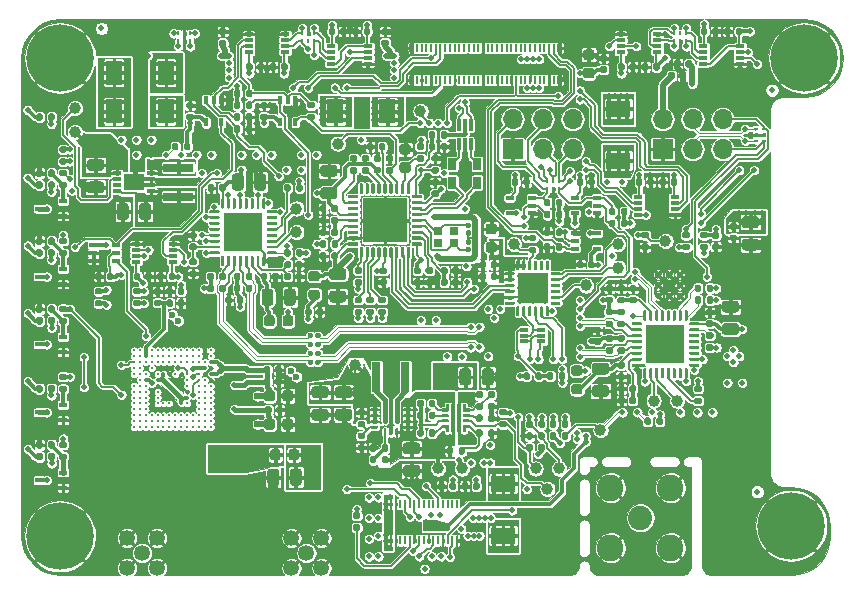
<source format=gbr>
%TF.GenerationSoftware,KiCad,Pcbnew,5.1.10-6.fc34*%
%TF.CreationDate,2021-09-22T18:19:27+02:00*%
%TF.ProjectId,mowi,6d6f7769-2e6b-4696-9361-645f70636258,v1.0*%
%TF.SameCoordinates,Original*%
%TF.FileFunction,Copper,L6,Bot*%
%TF.FilePolarity,Positive*%
%FSLAX46Y46*%
G04 Gerber Fmt 4.6, Leading zero omitted, Abs format (unit mm)*
G04 Created by KiCad (PCBNEW 5.1.10-6.fc34) date 2021-09-22 18:19:27*
%MOMM*%
%LPD*%
G01*
G04 APERTURE LIST*
%TA.AperFunction,EtchedComponent*%
%ADD10C,0.100000*%
%TD*%
%TA.AperFunction,SMDPad,CuDef*%
%ADD11R,1.750000X1.450000*%
%TD*%
%TA.AperFunction,SMDPad,CuDef*%
%ADD12R,0.750000X0.300000*%
%TD*%
%TA.AperFunction,SMDPad,CuDef*%
%ADD13R,3.700000X3.700000*%
%TD*%
%TA.AperFunction,ComponentPad*%
%ADD14C,0.500000*%
%TD*%
%TA.AperFunction,SMDPad,CuDef*%
%ADD15R,2.600000X2.600000*%
%TD*%
%TA.AperFunction,SMDPad,CuDef*%
%ADD16R,0.700000X0.350000*%
%TD*%
%TA.AperFunction,SMDPad,CuDef*%
%ADD17R,3.300000X3.300000*%
%TD*%
%TA.AperFunction,ComponentPad*%
%ADD18R,1.700000X1.700000*%
%TD*%
%TA.AperFunction,ComponentPad*%
%ADD19O,1.700000X1.700000*%
%TD*%
%TA.AperFunction,ComponentPad*%
%ADD20C,1.348000*%
%TD*%
%TA.AperFunction,SMDPad,CuDef*%
%ADD21R,0.300000X0.990000*%
%TD*%
%TA.AperFunction,SMDPad,CuDef*%
%ADD22R,0.700000X1.000000*%
%TD*%
%TA.AperFunction,SMDPad,CuDef*%
%ADD23R,0.270000X0.330000*%
%TD*%
%TA.AperFunction,SMDPad,CuDef*%
%ADD24C,0.500000*%
%TD*%
%TA.AperFunction,SMDPad,CuDef*%
%ADD25C,0.300000*%
%TD*%
%TA.AperFunction,SMDPad,CuDef*%
%ADD26R,0.800000X0.300000*%
%TD*%
%TA.AperFunction,SMDPad,CuDef*%
%ADD27R,0.750000X0.700000*%
%TD*%
%TA.AperFunction,SMDPad,CuDef*%
%ADD28C,1.000000*%
%TD*%
%TA.AperFunction,SMDPad,CuDef*%
%ADD29R,0.350000X0.650000*%
%TD*%
%TA.AperFunction,SMDPad,CuDef*%
%ADD30R,0.230000X0.650000*%
%TD*%
%TA.AperFunction,SMDPad,CuDef*%
%ADD31R,2.100000X1.400000*%
%TD*%
%TA.AperFunction,SMDPad,CuDef*%
%ADD32R,0.200000X0.700000*%
%TD*%
%TA.AperFunction,SMDPad,CuDef*%
%ADD33R,0.330000X0.270000*%
%TD*%
%TA.AperFunction,SMDPad,CuDef*%
%ADD34R,2.500000X0.750000*%
%TD*%
%TA.AperFunction,SMDPad,CuDef*%
%ADD35R,1.400000X2.100000*%
%TD*%
%TA.AperFunction,SMDPad,CuDef*%
%ADD36R,0.400000X0.650000*%
%TD*%
%TA.AperFunction,SMDPad,CuDef*%
%ADD37R,0.650000X0.400000*%
%TD*%
%TA.AperFunction,SMDPad,CuDef*%
%ADD38R,0.700000X0.450000*%
%TD*%
%TA.AperFunction,SMDPad,CuDef*%
%ADD39R,0.750000X2.500000*%
%TD*%
%TA.AperFunction,ComponentPad*%
%ADD40C,2.250000*%
%TD*%
%TA.AperFunction,ComponentPad*%
%ADD41C,2.050000*%
%TD*%
%TA.AperFunction,ComponentPad*%
%ADD42C,5.700000*%
%TD*%
%TA.AperFunction,ViaPad*%
%ADD43C,0.500000*%
%TD*%
%TA.AperFunction,ViaPad*%
%ADD44C,0.600000*%
%TD*%
%TA.AperFunction,Conductor*%
%ADD45C,0.200000*%
%TD*%
%TA.AperFunction,Conductor*%
%ADD46C,0.300000*%
%TD*%
%TA.AperFunction,Conductor*%
%ADD47C,0.350000*%
%TD*%
%TA.AperFunction,Conductor*%
%ADD48C,0.145000*%
%TD*%
%TA.AperFunction,Conductor*%
%ADD49C,0.400000*%
%TD*%
%TA.AperFunction,Conductor*%
%ADD50C,0.500000*%
%TD*%
%TA.AperFunction,Conductor*%
%ADD51C,0.162000*%
%TD*%
%TA.AperFunction,Conductor*%
%ADD52C,0.450000*%
%TD*%
%TA.AperFunction,Conductor*%
%ADD53C,0.125000*%
%TD*%
%TA.AperFunction,Conductor*%
%ADD54C,0.180000*%
%TD*%
%TA.AperFunction,Conductor*%
%ADD55C,0.150000*%
%TD*%
%TA.AperFunction,Conductor*%
%ADD56C,0.100000*%
%TD*%
G04 APERTURE END LIST*
D10*
%TO.C,NT1*%
G36*
X130200200Y-97250000D02*
G01*
X131200200Y-97250000D01*
X131200200Y-96750000D01*
X130200200Y-96750000D01*
X130200200Y-97250000D01*
G37*
%TO.C,NT2*%
G36*
X130200200Y-94850000D02*
G01*
X131200200Y-94850000D01*
X131200200Y-94350000D01*
X130200200Y-94350000D01*
X130200200Y-94850000D01*
G37*
%TD*%
%TO.P,C20,2*%
%TO.N,GND*%
%TA.AperFunction,SMDPad,CuDef*%
G36*
G01*
X142950200Y-74175000D02*
X142450200Y-74175000D01*
G75*
G02*
X142225200Y-73950000I0J225000D01*
G01*
X142225200Y-73500000D01*
G75*
G02*
X142450200Y-73275000I225000J0D01*
G01*
X142950200Y-73275000D01*
G75*
G02*
X143175200Y-73500000I0J-225000D01*
G01*
X143175200Y-73950000D01*
G75*
G02*
X142950200Y-74175000I-225000J0D01*
G01*
G37*
%TD.AperFunction*%
%TO.P,C20,1*%
%TO.N,Net-(C20-Pad1)*%
%TA.AperFunction,SMDPad,CuDef*%
G36*
G01*
X142950200Y-75725000D02*
X142450200Y-75725000D01*
G75*
G02*
X142225200Y-75500000I0J225000D01*
G01*
X142225200Y-75050000D01*
G75*
G02*
X142450200Y-74825000I225000J0D01*
G01*
X142950200Y-74825000D01*
G75*
G02*
X143175200Y-75050000I0J-225000D01*
G01*
X143175200Y-75500000D01*
G75*
G02*
X142950200Y-75725000I-225000J0D01*
G01*
G37*
%TD.AperFunction*%
%TD*%
D11*
%TO.P,U10,9*%
%TO.N,GND*%
X119750000Y-76500000D03*
D12*
%TO.P,U10,8*%
%TO.N,+3V3*%
X121200000Y-77250000D03*
%TO.P,U10,7*%
%TO.N,GND*%
X121200000Y-76750000D03*
%TO.P,U10,6*%
X121200000Y-76250000D03*
%TO.P,U10,5*%
%TO.N,Net-(L5-Pad2)*%
X121200000Y-75750000D03*
%TO.P,U10,4*%
%TO.N,+5V*%
X118300000Y-75750000D03*
%TO.P,U10,3*%
%TO.N,Net-(TP14-Pad1)*%
X118300000Y-76250000D03*
%TO.P,U10,2*%
%TO.N,N/C*%
X118300000Y-76750000D03*
%TO.P,U10,1*%
%TO.N,+3V3*%
X118300000Y-77250000D03*
%TD*%
%TO.P,U5,1*%
%TO.N,/MSC_USB_N*%
%TA.AperFunction,SMDPad,CuDef*%
G36*
G01*
X143070000Y-82900000D02*
X142930000Y-82900000D01*
G75*
G02*
X142860000Y-82830000I0J70000D01*
G01*
X142860000Y-82070000D01*
G75*
G02*
X142930000Y-82000000I70000J0D01*
G01*
X143070000Y-82000000D01*
G75*
G02*
X143140000Y-82070000I0J-70000D01*
G01*
X143140000Y-82830000D01*
G75*
G02*
X143070000Y-82900000I-70000J0D01*
G01*
G37*
%TD.AperFunction*%
%TO.P,U5,2*%
%TO.N,/MSC_USB_P*%
%TA.AperFunction,SMDPad,CuDef*%
G36*
G01*
X142570000Y-82900000D02*
X142430000Y-82900000D01*
G75*
G02*
X142360000Y-82830000I0J70000D01*
G01*
X142360000Y-82070000D01*
G75*
G02*
X142430000Y-82000000I70000J0D01*
G01*
X142570000Y-82000000D01*
G75*
G02*
X142640000Y-82070000I0J-70000D01*
G01*
X142640000Y-82830000D01*
G75*
G02*
X142570000Y-82900000I-70000J0D01*
G01*
G37*
%TD.AperFunction*%
%TO.P,U5,3*%
%TO.N,/USB_HUB/USB_ESP_N*%
%TA.AperFunction,SMDPad,CuDef*%
G36*
G01*
X142070000Y-82900000D02*
X141930000Y-82900000D01*
G75*
G02*
X141860000Y-82830000I0J70000D01*
G01*
X141860000Y-82070000D01*
G75*
G02*
X141930000Y-82000000I70000J0D01*
G01*
X142070000Y-82000000D01*
G75*
G02*
X142140000Y-82070000I0J-70000D01*
G01*
X142140000Y-82830000D01*
G75*
G02*
X142070000Y-82900000I-70000J0D01*
G01*
G37*
%TD.AperFunction*%
%TO.P,U5,4*%
%TO.N,/USB_HUB/USB_ESP_P*%
%TA.AperFunction,SMDPad,CuDef*%
G36*
G01*
X141570000Y-82900000D02*
X141430000Y-82900000D01*
G75*
G02*
X141360000Y-82830000I0J70000D01*
G01*
X141360000Y-82070000D01*
G75*
G02*
X141430000Y-82000000I70000J0D01*
G01*
X141570000Y-82000000D01*
G75*
G02*
X141640000Y-82070000I0J-70000D01*
G01*
X141640000Y-82830000D01*
G75*
G02*
X141570000Y-82900000I-70000J0D01*
G01*
G37*
%TD.AperFunction*%
%TO.P,U5,5*%
%TO.N,Net-(C25-Pad1)*%
%TA.AperFunction,SMDPad,CuDef*%
G36*
G01*
X141070000Y-82900000D02*
X140930000Y-82900000D01*
G75*
G02*
X140860000Y-82830000I0J70000D01*
G01*
X140860000Y-82070000D01*
G75*
G02*
X140930000Y-82000000I70000J0D01*
G01*
X141070000Y-82000000D01*
G75*
G02*
X141140000Y-82070000I0J-70000D01*
G01*
X141140000Y-82830000D01*
G75*
G02*
X141070000Y-82900000I-70000J0D01*
G01*
G37*
%TD.AperFunction*%
%TO.P,U5,6*%
%TO.N,Net-(R40-Pad1)*%
%TA.AperFunction,SMDPad,CuDef*%
G36*
G01*
X140570000Y-82900000D02*
X140430000Y-82900000D01*
G75*
G02*
X140360000Y-82830000I0J70000D01*
G01*
X140360000Y-82070000D01*
G75*
G02*
X140430000Y-82000000I70000J0D01*
G01*
X140570000Y-82000000D01*
G75*
G02*
X140640000Y-82070000I0J-70000D01*
G01*
X140640000Y-82830000D01*
G75*
G02*
X140570000Y-82900000I-70000J0D01*
G01*
G37*
%TD.AperFunction*%
%TO.P,U5,7*%
%TO.N,Net-(R41-Pad1)*%
%TA.AperFunction,SMDPad,CuDef*%
G36*
G01*
X140070000Y-82900000D02*
X139930000Y-82900000D01*
G75*
G02*
X139860000Y-82830000I0J70000D01*
G01*
X139860000Y-82070000D01*
G75*
G02*
X139930000Y-82000000I70000J0D01*
G01*
X140070000Y-82000000D01*
G75*
G02*
X140140000Y-82070000I0J-70000D01*
G01*
X140140000Y-82830000D01*
G75*
G02*
X140070000Y-82900000I-70000J0D01*
G01*
G37*
%TD.AperFunction*%
%TO.P,U5,8*%
%TO.N,Net-(R42-Pad1)*%
%TA.AperFunction,SMDPad,CuDef*%
G36*
G01*
X139570000Y-82900000D02*
X139430000Y-82900000D01*
G75*
G02*
X139360000Y-82830000I0J70000D01*
G01*
X139360000Y-82070000D01*
G75*
G02*
X139430000Y-82000000I70000J0D01*
G01*
X139570000Y-82000000D01*
G75*
G02*
X139640000Y-82070000I0J-70000D01*
G01*
X139640000Y-82830000D01*
G75*
G02*
X139570000Y-82900000I-70000J0D01*
G01*
G37*
%TD.AperFunction*%
%TO.P,U5,9*%
%TO.N,Net-(R43-Pad1)*%
%TA.AperFunction,SMDPad,CuDef*%
G36*
G01*
X139070000Y-82900000D02*
X138930000Y-82900000D01*
G75*
G02*
X138860000Y-82830000I0J70000D01*
G01*
X138860000Y-82070000D01*
G75*
G02*
X138930000Y-82000000I70000J0D01*
G01*
X139070000Y-82000000D01*
G75*
G02*
X139140000Y-82070000I0J-70000D01*
G01*
X139140000Y-82830000D01*
G75*
G02*
X139070000Y-82900000I-70000J0D01*
G01*
G37*
%TD.AperFunction*%
%TO.P,U5,10*%
%TO.N,Net-(C25-Pad1)*%
%TA.AperFunction,SMDPad,CuDef*%
G36*
G01*
X138680000Y-81890000D02*
X137920000Y-81890000D01*
G75*
G02*
X137850000Y-81820000I0J70000D01*
G01*
X137850000Y-81680000D01*
G75*
G02*
X137920000Y-81610000I70000J0D01*
G01*
X138680000Y-81610000D01*
G75*
G02*
X138750000Y-81680000I0J-70000D01*
G01*
X138750000Y-81820000D01*
G75*
G02*
X138680000Y-81890000I-70000J0D01*
G01*
G37*
%TD.AperFunction*%
%TO.P,U5,11*%
%TO.N,GND*%
%TA.AperFunction,SMDPad,CuDef*%
G36*
G01*
X138680000Y-81390000D02*
X137920000Y-81390000D01*
G75*
G02*
X137850000Y-81320000I0J70000D01*
G01*
X137850000Y-81180000D01*
G75*
G02*
X137920000Y-81110000I70000J0D01*
G01*
X138680000Y-81110000D01*
G75*
G02*
X138750000Y-81180000I0J-70000D01*
G01*
X138750000Y-81320000D01*
G75*
G02*
X138680000Y-81390000I-70000J0D01*
G01*
G37*
%TD.AperFunction*%
%TO.P,U5,12*%
%TO.N,N/C*%
%TA.AperFunction,SMDPad,CuDef*%
G36*
G01*
X138680000Y-80890000D02*
X137920000Y-80890000D01*
G75*
G02*
X137850000Y-80820000I0J70000D01*
G01*
X137850000Y-80680000D01*
G75*
G02*
X137920000Y-80610000I70000J0D01*
G01*
X138680000Y-80610000D01*
G75*
G02*
X138750000Y-80680000I0J-70000D01*
G01*
X138750000Y-80820000D01*
G75*
G02*
X138680000Y-80890000I-70000J0D01*
G01*
G37*
%TD.AperFunction*%
%TO.P,U5,13*%
%TO.N,Net-(R44-Pad1)*%
%TA.AperFunction,SMDPad,CuDef*%
G36*
G01*
X138680000Y-80390000D02*
X137920000Y-80390000D01*
G75*
G02*
X137850000Y-80320000I0J70000D01*
G01*
X137850000Y-80180000D01*
G75*
G02*
X137920000Y-80110000I70000J0D01*
G01*
X138680000Y-80110000D01*
G75*
G02*
X138750000Y-80180000I0J-70000D01*
G01*
X138750000Y-80320000D01*
G75*
G02*
X138680000Y-80390000I-70000J0D01*
G01*
G37*
%TD.AperFunction*%
%TO.P,U5,14*%
%TO.N,Net-(C16-Pad1)*%
%TA.AperFunction,SMDPad,CuDef*%
G36*
G01*
X138680000Y-79890000D02*
X137920000Y-79890000D01*
G75*
G02*
X137850000Y-79820000I0J70000D01*
G01*
X137850000Y-79680000D01*
G75*
G02*
X137920000Y-79610000I70000J0D01*
G01*
X138680000Y-79610000D01*
G75*
G02*
X138750000Y-79680000I0J-70000D01*
G01*
X138750000Y-79820000D01*
G75*
G02*
X138680000Y-79890000I-70000J0D01*
G01*
G37*
%TD.AperFunction*%
%TO.P,U5,15*%
%TO.N,+3V3*%
%TA.AperFunction,SMDPad,CuDef*%
G36*
G01*
X138680000Y-79390000D02*
X137920000Y-79390000D01*
G75*
G02*
X137850000Y-79320000I0J70000D01*
G01*
X137850000Y-79180000D01*
G75*
G02*
X137920000Y-79110000I70000J0D01*
G01*
X138680000Y-79110000D01*
G75*
G02*
X138750000Y-79180000I0J-70000D01*
G01*
X138750000Y-79320000D01*
G75*
G02*
X138680000Y-79390000I-70000J0D01*
G01*
G37*
%TD.AperFunction*%
%TO.P,U5,16*%
%TO.N,N/C*%
%TA.AperFunction,SMDPad,CuDef*%
G36*
G01*
X138680000Y-78890000D02*
X137920000Y-78890000D01*
G75*
G02*
X137850000Y-78820000I0J70000D01*
G01*
X137850000Y-78680000D01*
G75*
G02*
X137920000Y-78610000I70000J0D01*
G01*
X138680000Y-78610000D01*
G75*
G02*
X138750000Y-78680000I0J-70000D01*
G01*
X138750000Y-78820000D01*
G75*
G02*
X138680000Y-78890000I-70000J0D01*
G01*
G37*
%TD.AperFunction*%
%TO.P,U5,17*%
%TO.N,Net-(R45-Pad1)*%
%TA.AperFunction,SMDPad,CuDef*%
G36*
G01*
X138680000Y-78390000D02*
X137920000Y-78390000D01*
G75*
G02*
X137850000Y-78320000I0J70000D01*
G01*
X137850000Y-78180000D01*
G75*
G02*
X137920000Y-78110000I70000J0D01*
G01*
X138680000Y-78110000D01*
G75*
G02*
X138750000Y-78180000I0J-70000D01*
G01*
X138750000Y-78320000D01*
G75*
G02*
X138680000Y-78390000I-70000J0D01*
G01*
G37*
%TD.AperFunction*%
%TO.P,U5,18*%
%TO.N,N/C*%
%TA.AperFunction,SMDPad,CuDef*%
G36*
G01*
X138680000Y-77890000D02*
X137920000Y-77890000D01*
G75*
G02*
X137850000Y-77820000I0J70000D01*
G01*
X137850000Y-77680000D01*
G75*
G02*
X137920000Y-77610000I70000J0D01*
G01*
X138680000Y-77610000D01*
G75*
G02*
X138750000Y-77680000I0J-70000D01*
G01*
X138750000Y-77820000D01*
G75*
G02*
X138680000Y-77890000I-70000J0D01*
G01*
G37*
%TD.AperFunction*%
%TO.P,U5,19*%
%TA.AperFunction,SMDPad,CuDef*%
G36*
G01*
X139070000Y-77500000D02*
X138930000Y-77500000D01*
G75*
G02*
X138860000Y-77430000I0J70000D01*
G01*
X138860000Y-76670000D01*
G75*
G02*
X138930000Y-76600000I70000J0D01*
G01*
X139070000Y-76600000D01*
G75*
G02*
X139140000Y-76670000I0J-70000D01*
G01*
X139140000Y-77430000D01*
G75*
G02*
X139070000Y-77500000I-70000J0D01*
G01*
G37*
%TD.AperFunction*%
%TO.P,U5,20*%
%TA.AperFunction,SMDPad,CuDef*%
G36*
G01*
X139570000Y-77500000D02*
X139430000Y-77500000D01*
G75*
G02*
X139360000Y-77430000I0J70000D01*
G01*
X139360000Y-76670000D01*
G75*
G02*
X139430000Y-76600000I70000J0D01*
G01*
X139570000Y-76600000D01*
G75*
G02*
X139640000Y-76670000I0J-70000D01*
G01*
X139640000Y-77430000D01*
G75*
G02*
X139570000Y-77500000I-70000J0D01*
G01*
G37*
%TD.AperFunction*%
%TO.P,U5,21*%
%TA.AperFunction,SMDPad,CuDef*%
G36*
G01*
X140070000Y-77500000D02*
X139930000Y-77500000D01*
G75*
G02*
X139860000Y-77430000I0J70000D01*
G01*
X139860000Y-76670000D01*
G75*
G02*
X139930000Y-76600000I70000J0D01*
G01*
X140070000Y-76600000D01*
G75*
G02*
X140140000Y-76670000I0J-70000D01*
G01*
X140140000Y-77430000D01*
G75*
G02*
X140070000Y-77500000I-70000J0D01*
G01*
G37*
%TD.AperFunction*%
%TO.P,U5,22*%
%TO.N,Net-(R35-Pad1)*%
%TA.AperFunction,SMDPad,CuDef*%
G36*
G01*
X140570000Y-77500000D02*
X140430000Y-77500000D01*
G75*
G02*
X140360000Y-77430000I0J70000D01*
G01*
X140360000Y-76670000D01*
G75*
G02*
X140430000Y-76600000I70000J0D01*
G01*
X140570000Y-76600000D01*
G75*
G02*
X140640000Y-76670000I0J-70000D01*
G01*
X140640000Y-77430000D01*
G75*
G02*
X140570000Y-77500000I-70000J0D01*
G01*
G37*
%TD.AperFunction*%
%TO.P,U5,23*%
%TO.N,+3V3*%
%TA.AperFunction,SMDPad,CuDef*%
G36*
G01*
X141070000Y-77500000D02*
X140930000Y-77500000D01*
G75*
G02*
X140860000Y-77430000I0J70000D01*
G01*
X140860000Y-76670000D01*
G75*
G02*
X140930000Y-76600000I70000J0D01*
G01*
X141070000Y-76600000D01*
G75*
G02*
X141140000Y-76670000I0J-70000D01*
G01*
X141140000Y-77430000D01*
G75*
G02*
X141070000Y-77500000I-70000J0D01*
G01*
G37*
%TD.AperFunction*%
%TO.P,U5,24*%
%TO.N,Net-(R33-Pad1)*%
%TA.AperFunction,SMDPad,CuDef*%
G36*
G01*
X141570000Y-77500000D02*
X141430000Y-77500000D01*
G75*
G02*
X141360000Y-77430000I0J70000D01*
G01*
X141360000Y-76670000D01*
G75*
G02*
X141430000Y-76600000I70000J0D01*
G01*
X141570000Y-76600000D01*
G75*
G02*
X141640000Y-76670000I0J-70000D01*
G01*
X141640000Y-77430000D01*
G75*
G02*
X141570000Y-77500000I-70000J0D01*
G01*
G37*
%TD.AperFunction*%
%TO.P,U5,25*%
%TO.N,Net-(R34-Pad1)*%
%TA.AperFunction,SMDPad,CuDef*%
G36*
G01*
X142070000Y-77500000D02*
X141930000Y-77500000D01*
G75*
G02*
X141860000Y-77430000I0J70000D01*
G01*
X141860000Y-76670000D01*
G75*
G02*
X141930000Y-76600000I70000J0D01*
G01*
X142070000Y-76600000D01*
G75*
G02*
X142140000Y-76670000I0J-70000D01*
G01*
X142140000Y-77430000D01*
G75*
G02*
X142070000Y-77500000I-70000J0D01*
G01*
G37*
%TD.AperFunction*%
%TO.P,U5,26*%
%TO.N,Net-(C20-Pad1)*%
%TA.AperFunction,SMDPad,CuDef*%
G36*
G01*
X142570000Y-77500000D02*
X142430000Y-77500000D01*
G75*
G02*
X142360000Y-77430000I0J70000D01*
G01*
X142360000Y-76670000D01*
G75*
G02*
X142430000Y-76600000I70000J0D01*
G01*
X142570000Y-76600000D01*
G75*
G02*
X142640000Y-76670000I0J-70000D01*
G01*
X142640000Y-77430000D01*
G75*
G02*
X142570000Y-77500000I-70000J0D01*
G01*
G37*
%TD.AperFunction*%
%TO.P,U5,27*%
%TO.N,Net-(R36-Pad1)*%
%TA.AperFunction,SMDPad,CuDef*%
G36*
G01*
X143070000Y-77500000D02*
X142930000Y-77500000D01*
G75*
G02*
X142860000Y-77430000I0J70000D01*
G01*
X142860000Y-76670000D01*
G75*
G02*
X142930000Y-76600000I70000J0D01*
G01*
X143070000Y-76600000D01*
G75*
G02*
X143140000Y-76670000I0J-70000D01*
G01*
X143140000Y-77430000D01*
G75*
G02*
X143070000Y-77500000I-70000J0D01*
G01*
G37*
%TD.AperFunction*%
%TO.P,U5,28*%
%TO.N,Net-(R38-Pad1)*%
%TA.AperFunction,SMDPad,CuDef*%
G36*
G01*
X144080000Y-77890000D02*
X143320000Y-77890000D01*
G75*
G02*
X143250000Y-77820000I0J70000D01*
G01*
X143250000Y-77680000D01*
G75*
G02*
X143320000Y-77610000I70000J0D01*
G01*
X144080000Y-77610000D01*
G75*
G02*
X144150000Y-77680000I0J-70000D01*
G01*
X144150000Y-77820000D01*
G75*
G02*
X144080000Y-77890000I-70000J0D01*
G01*
G37*
%TD.AperFunction*%
%TO.P,U5,29*%
%TO.N,Net-(C25-Pad1)*%
%TA.AperFunction,SMDPad,CuDef*%
G36*
G01*
X144080000Y-78390000D02*
X143320000Y-78390000D01*
G75*
G02*
X143250000Y-78320000I0J70000D01*
G01*
X143250000Y-78180000D01*
G75*
G02*
X143320000Y-78110000I70000J0D01*
G01*
X144080000Y-78110000D01*
G75*
G02*
X144150000Y-78180000I0J-70000D01*
G01*
X144150000Y-78320000D01*
G75*
G02*
X144080000Y-78390000I-70000J0D01*
G01*
G37*
%TD.AperFunction*%
%TO.P,U5,30*%
%TO.N,/USB_HUB/USB_UP_N*%
%TA.AperFunction,SMDPad,CuDef*%
G36*
G01*
X144080000Y-78890000D02*
X143320000Y-78890000D01*
G75*
G02*
X143250000Y-78820000I0J70000D01*
G01*
X143250000Y-78680000D01*
G75*
G02*
X143320000Y-78610000I70000J0D01*
G01*
X144080000Y-78610000D01*
G75*
G02*
X144150000Y-78680000I0J-70000D01*
G01*
X144150000Y-78820000D01*
G75*
G02*
X144080000Y-78890000I-70000J0D01*
G01*
G37*
%TD.AperFunction*%
%TO.P,U5,31*%
%TO.N,/USB_HUB/USB_UP_P*%
%TA.AperFunction,SMDPad,CuDef*%
G36*
G01*
X144080000Y-79390000D02*
X143320000Y-79390000D01*
G75*
G02*
X143250000Y-79320000I0J70000D01*
G01*
X143250000Y-79180000D01*
G75*
G02*
X143320000Y-79110000I70000J0D01*
G01*
X144080000Y-79110000D01*
G75*
G02*
X144150000Y-79180000I0J-70000D01*
G01*
X144150000Y-79320000D01*
G75*
G02*
X144080000Y-79390000I-70000J0D01*
G01*
G37*
%TD.AperFunction*%
%TO.P,U5,32*%
%TO.N,/USB_HUB/XTAL_OUT*%
%TA.AperFunction,SMDPad,CuDef*%
G36*
G01*
X144080000Y-79890000D02*
X143320000Y-79890000D01*
G75*
G02*
X143250000Y-79820000I0J70000D01*
G01*
X143250000Y-79680000D01*
G75*
G02*
X143320000Y-79610000I70000J0D01*
G01*
X144080000Y-79610000D01*
G75*
G02*
X144150000Y-79680000I0J-70000D01*
G01*
X144150000Y-79820000D01*
G75*
G02*
X144080000Y-79890000I-70000J0D01*
G01*
G37*
%TD.AperFunction*%
%TO.P,U5,33*%
%TO.N,/USB_HUB/XTAL_IN*%
%TA.AperFunction,SMDPad,CuDef*%
G36*
G01*
X144080000Y-80390000D02*
X143320000Y-80390000D01*
G75*
G02*
X143250000Y-80320000I0J70000D01*
G01*
X143250000Y-80180000D01*
G75*
G02*
X143320000Y-80110000I70000J0D01*
G01*
X144080000Y-80110000D01*
G75*
G02*
X144150000Y-80180000I0J-70000D01*
G01*
X144150000Y-80320000D01*
G75*
G02*
X144080000Y-80390000I-70000J0D01*
G01*
G37*
%TD.AperFunction*%
%TO.P,U5,34*%
%TO.N,Net-(C21-Pad1)*%
%TA.AperFunction,SMDPad,CuDef*%
G36*
G01*
X144080000Y-80890000D02*
X143320000Y-80890000D01*
G75*
G02*
X143250000Y-80820000I0J70000D01*
G01*
X143250000Y-80680000D01*
G75*
G02*
X143320000Y-80610000I70000J0D01*
G01*
X144080000Y-80610000D01*
G75*
G02*
X144150000Y-80680000I0J-70000D01*
G01*
X144150000Y-80820000D01*
G75*
G02*
X144080000Y-80890000I-70000J0D01*
G01*
G37*
%TD.AperFunction*%
%TO.P,U5,35*%
%TO.N,Net-(R39-Pad2)*%
%TA.AperFunction,SMDPad,CuDef*%
G36*
G01*
X144080000Y-81390000D02*
X143320000Y-81390000D01*
G75*
G02*
X143250000Y-81320000I0J70000D01*
G01*
X143250000Y-81180000D01*
G75*
G02*
X143320000Y-81110000I70000J0D01*
G01*
X144080000Y-81110000D01*
G75*
G02*
X144150000Y-81180000I0J-70000D01*
G01*
X144150000Y-81320000D01*
G75*
G02*
X144080000Y-81390000I-70000J0D01*
G01*
G37*
%TD.AperFunction*%
%TO.P,U5,36*%
%TO.N,Net-(C25-Pad1)*%
%TA.AperFunction,SMDPad,CuDef*%
G36*
G01*
X144080000Y-81890000D02*
X143320000Y-81890000D01*
G75*
G02*
X143250000Y-81820000I0J70000D01*
G01*
X143250000Y-81680000D01*
G75*
G02*
X143320000Y-81610000I70000J0D01*
G01*
X144080000Y-81610000D01*
G75*
G02*
X144150000Y-81680000I0J-70000D01*
G01*
X144150000Y-81820000D01*
G75*
G02*
X144080000Y-81890000I-70000J0D01*
G01*
G37*
%TD.AperFunction*%
D13*
%TO.P,U5,37*%
%TO.N,GND*%
X141000000Y-79750000D03*
%TD*%
D14*
%TO.P,U7,25*%
%TO.N,GND*%
X154550000Y-84450000D03*
X153500000Y-84450000D03*
X152450000Y-84450000D03*
X154550000Y-85500000D03*
X153500000Y-85500000D03*
X152450000Y-85500000D03*
X154550000Y-86550000D03*
X153500000Y-86550000D03*
X152450000Y-86550000D03*
D15*
X153500000Y-85500000D03*
%TO.P,U7,24*%
%TO.N,N/C*%
%TA.AperFunction,SMDPad,CuDef*%
G36*
G01*
X152125000Y-87787500D02*
X152125000Y-87087500D01*
G75*
G02*
X152187500Y-87025000I62500J0D01*
G01*
X152312500Y-87025000D01*
G75*
G02*
X152375000Y-87087500I0J-62500D01*
G01*
X152375000Y-87787500D01*
G75*
G02*
X152312500Y-87850000I-62500J0D01*
G01*
X152187500Y-87850000D01*
G75*
G02*
X152125000Y-87787500I0J62500D01*
G01*
G37*
%TD.AperFunction*%
%TO.P,U7,23*%
%TO.N,/USB_HUB/ESP_DTR*%
%TA.AperFunction,SMDPad,CuDef*%
G36*
G01*
X152625000Y-87787500D02*
X152625000Y-87087500D01*
G75*
G02*
X152687500Y-87025000I62500J0D01*
G01*
X152812500Y-87025000D01*
G75*
G02*
X152875000Y-87087500I0J-62500D01*
G01*
X152875000Y-87787500D01*
G75*
G02*
X152812500Y-87850000I-62500J0D01*
G01*
X152687500Y-87850000D01*
G75*
G02*
X152625000Y-87787500I0J62500D01*
G01*
G37*
%TD.AperFunction*%
%TO.P,U7,22*%
%TO.N,N/C*%
%TA.AperFunction,SMDPad,CuDef*%
G36*
G01*
X153125000Y-87787500D02*
X153125000Y-87087500D01*
G75*
G02*
X153187500Y-87025000I62500J0D01*
G01*
X153312500Y-87025000D01*
G75*
G02*
X153375000Y-87087500I0J-62500D01*
G01*
X153375000Y-87787500D01*
G75*
G02*
X153312500Y-87850000I-62500J0D01*
G01*
X153187500Y-87850000D01*
G75*
G02*
X153125000Y-87787500I0J62500D01*
G01*
G37*
%TD.AperFunction*%
%TO.P,U7,21*%
%TO.N,/SerialU0.RX*%
%TA.AperFunction,SMDPad,CuDef*%
G36*
G01*
X153625000Y-87787500D02*
X153625000Y-87087500D01*
G75*
G02*
X153687500Y-87025000I62500J0D01*
G01*
X153812500Y-87025000D01*
G75*
G02*
X153875000Y-87087500I0J-62500D01*
G01*
X153875000Y-87787500D01*
G75*
G02*
X153812500Y-87850000I-62500J0D01*
G01*
X153687500Y-87850000D01*
G75*
G02*
X153625000Y-87787500I0J62500D01*
G01*
G37*
%TD.AperFunction*%
%TO.P,U7,20*%
%TO.N,/SerialU0.TX*%
%TA.AperFunction,SMDPad,CuDef*%
G36*
G01*
X154125000Y-87787500D02*
X154125000Y-87087500D01*
G75*
G02*
X154187500Y-87025000I62500J0D01*
G01*
X154312500Y-87025000D01*
G75*
G02*
X154375000Y-87087500I0J-62500D01*
G01*
X154375000Y-87787500D01*
G75*
G02*
X154312500Y-87850000I-62500J0D01*
G01*
X154187500Y-87850000D01*
G75*
G02*
X154125000Y-87787500I0J62500D01*
G01*
G37*
%TD.AperFunction*%
%TO.P,U7,19*%
%TO.N,/USB_HUB/ESP_RTS*%
%TA.AperFunction,SMDPad,CuDef*%
G36*
G01*
X154625000Y-87787500D02*
X154625000Y-87087500D01*
G75*
G02*
X154687500Y-87025000I62500J0D01*
G01*
X154812500Y-87025000D01*
G75*
G02*
X154875000Y-87087500I0J-62500D01*
G01*
X154875000Y-87787500D01*
G75*
G02*
X154812500Y-87850000I-62500J0D01*
G01*
X154687500Y-87850000D01*
G75*
G02*
X154625000Y-87787500I0J62500D01*
G01*
G37*
%TD.AperFunction*%
%TO.P,U7,18*%
%TO.N,N/C*%
%TA.AperFunction,SMDPad,CuDef*%
G36*
G01*
X155025000Y-86812500D02*
X155025000Y-86687500D01*
G75*
G02*
X155087500Y-86625000I62500J0D01*
G01*
X155787500Y-86625000D01*
G75*
G02*
X155850000Y-86687500I0J-62500D01*
G01*
X155850000Y-86812500D01*
G75*
G02*
X155787500Y-86875000I-62500J0D01*
G01*
X155087500Y-86875000D01*
G75*
G02*
X155025000Y-86812500I0J62500D01*
G01*
G37*
%TD.AperFunction*%
%TO.P,U7,17*%
%TO.N,Net-(TP8-Pad1)*%
%TA.AperFunction,SMDPad,CuDef*%
G36*
G01*
X155025000Y-86312500D02*
X155025000Y-86187500D01*
G75*
G02*
X155087500Y-86125000I62500J0D01*
G01*
X155787500Y-86125000D01*
G75*
G02*
X155850000Y-86187500I0J-62500D01*
G01*
X155850000Y-86312500D01*
G75*
G02*
X155787500Y-86375000I-62500J0D01*
G01*
X155087500Y-86375000D01*
G75*
G02*
X155025000Y-86312500I0J62500D01*
G01*
G37*
%TD.AperFunction*%
%TO.P,U7,16*%
%TO.N,N/C*%
%TA.AperFunction,SMDPad,CuDef*%
G36*
G01*
X155025000Y-85812500D02*
X155025000Y-85687500D01*
G75*
G02*
X155087500Y-85625000I62500J0D01*
G01*
X155787500Y-85625000D01*
G75*
G02*
X155850000Y-85687500I0J-62500D01*
G01*
X155850000Y-85812500D01*
G75*
G02*
X155787500Y-85875000I-62500J0D01*
G01*
X155087500Y-85875000D01*
G75*
G02*
X155025000Y-85812500I0J62500D01*
G01*
G37*
%TD.AperFunction*%
%TO.P,U7,15*%
%TA.AperFunction,SMDPad,CuDef*%
G36*
G01*
X155025000Y-85312500D02*
X155025000Y-85187500D01*
G75*
G02*
X155087500Y-85125000I62500J0D01*
G01*
X155787500Y-85125000D01*
G75*
G02*
X155850000Y-85187500I0J-62500D01*
G01*
X155850000Y-85312500D01*
G75*
G02*
X155787500Y-85375000I-62500J0D01*
G01*
X155087500Y-85375000D01*
G75*
G02*
X155025000Y-85312500I0J62500D01*
G01*
G37*
%TD.AperFunction*%
%TO.P,U7,14*%
%TO.N,Net-(TP10-Pad1)*%
%TA.AperFunction,SMDPad,CuDef*%
G36*
G01*
X155025000Y-84812500D02*
X155025000Y-84687500D01*
G75*
G02*
X155087500Y-84625000I62500J0D01*
G01*
X155787500Y-84625000D01*
G75*
G02*
X155850000Y-84687500I0J-62500D01*
G01*
X155850000Y-84812500D01*
G75*
G02*
X155787500Y-84875000I-62500J0D01*
G01*
X155087500Y-84875000D01*
G75*
G02*
X155025000Y-84812500I0J62500D01*
G01*
G37*
%TD.AperFunction*%
%TO.P,U7,13*%
%TO.N,Net-(TP9-Pad1)*%
%TA.AperFunction,SMDPad,CuDef*%
G36*
G01*
X155025000Y-84312500D02*
X155025000Y-84187500D01*
G75*
G02*
X155087500Y-84125000I62500J0D01*
G01*
X155787500Y-84125000D01*
G75*
G02*
X155850000Y-84187500I0J-62500D01*
G01*
X155850000Y-84312500D01*
G75*
G02*
X155787500Y-84375000I-62500J0D01*
G01*
X155087500Y-84375000D01*
G75*
G02*
X155025000Y-84312500I0J62500D01*
G01*
G37*
%TD.AperFunction*%
%TO.P,U7,12*%
%TO.N,N/C*%
%TA.AperFunction,SMDPad,CuDef*%
G36*
G01*
X154625000Y-83912500D02*
X154625000Y-83212500D01*
G75*
G02*
X154687500Y-83150000I62500J0D01*
G01*
X154812500Y-83150000D01*
G75*
G02*
X154875000Y-83212500I0J-62500D01*
G01*
X154875000Y-83912500D01*
G75*
G02*
X154812500Y-83975000I-62500J0D01*
G01*
X154687500Y-83975000D01*
G75*
G02*
X154625000Y-83912500I0J62500D01*
G01*
G37*
%TD.AperFunction*%
%TO.P,U7,11*%
%TA.AperFunction,SMDPad,CuDef*%
G36*
G01*
X154125000Y-83912500D02*
X154125000Y-83212500D01*
G75*
G02*
X154187500Y-83150000I62500J0D01*
G01*
X154312500Y-83150000D01*
G75*
G02*
X154375000Y-83212500I0J-62500D01*
G01*
X154375000Y-83912500D01*
G75*
G02*
X154312500Y-83975000I-62500J0D01*
G01*
X154187500Y-83975000D01*
G75*
G02*
X154125000Y-83912500I0J62500D01*
G01*
G37*
%TD.AperFunction*%
%TO.P,U7,10*%
%TA.AperFunction,SMDPad,CuDef*%
G36*
G01*
X153625000Y-83912500D02*
X153625000Y-83212500D01*
G75*
G02*
X153687500Y-83150000I62500J0D01*
G01*
X153812500Y-83150000D01*
G75*
G02*
X153875000Y-83212500I0J-62500D01*
G01*
X153875000Y-83912500D01*
G75*
G02*
X153812500Y-83975000I-62500J0D01*
G01*
X153687500Y-83975000D01*
G75*
G02*
X153625000Y-83912500I0J62500D01*
G01*
G37*
%TD.AperFunction*%
%TO.P,U7,9*%
%TO.N,Net-(R46-Pad2)*%
%TA.AperFunction,SMDPad,CuDef*%
G36*
G01*
X153125000Y-83912500D02*
X153125000Y-83212500D01*
G75*
G02*
X153187500Y-83150000I62500J0D01*
G01*
X153312500Y-83150000D01*
G75*
G02*
X153375000Y-83212500I0J-62500D01*
G01*
X153375000Y-83912500D01*
G75*
G02*
X153312500Y-83975000I-62500J0D01*
G01*
X153187500Y-83975000D01*
G75*
G02*
X153125000Y-83912500I0J62500D01*
G01*
G37*
%TD.AperFunction*%
%TO.P,U7,8*%
%TO.N,+3V3*%
%TA.AperFunction,SMDPad,CuDef*%
G36*
G01*
X152625000Y-83912500D02*
X152625000Y-83212500D01*
G75*
G02*
X152687500Y-83150000I62500J0D01*
G01*
X152812500Y-83150000D01*
G75*
G02*
X152875000Y-83212500I0J-62500D01*
G01*
X152875000Y-83912500D01*
G75*
G02*
X152812500Y-83975000I-62500J0D01*
G01*
X152687500Y-83975000D01*
G75*
G02*
X152625000Y-83912500I0J62500D01*
G01*
G37*
%TD.AperFunction*%
%TO.P,U7,7*%
%TA.AperFunction,SMDPad,CuDef*%
G36*
G01*
X152125000Y-83912500D02*
X152125000Y-83212500D01*
G75*
G02*
X152187500Y-83150000I62500J0D01*
G01*
X152312500Y-83150000D01*
G75*
G02*
X152375000Y-83212500I0J-62500D01*
G01*
X152375000Y-83912500D01*
G75*
G02*
X152312500Y-83975000I-62500J0D01*
G01*
X152187500Y-83975000D01*
G75*
G02*
X152125000Y-83912500I0J62500D01*
G01*
G37*
%TD.AperFunction*%
%TO.P,U7,6*%
%TA.AperFunction,SMDPad,CuDef*%
G36*
G01*
X151150000Y-84312500D02*
X151150000Y-84187500D01*
G75*
G02*
X151212500Y-84125000I62500J0D01*
G01*
X151912500Y-84125000D01*
G75*
G02*
X151975000Y-84187500I0J-62500D01*
G01*
X151975000Y-84312500D01*
G75*
G02*
X151912500Y-84375000I-62500J0D01*
G01*
X151212500Y-84375000D01*
G75*
G02*
X151150000Y-84312500I0J62500D01*
G01*
G37*
%TD.AperFunction*%
%TO.P,U7,5*%
%TA.AperFunction,SMDPad,CuDef*%
G36*
G01*
X151150000Y-84812500D02*
X151150000Y-84687500D01*
G75*
G02*
X151212500Y-84625000I62500J0D01*
G01*
X151912500Y-84625000D01*
G75*
G02*
X151975000Y-84687500I0J-62500D01*
G01*
X151975000Y-84812500D01*
G75*
G02*
X151912500Y-84875000I-62500J0D01*
G01*
X151212500Y-84875000D01*
G75*
G02*
X151150000Y-84812500I0J62500D01*
G01*
G37*
%TD.AperFunction*%
%TO.P,U7,4*%
%TO.N,/USB_HUB/USB_ESP_N*%
%TA.AperFunction,SMDPad,CuDef*%
G36*
G01*
X151150000Y-85312500D02*
X151150000Y-85187500D01*
G75*
G02*
X151212500Y-85125000I62500J0D01*
G01*
X151912500Y-85125000D01*
G75*
G02*
X151975000Y-85187500I0J-62500D01*
G01*
X151975000Y-85312500D01*
G75*
G02*
X151912500Y-85375000I-62500J0D01*
G01*
X151212500Y-85375000D01*
G75*
G02*
X151150000Y-85312500I0J62500D01*
G01*
G37*
%TD.AperFunction*%
%TO.P,U7,3*%
%TO.N,/USB_HUB/USB_ESP_P*%
%TA.AperFunction,SMDPad,CuDef*%
G36*
G01*
X151150000Y-85812500D02*
X151150000Y-85687500D01*
G75*
G02*
X151212500Y-85625000I62500J0D01*
G01*
X151912500Y-85625000D01*
G75*
G02*
X151975000Y-85687500I0J-62500D01*
G01*
X151975000Y-85812500D01*
G75*
G02*
X151912500Y-85875000I-62500J0D01*
G01*
X151212500Y-85875000D01*
G75*
G02*
X151150000Y-85812500I0J62500D01*
G01*
G37*
%TD.AperFunction*%
%TO.P,U7,2*%
%TO.N,GND*%
%TA.AperFunction,SMDPad,CuDef*%
G36*
G01*
X151150000Y-86312500D02*
X151150000Y-86187500D01*
G75*
G02*
X151212500Y-86125000I62500J0D01*
G01*
X151912500Y-86125000D01*
G75*
G02*
X151975000Y-86187500I0J-62500D01*
G01*
X151975000Y-86312500D01*
G75*
G02*
X151912500Y-86375000I-62500J0D01*
G01*
X151212500Y-86375000D01*
G75*
G02*
X151150000Y-86312500I0J62500D01*
G01*
G37*
%TD.AperFunction*%
%TO.P,U7,1*%
%TO.N,N/C*%
%TA.AperFunction,SMDPad,CuDef*%
G36*
G01*
X151150000Y-86812500D02*
X151150000Y-86687500D01*
G75*
G02*
X151212500Y-86625000I62500J0D01*
G01*
X151912500Y-86625000D01*
G75*
G02*
X151975000Y-86687500I0J-62500D01*
G01*
X151975000Y-86812500D01*
G75*
G02*
X151912500Y-86875000I-62500J0D01*
G01*
X151212500Y-86875000D01*
G75*
G02*
X151150000Y-86812500I0J62500D01*
G01*
G37*
%TD.AperFunction*%
%TD*%
D16*
%TO.P,Q6,5*%
%TO.N,/USB_HUB/ESP_RTS*%
X154250000Y-89500000D03*
%TO.P,Q6,4*%
%TO.N,/USB_HUB/ESP_DTR*%
X154250000Y-89000000D03*
%TO.P,Q6,2*%
X152750000Y-89500000D03*
%TO.P,Q6,6*%
%TO.N,/ESP_EN*%
X154250000Y-90000000D03*
%TO.P,Q6,3*%
%TO.N,/ESP_BOOT*%
X152750000Y-89000000D03*
%TO.P,Q6,1*%
%TO.N,/USB_HUB/ESP_RTS*%
X152750000Y-90000000D03*
%TD*%
D14*
%TO.P,U21,33*%
%TO.N,GND*%
X128000000Y-79750000D03*
X128000000Y-80750000D03*
X128000000Y-81750000D03*
X129000000Y-79750000D03*
X129000000Y-80750000D03*
X129000000Y-81750000D03*
X130000000Y-79750000D03*
X130000000Y-80750000D03*
X130000000Y-81750000D03*
D17*
X129000000Y-80750000D03*
%TO.P,U21,32*%
%TO.N,/EtherMSC.~RST*%
%TA.AperFunction,SMDPad,CuDef*%
G36*
G01*
X131812500Y-82625000D02*
X131062500Y-82625000D01*
G75*
G02*
X131000000Y-82562500I0J62500D01*
G01*
X131000000Y-82437500D01*
G75*
G02*
X131062500Y-82375000I62500J0D01*
G01*
X131812500Y-82375000D01*
G75*
G02*
X131875000Y-82437500I0J-62500D01*
G01*
X131875000Y-82562500D01*
G75*
G02*
X131812500Y-82625000I-62500J0D01*
G01*
G37*
%TD.AperFunction*%
%TO.P,U21,31*%
%TO.N,Net-(TP19-Pad1)*%
%TA.AperFunction,SMDPad,CuDef*%
G36*
G01*
X131812500Y-82125000D02*
X131062500Y-82125000D01*
G75*
G02*
X131000000Y-82062500I0J62500D01*
G01*
X131000000Y-81937500D01*
G75*
G02*
X131062500Y-81875000I62500J0D01*
G01*
X131812500Y-81875000D01*
G75*
G02*
X131875000Y-81937500I0J-62500D01*
G01*
X131875000Y-82062500D01*
G75*
G02*
X131812500Y-82125000I-62500J0D01*
G01*
G37*
%TD.AperFunction*%
%TO.P,U21,30*%
%TO.N,Net-(TP17-Pad1)*%
%TA.AperFunction,SMDPad,CuDef*%
G36*
G01*
X131812500Y-81625000D02*
X131062500Y-81625000D01*
G75*
G02*
X131000000Y-81562500I0J62500D01*
G01*
X131000000Y-81437500D01*
G75*
G02*
X131062500Y-81375000I62500J0D01*
G01*
X131812500Y-81375000D01*
G75*
G02*
X131875000Y-81437500I0J-62500D01*
G01*
X131875000Y-81562500D01*
G75*
G02*
X131812500Y-81625000I-62500J0D01*
G01*
G37*
%TD.AperFunction*%
%TO.P,U21,29*%
%TO.N,N/C*%
%TA.AperFunction,SMDPad,CuDef*%
G36*
G01*
X131812500Y-81125000D02*
X131062500Y-81125000D01*
G75*
G02*
X131000000Y-81062500I0J62500D01*
G01*
X131000000Y-80937500D01*
G75*
G02*
X131062500Y-80875000I62500J0D01*
G01*
X131812500Y-80875000D01*
G75*
G02*
X131875000Y-80937500I0J-62500D01*
G01*
X131875000Y-81062500D01*
G75*
G02*
X131812500Y-81125000I-62500J0D01*
G01*
G37*
%TD.AperFunction*%
%TO.P,U21,28*%
%TO.N,Net-(R73-Pad2)*%
%TA.AperFunction,SMDPad,CuDef*%
G36*
G01*
X131812500Y-80625000D02*
X131062500Y-80625000D01*
G75*
G02*
X131000000Y-80562500I0J62500D01*
G01*
X131000000Y-80437500D01*
G75*
G02*
X131062500Y-80375000I62500J0D01*
G01*
X131812500Y-80375000D01*
G75*
G02*
X131875000Y-80437500I0J-62500D01*
G01*
X131875000Y-80562500D01*
G75*
G02*
X131812500Y-80625000I-62500J0D01*
G01*
G37*
%TD.AperFunction*%
%TO.P,U21,27*%
%TO.N,N/C*%
%TA.AperFunction,SMDPad,CuDef*%
G36*
G01*
X131812500Y-80125000D02*
X131062500Y-80125000D01*
G75*
G02*
X131000000Y-80062500I0J62500D01*
G01*
X131000000Y-79937500D01*
G75*
G02*
X131062500Y-79875000I62500J0D01*
G01*
X131812500Y-79875000D01*
G75*
G02*
X131875000Y-79937500I0J-62500D01*
G01*
X131875000Y-80062500D01*
G75*
G02*
X131812500Y-80125000I-62500J0D01*
G01*
G37*
%TD.AperFunction*%
%TO.P,U21,26*%
%TA.AperFunction,SMDPad,CuDef*%
G36*
G01*
X131812500Y-79625000D02*
X131062500Y-79625000D01*
G75*
G02*
X131000000Y-79562500I0J62500D01*
G01*
X131000000Y-79437500D01*
G75*
G02*
X131062500Y-79375000I62500J0D01*
G01*
X131812500Y-79375000D01*
G75*
G02*
X131875000Y-79437500I0J-62500D01*
G01*
X131875000Y-79562500D01*
G75*
G02*
X131812500Y-79625000I-62500J0D01*
G01*
G37*
%TD.AperFunction*%
%TO.P,U21,25*%
%TO.N,/EtherMSC.TXD1*%
%TA.AperFunction,SMDPad,CuDef*%
G36*
G01*
X131812500Y-79125000D02*
X131062500Y-79125000D01*
G75*
G02*
X131000000Y-79062500I0J62500D01*
G01*
X131000000Y-78937500D01*
G75*
G02*
X131062500Y-78875000I62500J0D01*
G01*
X131812500Y-78875000D01*
G75*
G02*
X131875000Y-78937500I0J-62500D01*
G01*
X131875000Y-79062500D01*
G75*
G02*
X131812500Y-79125000I-62500J0D01*
G01*
G37*
%TD.AperFunction*%
%TO.P,U21,24*%
%TO.N,/EtherMSC.TXD0*%
%TA.AperFunction,SMDPad,CuDef*%
G36*
G01*
X130812500Y-78750000D02*
X130687500Y-78750000D01*
G75*
G02*
X130625000Y-78687500I0J62500D01*
G01*
X130625000Y-77937500D01*
G75*
G02*
X130687500Y-77875000I62500J0D01*
G01*
X130812500Y-77875000D01*
G75*
G02*
X130875000Y-77937500I0J-62500D01*
G01*
X130875000Y-78687500D01*
G75*
G02*
X130812500Y-78750000I-62500J0D01*
G01*
G37*
%TD.AperFunction*%
%TO.P,U21,23*%
%TO.N,/EtherMSC.TXEN*%
%TA.AperFunction,SMDPad,CuDef*%
G36*
G01*
X130312500Y-78750000D02*
X130187500Y-78750000D01*
G75*
G02*
X130125000Y-78687500I0J62500D01*
G01*
X130125000Y-77937500D01*
G75*
G02*
X130187500Y-77875000I62500J0D01*
G01*
X130312500Y-77875000D01*
G75*
G02*
X130375000Y-77937500I0J-62500D01*
G01*
X130375000Y-78687500D01*
G75*
G02*
X130312500Y-78750000I-62500J0D01*
G01*
G37*
%TD.AperFunction*%
%TO.P,U21,22*%
%TO.N,N/C*%
%TA.AperFunction,SMDPad,CuDef*%
G36*
G01*
X129812500Y-78750000D02*
X129687500Y-78750000D01*
G75*
G02*
X129625000Y-78687500I0J62500D01*
G01*
X129625000Y-77937500D01*
G75*
G02*
X129687500Y-77875000I62500J0D01*
G01*
X129812500Y-77875000D01*
G75*
G02*
X129875000Y-77937500I0J-62500D01*
G01*
X129875000Y-78687500D01*
G75*
G02*
X129812500Y-78750000I-62500J0D01*
G01*
G37*
%TD.AperFunction*%
%TO.P,U21,21*%
%TA.AperFunction,SMDPad,CuDef*%
G36*
G01*
X129312500Y-78750000D02*
X129187500Y-78750000D01*
G75*
G02*
X129125000Y-78687500I0J62500D01*
G01*
X129125000Y-77937500D01*
G75*
G02*
X129187500Y-77875000I62500J0D01*
G01*
X129312500Y-77875000D01*
G75*
G02*
X129375000Y-77937500I0J-62500D01*
G01*
X129375000Y-78687500D01*
G75*
G02*
X129312500Y-78750000I-62500J0D01*
G01*
G37*
%TD.AperFunction*%
%TO.P,U21,20*%
%TO.N,/EtherMSC.RXER*%
%TA.AperFunction,SMDPad,CuDef*%
G36*
G01*
X128812500Y-78750000D02*
X128687500Y-78750000D01*
G75*
G02*
X128625000Y-78687500I0J62500D01*
G01*
X128625000Y-77937500D01*
G75*
G02*
X128687500Y-77875000I62500J0D01*
G01*
X128812500Y-77875000D01*
G75*
G02*
X128875000Y-77937500I0J-62500D01*
G01*
X128875000Y-78687500D01*
G75*
G02*
X128812500Y-78750000I-62500J0D01*
G01*
G37*
%TD.AperFunction*%
%TO.P,U21,19*%
%TO.N,N/C*%
%TA.AperFunction,SMDPad,CuDef*%
G36*
G01*
X128312500Y-78750000D02*
X128187500Y-78750000D01*
G75*
G02*
X128125000Y-78687500I0J62500D01*
G01*
X128125000Y-77937500D01*
G75*
G02*
X128187500Y-77875000I62500J0D01*
G01*
X128312500Y-77875000D01*
G75*
G02*
X128375000Y-77937500I0J-62500D01*
G01*
X128375000Y-78687500D01*
G75*
G02*
X128312500Y-78750000I-62500J0D01*
G01*
G37*
%TD.AperFunction*%
%TO.P,U21,18*%
%TO.N,/EtherMSC.CRSDV*%
%TA.AperFunction,SMDPad,CuDef*%
G36*
G01*
X127812500Y-78750000D02*
X127687500Y-78750000D01*
G75*
G02*
X127625000Y-78687500I0J62500D01*
G01*
X127625000Y-77937500D01*
G75*
G02*
X127687500Y-77875000I62500J0D01*
G01*
X127812500Y-77875000D01*
G75*
G02*
X127875000Y-77937500I0J-62500D01*
G01*
X127875000Y-78687500D01*
G75*
G02*
X127812500Y-78750000I-62500J0D01*
G01*
G37*
%TD.AperFunction*%
%TO.P,U21,17*%
%TO.N,+3V3*%
%TA.AperFunction,SMDPad,CuDef*%
G36*
G01*
X127312500Y-78750000D02*
X127187500Y-78750000D01*
G75*
G02*
X127125000Y-78687500I0J62500D01*
G01*
X127125000Y-77937500D01*
G75*
G02*
X127187500Y-77875000I62500J0D01*
G01*
X127312500Y-77875000D01*
G75*
G02*
X127375000Y-77937500I0J-62500D01*
G01*
X127375000Y-78687500D01*
G75*
G02*
X127312500Y-78750000I-62500J0D01*
G01*
G37*
%TD.AperFunction*%
%TO.P,U21,16*%
%TO.N,/EtherMSC.RXD0*%
%TA.AperFunction,SMDPad,CuDef*%
G36*
G01*
X126937500Y-79125000D02*
X126187500Y-79125000D01*
G75*
G02*
X126125000Y-79062500I0J62500D01*
G01*
X126125000Y-78937500D01*
G75*
G02*
X126187500Y-78875000I62500J0D01*
G01*
X126937500Y-78875000D01*
G75*
G02*
X127000000Y-78937500I0J-62500D01*
G01*
X127000000Y-79062500D01*
G75*
G02*
X126937500Y-79125000I-62500J0D01*
G01*
G37*
%TD.AperFunction*%
%TO.P,U21,15*%
%TO.N,/EtherMSC.RXD1*%
%TA.AperFunction,SMDPad,CuDef*%
G36*
G01*
X126937500Y-79625000D02*
X126187500Y-79625000D01*
G75*
G02*
X126125000Y-79562500I0J62500D01*
G01*
X126125000Y-79437500D01*
G75*
G02*
X126187500Y-79375000I62500J0D01*
G01*
X126937500Y-79375000D01*
G75*
G02*
X127000000Y-79437500I0J-62500D01*
G01*
X127000000Y-79562500D01*
G75*
G02*
X126937500Y-79625000I-62500J0D01*
G01*
G37*
%TD.AperFunction*%
%TO.P,U21,14*%
%TO.N,N/C*%
%TA.AperFunction,SMDPad,CuDef*%
G36*
G01*
X126937500Y-80125000D02*
X126187500Y-80125000D01*
G75*
G02*
X126125000Y-80062500I0J62500D01*
G01*
X126125000Y-79937500D01*
G75*
G02*
X126187500Y-79875000I62500J0D01*
G01*
X126937500Y-79875000D01*
G75*
G02*
X127000000Y-79937500I0J-62500D01*
G01*
X127000000Y-80062500D01*
G75*
G02*
X126937500Y-80125000I-62500J0D01*
G01*
G37*
%TD.AperFunction*%
%TO.P,U21,13*%
%TA.AperFunction,SMDPad,CuDef*%
G36*
G01*
X126937500Y-80625000D02*
X126187500Y-80625000D01*
G75*
G02*
X126125000Y-80562500I0J62500D01*
G01*
X126125000Y-80437500D01*
G75*
G02*
X126187500Y-80375000I62500J0D01*
G01*
X126937500Y-80375000D01*
G75*
G02*
X127000000Y-80437500I0J-62500D01*
G01*
X127000000Y-80562500D01*
G75*
G02*
X126937500Y-80625000I-62500J0D01*
G01*
G37*
%TD.AperFunction*%
%TO.P,U21,12*%
%TO.N,/EtherMSC.MDC*%
%TA.AperFunction,SMDPad,CuDef*%
G36*
G01*
X126937500Y-81125000D02*
X126187500Y-81125000D01*
G75*
G02*
X126125000Y-81062500I0J62500D01*
G01*
X126125000Y-80937500D01*
G75*
G02*
X126187500Y-80875000I62500J0D01*
G01*
X126937500Y-80875000D01*
G75*
G02*
X127000000Y-80937500I0J-62500D01*
G01*
X127000000Y-81062500D01*
G75*
G02*
X126937500Y-81125000I-62500J0D01*
G01*
G37*
%TD.AperFunction*%
%TO.P,U21,11*%
%TO.N,/EtherMSC.MDIO*%
%TA.AperFunction,SMDPad,CuDef*%
G36*
G01*
X126937500Y-81625000D02*
X126187500Y-81625000D01*
G75*
G02*
X126125000Y-81562500I0J62500D01*
G01*
X126125000Y-81437500D01*
G75*
G02*
X126187500Y-81375000I62500J0D01*
G01*
X126937500Y-81375000D01*
G75*
G02*
X127000000Y-81437500I0J-62500D01*
G01*
X127000000Y-81562500D01*
G75*
G02*
X126937500Y-81625000I-62500J0D01*
G01*
G37*
%TD.AperFunction*%
%TO.P,U21,10*%
%TO.N,Net-(C74-Pad1)*%
%TA.AperFunction,SMDPad,CuDef*%
G36*
G01*
X126937500Y-82125000D02*
X126187500Y-82125000D01*
G75*
G02*
X126125000Y-82062500I0J62500D01*
G01*
X126125000Y-81937500D01*
G75*
G02*
X126187500Y-81875000I62500J0D01*
G01*
X126937500Y-81875000D01*
G75*
G02*
X127000000Y-81937500I0J-62500D01*
G01*
X127000000Y-82062500D01*
G75*
G02*
X126937500Y-82125000I-62500J0D01*
G01*
G37*
%TD.AperFunction*%
%TO.P,U21,9*%
%TO.N,/EtherMSC.CLK*%
%TA.AperFunction,SMDPad,CuDef*%
G36*
G01*
X126937500Y-82625000D02*
X126187500Y-82625000D01*
G75*
G02*
X126125000Y-82562500I0J62500D01*
G01*
X126125000Y-82437500D01*
G75*
G02*
X126187500Y-82375000I62500J0D01*
G01*
X126937500Y-82375000D01*
G75*
G02*
X127000000Y-82437500I0J-62500D01*
G01*
X127000000Y-82562500D01*
G75*
G02*
X126937500Y-82625000I-62500J0D01*
G01*
G37*
%TD.AperFunction*%
%TO.P,U21,8*%
%TO.N,N/C*%
%TA.AperFunction,SMDPad,CuDef*%
G36*
G01*
X127312500Y-83625000D02*
X127187500Y-83625000D01*
G75*
G02*
X127125000Y-83562500I0J62500D01*
G01*
X127125000Y-82812500D01*
G75*
G02*
X127187500Y-82750000I62500J0D01*
G01*
X127312500Y-82750000D01*
G75*
G02*
X127375000Y-82812500I0J-62500D01*
G01*
X127375000Y-83562500D01*
G75*
G02*
X127312500Y-83625000I-62500J0D01*
G01*
G37*
%TD.AperFunction*%
%TO.P,U21,7*%
%TO.N,/Ethernet/ME_TX+*%
%TA.AperFunction,SMDPad,CuDef*%
G36*
G01*
X127812500Y-83625000D02*
X127687500Y-83625000D01*
G75*
G02*
X127625000Y-83562500I0J62500D01*
G01*
X127625000Y-82812500D01*
G75*
G02*
X127687500Y-82750000I62500J0D01*
G01*
X127812500Y-82750000D01*
G75*
G02*
X127875000Y-82812500I0J-62500D01*
G01*
X127875000Y-83562500D01*
G75*
G02*
X127812500Y-83625000I-62500J0D01*
G01*
G37*
%TD.AperFunction*%
%TO.P,U21,6*%
%TO.N,/Ethernet/ME_TX-*%
%TA.AperFunction,SMDPad,CuDef*%
G36*
G01*
X128312500Y-83625000D02*
X128187500Y-83625000D01*
G75*
G02*
X128125000Y-83562500I0J62500D01*
G01*
X128125000Y-82812500D01*
G75*
G02*
X128187500Y-82750000I62500J0D01*
G01*
X128312500Y-82750000D01*
G75*
G02*
X128375000Y-82812500I0J-62500D01*
G01*
X128375000Y-83562500D01*
G75*
G02*
X128312500Y-83625000I-62500J0D01*
G01*
G37*
%TD.AperFunction*%
%TO.P,U21,5*%
%TO.N,/Ethernet/ME_RX+*%
%TA.AperFunction,SMDPad,CuDef*%
G36*
G01*
X128812500Y-83625000D02*
X128687500Y-83625000D01*
G75*
G02*
X128625000Y-83562500I0J62500D01*
G01*
X128625000Y-82812500D01*
G75*
G02*
X128687500Y-82750000I62500J0D01*
G01*
X128812500Y-82750000D01*
G75*
G02*
X128875000Y-82812500I0J-62500D01*
G01*
X128875000Y-83562500D01*
G75*
G02*
X128812500Y-83625000I-62500J0D01*
G01*
G37*
%TD.AperFunction*%
%TO.P,U21,4*%
%TO.N,/Ethernet/ME_RX-*%
%TA.AperFunction,SMDPad,CuDef*%
G36*
G01*
X129312500Y-83625000D02*
X129187500Y-83625000D01*
G75*
G02*
X129125000Y-83562500I0J62500D01*
G01*
X129125000Y-82812500D01*
G75*
G02*
X129187500Y-82750000I62500J0D01*
G01*
X129312500Y-82750000D01*
G75*
G02*
X129375000Y-82812500I0J-62500D01*
G01*
X129375000Y-83562500D01*
G75*
G02*
X129312500Y-83625000I-62500J0D01*
G01*
G37*
%TD.AperFunction*%
%TO.P,U21,3*%
%TO.N,/Ethernet/ME_VDDA*%
%TA.AperFunction,SMDPad,CuDef*%
G36*
G01*
X129812500Y-83625000D02*
X129687500Y-83625000D01*
G75*
G02*
X129625000Y-83562500I0J62500D01*
G01*
X129625000Y-82812500D01*
G75*
G02*
X129687500Y-82750000I62500J0D01*
G01*
X129812500Y-82750000D01*
G75*
G02*
X129875000Y-82812500I0J-62500D01*
G01*
X129875000Y-83562500D01*
G75*
G02*
X129812500Y-83625000I-62500J0D01*
G01*
G37*
%TD.AperFunction*%
%TO.P,U21,2*%
%TO.N,/Ethernet/ME_VDDPLL*%
%TA.AperFunction,SMDPad,CuDef*%
G36*
G01*
X130312500Y-83625000D02*
X130187500Y-83625000D01*
G75*
G02*
X130125000Y-83562500I0J62500D01*
G01*
X130125000Y-82812500D01*
G75*
G02*
X130187500Y-82750000I62500J0D01*
G01*
X130312500Y-82750000D01*
G75*
G02*
X130375000Y-82812500I0J-62500D01*
G01*
X130375000Y-83562500D01*
G75*
G02*
X130312500Y-83625000I-62500J0D01*
G01*
G37*
%TD.AperFunction*%
%TO.P,U21,1*%
%TO.N,GND*%
%TA.AperFunction,SMDPad,CuDef*%
G36*
G01*
X130812500Y-83625000D02*
X130687500Y-83625000D01*
G75*
G02*
X130625000Y-83562500I0J62500D01*
G01*
X130625000Y-82812500D01*
G75*
G02*
X130687500Y-82750000I62500J0D01*
G01*
X130812500Y-82750000D01*
G75*
G02*
X130875000Y-82812500I0J-62500D01*
G01*
X130875000Y-83562500D01*
G75*
G02*
X130812500Y-83625000I-62500J0D01*
G01*
G37*
%TD.AperFunction*%
%TD*%
D14*
%TO.P,U22,33*%
%TO.N,GND*%
X165750000Y-89250000D03*
X164750000Y-89250000D03*
X163750000Y-89250000D03*
X165750000Y-90250000D03*
X164750000Y-90250000D03*
X163750000Y-90250000D03*
X165750000Y-91250000D03*
X164750000Y-91250000D03*
X163750000Y-91250000D03*
D17*
X164750000Y-90250000D03*
%TO.P,U22,32*%
%TO.N,/EtherESP.~RST*%
%TA.AperFunction,SMDPad,CuDef*%
G36*
G01*
X162875000Y-93062500D02*
X162875000Y-92312500D01*
G75*
G02*
X162937500Y-92250000I62500J0D01*
G01*
X163062500Y-92250000D01*
G75*
G02*
X163125000Y-92312500I0J-62500D01*
G01*
X163125000Y-93062500D01*
G75*
G02*
X163062500Y-93125000I-62500J0D01*
G01*
X162937500Y-93125000D01*
G75*
G02*
X162875000Y-93062500I0J62500D01*
G01*
G37*
%TD.AperFunction*%
%TO.P,U22,31*%
%TO.N,Net-(TP20-Pad1)*%
%TA.AperFunction,SMDPad,CuDef*%
G36*
G01*
X163375000Y-93062500D02*
X163375000Y-92312500D01*
G75*
G02*
X163437500Y-92250000I62500J0D01*
G01*
X163562500Y-92250000D01*
G75*
G02*
X163625000Y-92312500I0J-62500D01*
G01*
X163625000Y-93062500D01*
G75*
G02*
X163562500Y-93125000I-62500J0D01*
G01*
X163437500Y-93125000D01*
G75*
G02*
X163375000Y-93062500I0J62500D01*
G01*
G37*
%TD.AperFunction*%
%TO.P,U22,30*%
%TO.N,Net-(TP18-Pad1)*%
%TA.AperFunction,SMDPad,CuDef*%
G36*
G01*
X163875000Y-93062500D02*
X163875000Y-92312500D01*
G75*
G02*
X163937500Y-92250000I62500J0D01*
G01*
X164062500Y-92250000D01*
G75*
G02*
X164125000Y-92312500I0J-62500D01*
G01*
X164125000Y-93062500D01*
G75*
G02*
X164062500Y-93125000I-62500J0D01*
G01*
X163937500Y-93125000D01*
G75*
G02*
X163875000Y-93062500I0J62500D01*
G01*
G37*
%TD.AperFunction*%
%TO.P,U22,29*%
%TO.N,N/C*%
%TA.AperFunction,SMDPad,CuDef*%
G36*
G01*
X164375000Y-93062500D02*
X164375000Y-92312500D01*
G75*
G02*
X164437500Y-92250000I62500J0D01*
G01*
X164562500Y-92250000D01*
G75*
G02*
X164625000Y-92312500I0J-62500D01*
G01*
X164625000Y-93062500D01*
G75*
G02*
X164562500Y-93125000I-62500J0D01*
G01*
X164437500Y-93125000D01*
G75*
G02*
X164375000Y-93062500I0J62500D01*
G01*
G37*
%TD.AperFunction*%
%TO.P,U22,28*%
%TO.N,Net-(R77-Pad2)*%
%TA.AperFunction,SMDPad,CuDef*%
G36*
G01*
X164875000Y-93062500D02*
X164875000Y-92312500D01*
G75*
G02*
X164937500Y-92250000I62500J0D01*
G01*
X165062500Y-92250000D01*
G75*
G02*
X165125000Y-92312500I0J-62500D01*
G01*
X165125000Y-93062500D01*
G75*
G02*
X165062500Y-93125000I-62500J0D01*
G01*
X164937500Y-93125000D01*
G75*
G02*
X164875000Y-93062500I0J62500D01*
G01*
G37*
%TD.AperFunction*%
%TO.P,U22,27*%
%TO.N,N/C*%
%TA.AperFunction,SMDPad,CuDef*%
G36*
G01*
X165375000Y-93062500D02*
X165375000Y-92312500D01*
G75*
G02*
X165437500Y-92250000I62500J0D01*
G01*
X165562500Y-92250000D01*
G75*
G02*
X165625000Y-92312500I0J-62500D01*
G01*
X165625000Y-93062500D01*
G75*
G02*
X165562500Y-93125000I-62500J0D01*
G01*
X165437500Y-93125000D01*
G75*
G02*
X165375000Y-93062500I0J62500D01*
G01*
G37*
%TD.AperFunction*%
%TO.P,U22,26*%
%TA.AperFunction,SMDPad,CuDef*%
G36*
G01*
X165875000Y-93062500D02*
X165875000Y-92312500D01*
G75*
G02*
X165937500Y-92250000I62500J0D01*
G01*
X166062500Y-92250000D01*
G75*
G02*
X166125000Y-92312500I0J-62500D01*
G01*
X166125000Y-93062500D01*
G75*
G02*
X166062500Y-93125000I-62500J0D01*
G01*
X165937500Y-93125000D01*
G75*
G02*
X165875000Y-93062500I0J62500D01*
G01*
G37*
%TD.AperFunction*%
%TO.P,U22,25*%
%TO.N,/EtherESP.TXD1*%
%TA.AperFunction,SMDPad,CuDef*%
G36*
G01*
X166375000Y-93062500D02*
X166375000Y-92312500D01*
G75*
G02*
X166437500Y-92250000I62500J0D01*
G01*
X166562500Y-92250000D01*
G75*
G02*
X166625000Y-92312500I0J-62500D01*
G01*
X166625000Y-93062500D01*
G75*
G02*
X166562500Y-93125000I-62500J0D01*
G01*
X166437500Y-93125000D01*
G75*
G02*
X166375000Y-93062500I0J62500D01*
G01*
G37*
%TD.AperFunction*%
%TO.P,U22,24*%
%TO.N,/EtherESP.TXD0*%
%TA.AperFunction,SMDPad,CuDef*%
G36*
G01*
X166750000Y-92062500D02*
X166750000Y-91937500D01*
G75*
G02*
X166812500Y-91875000I62500J0D01*
G01*
X167562500Y-91875000D01*
G75*
G02*
X167625000Y-91937500I0J-62500D01*
G01*
X167625000Y-92062500D01*
G75*
G02*
X167562500Y-92125000I-62500J0D01*
G01*
X166812500Y-92125000D01*
G75*
G02*
X166750000Y-92062500I0J62500D01*
G01*
G37*
%TD.AperFunction*%
%TO.P,U22,23*%
%TO.N,/EtherESP.TXEN*%
%TA.AperFunction,SMDPad,CuDef*%
G36*
G01*
X166750000Y-91562500D02*
X166750000Y-91437500D01*
G75*
G02*
X166812500Y-91375000I62500J0D01*
G01*
X167562500Y-91375000D01*
G75*
G02*
X167625000Y-91437500I0J-62500D01*
G01*
X167625000Y-91562500D01*
G75*
G02*
X167562500Y-91625000I-62500J0D01*
G01*
X166812500Y-91625000D01*
G75*
G02*
X166750000Y-91562500I0J62500D01*
G01*
G37*
%TD.AperFunction*%
%TO.P,U22,22*%
%TO.N,N/C*%
%TA.AperFunction,SMDPad,CuDef*%
G36*
G01*
X166750000Y-91062500D02*
X166750000Y-90937500D01*
G75*
G02*
X166812500Y-90875000I62500J0D01*
G01*
X167562500Y-90875000D01*
G75*
G02*
X167625000Y-90937500I0J-62500D01*
G01*
X167625000Y-91062500D01*
G75*
G02*
X167562500Y-91125000I-62500J0D01*
G01*
X166812500Y-91125000D01*
G75*
G02*
X166750000Y-91062500I0J62500D01*
G01*
G37*
%TD.AperFunction*%
%TO.P,U22,21*%
%TA.AperFunction,SMDPad,CuDef*%
G36*
G01*
X166750000Y-90562500D02*
X166750000Y-90437500D01*
G75*
G02*
X166812500Y-90375000I62500J0D01*
G01*
X167562500Y-90375000D01*
G75*
G02*
X167625000Y-90437500I0J-62500D01*
G01*
X167625000Y-90562500D01*
G75*
G02*
X167562500Y-90625000I-62500J0D01*
G01*
X166812500Y-90625000D01*
G75*
G02*
X166750000Y-90562500I0J62500D01*
G01*
G37*
%TD.AperFunction*%
%TO.P,U22,20*%
%TA.AperFunction,SMDPad,CuDef*%
G36*
G01*
X166750000Y-90062500D02*
X166750000Y-89937500D01*
G75*
G02*
X166812500Y-89875000I62500J0D01*
G01*
X167562500Y-89875000D01*
G75*
G02*
X167625000Y-89937500I0J-62500D01*
G01*
X167625000Y-90062500D01*
G75*
G02*
X167562500Y-90125000I-62500J0D01*
G01*
X166812500Y-90125000D01*
G75*
G02*
X166750000Y-90062500I0J62500D01*
G01*
G37*
%TD.AperFunction*%
%TO.P,U22,19*%
%TA.AperFunction,SMDPad,CuDef*%
G36*
G01*
X166750000Y-89562500D02*
X166750000Y-89437500D01*
G75*
G02*
X166812500Y-89375000I62500J0D01*
G01*
X167562500Y-89375000D01*
G75*
G02*
X167625000Y-89437500I0J-62500D01*
G01*
X167625000Y-89562500D01*
G75*
G02*
X167562500Y-89625000I-62500J0D01*
G01*
X166812500Y-89625000D01*
G75*
G02*
X166750000Y-89562500I0J62500D01*
G01*
G37*
%TD.AperFunction*%
%TO.P,U22,18*%
%TO.N,Net-(R76-Pad2)*%
%TA.AperFunction,SMDPad,CuDef*%
G36*
G01*
X166750000Y-89062500D02*
X166750000Y-88937500D01*
G75*
G02*
X166812500Y-88875000I62500J0D01*
G01*
X167562500Y-88875000D01*
G75*
G02*
X167625000Y-88937500I0J-62500D01*
G01*
X167625000Y-89062500D01*
G75*
G02*
X167562500Y-89125000I-62500J0D01*
G01*
X166812500Y-89125000D01*
G75*
G02*
X166750000Y-89062500I0J62500D01*
G01*
G37*
%TD.AperFunction*%
%TO.P,U22,17*%
%TO.N,+3V3*%
%TA.AperFunction,SMDPad,CuDef*%
G36*
G01*
X166750000Y-88562500D02*
X166750000Y-88437500D01*
G75*
G02*
X166812500Y-88375000I62500J0D01*
G01*
X167562500Y-88375000D01*
G75*
G02*
X167625000Y-88437500I0J-62500D01*
G01*
X167625000Y-88562500D01*
G75*
G02*
X167562500Y-88625000I-62500J0D01*
G01*
X166812500Y-88625000D01*
G75*
G02*
X166750000Y-88562500I0J62500D01*
G01*
G37*
%TD.AperFunction*%
%TO.P,U22,16*%
%TO.N,Net-(R75-Pad2)*%
%TA.AperFunction,SMDPad,CuDef*%
G36*
G01*
X166375000Y-88187500D02*
X166375000Y-87437500D01*
G75*
G02*
X166437500Y-87375000I62500J0D01*
G01*
X166562500Y-87375000D01*
G75*
G02*
X166625000Y-87437500I0J-62500D01*
G01*
X166625000Y-88187500D01*
G75*
G02*
X166562500Y-88250000I-62500J0D01*
G01*
X166437500Y-88250000D01*
G75*
G02*
X166375000Y-88187500I0J62500D01*
G01*
G37*
%TD.AperFunction*%
%TO.P,U22,15*%
%TO.N,Net-(R74-Pad2)*%
%TA.AperFunction,SMDPad,CuDef*%
G36*
G01*
X165875000Y-88187500D02*
X165875000Y-87437500D01*
G75*
G02*
X165937500Y-87375000I62500J0D01*
G01*
X166062500Y-87375000D01*
G75*
G02*
X166125000Y-87437500I0J-62500D01*
G01*
X166125000Y-88187500D01*
G75*
G02*
X166062500Y-88250000I-62500J0D01*
G01*
X165937500Y-88250000D01*
G75*
G02*
X165875000Y-88187500I0J62500D01*
G01*
G37*
%TD.AperFunction*%
%TO.P,U22,14*%
%TO.N,N/C*%
%TA.AperFunction,SMDPad,CuDef*%
G36*
G01*
X165375000Y-88187500D02*
X165375000Y-87437500D01*
G75*
G02*
X165437500Y-87375000I62500J0D01*
G01*
X165562500Y-87375000D01*
G75*
G02*
X165625000Y-87437500I0J-62500D01*
G01*
X165625000Y-88187500D01*
G75*
G02*
X165562500Y-88250000I-62500J0D01*
G01*
X165437500Y-88250000D01*
G75*
G02*
X165375000Y-88187500I0J62500D01*
G01*
G37*
%TD.AperFunction*%
%TO.P,U22,13*%
%TA.AperFunction,SMDPad,CuDef*%
G36*
G01*
X164875000Y-88187500D02*
X164875000Y-87437500D01*
G75*
G02*
X164937500Y-87375000I62500J0D01*
G01*
X165062500Y-87375000D01*
G75*
G02*
X165125000Y-87437500I0J-62500D01*
G01*
X165125000Y-88187500D01*
G75*
G02*
X165062500Y-88250000I-62500J0D01*
G01*
X164937500Y-88250000D01*
G75*
G02*
X164875000Y-88187500I0J62500D01*
G01*
G37*
%TD.AperFunction*%
%TO.P,U22,12*%
%TO.N,/EtherESP.MDC*%
%TA.AperFunction,SMDPad,CuDef*%
G36*
G01*
X164375000Y-88187500D02*
X164375000Y-87437500D01*
G75*
G02*
X164437500Y-87375000I62500J0D01*
G01*
X164562500Y-87375000D01*
G75*
G02*
X164625000Y-87437500I0J-62500D01*
G01*
X164625000Y-88187500D01*
G75*
G02*
X164562500Y-88250000I-62500J0D01*
G01*
X164437500Y-88250000D01*
G75*
G02*
X164375000Y-88187500I0J62500D01*
G01*
G37*
%TD.AperFunction*%
%TO.P,U22,11*%
%TO.N,/EtherESP.MDIO*%
%TA.AperFunction,SMDPad,CuDef*%
G36*
G01*
X163875000Y-88187500D02*
X163875000Y-87437500D01*
G75*
G02*
X163937500Y-87375000I62500J0D01*
G01*
X164062500Y-87375000D01*
G75*
G02*
X164125000Y-87437500I0J-62500D01*
G01*
X164125000Y-88187500D01*
G75*
G02*
X164062500Y-88250000I-62500J0D01*
G01*
X163937500Y-88250000D01*
G75*
G02*
X163875000Y-88187500I0J62500D01*
G01*
G37*
%TD.AperFunction*%
%TO.P,U22,10*%
%TO.N,Net-(C75-Pad1)*%
%TA.AperFunction,SMDPad,CuDef*%
G36*
G01*
X163375000Y-88187500D02*
X163375000Y-87437500D01*
G75*
G02*
X163437500Y-87375000I62500J0D01*
G01*
X163562500Y-87375000D01*
G75*
G02*
X163625000Y-87437500I0J-62500D01*
G01*
X163625000Y-88187500D01*
G75*
G02*
X163562500Y-88250000I-62500J0D01*
G01*
X163437500Y-88250000D01*
G75*
G02*
X163375000Y-88187500I0J62500D01*
G01*
G37*
%TD.AperFunction*%
%TO.P,U22,9*%
%TO.N,/EtherESP.CLK*%
%TA.AperFunction,SMDPad,CuDef*%
G36*
G01*
X162875000Y-88187500D02*
X162875000Y-87437500D01*
G75*
G02*
X162937500Y-87375000I62500J0D01*
G01*
X163062500Y-87375000D01*
G75*
G02*
X163125000Y-87437500I0J-62500D01*
G01*
X163125000Y-88187500D01*
G75*
G02*
X163062500Y-88250000I-62500J0D01*
G01*
X162937500Y-88250000D01*
G75*
G02*
X162875000Y-88187500I0J62500D01*
G01*
G37*
%TD.AperFunction*%
%TO.P,U22,8*%
%TO.N,N/C*%
%TA.AperFunction,SMDPad,CuDef*%
G36*
G01*
X161875000Y-88562500D02*
X161875000Y-88437500D01*
G75*
G02*
X161937500Y-88375000I62500J0D01*
G01*
X162687500Y-88375000D01*
G75*
G02*
X162750000Y-88437500I0J-62500D01*
G01*
X162750000Y-88562500D01*
G75*
G02*
X162687500Y-88625000I-62500J0D01*
G01*
X161937500Y-88625000D01*
G75*
G02*
X161875000Y-88562500I0J62500D01*
G01*
G37*
%TD.AperFunction*%
%TO.P,U22,7*%
%TO.N,/Ethernet/EE_TX+*%
%TA.AperFunction,SMDPad,CuDef*%
G36*
G01*
X161875000Y-89062500D02*
X161875000Y-88937500D01*
G75*
G02*
X161937500Y-88875000I62500J0D01*
G01*
X162687500Y-88875000D01*
G75*
G02*
X162750000Y-88937500I0J-62500D01*
G01*
X162750000Y-89062500D01*
G75*
G02*
X162687500Y-89125000I-62500J0D01*
G01*
X161937500Y-89125000D01*
G75*
G02*
X161875000Y-89062500I0J62500D01*
G01*
G37*
%TD.AperFunction*%
%TO.P,U22,6*%
%TO.N,/Ethernet/EE_TX-*%
%TA.AperFunction,SMDPad,CuDef*%
G36*
G01*
X161875000Y-89562500D02*
X161875000Y-89437500D01*
G75*
G02*
X161937500Y-89375000I62500J0D01*
G01*
X162687500Y-89375000D01*
G75*
G02*
X162750000Y-89437500I0J-62500D01*
G01*
X162750000Y-89562500D01*
G75*
G02*
X162687500Y-89625000I-62500J0D01*
G01*
X161937500Y-89625000D01*
G75*
G02*
X161875000Y-89562500I0J62500D01*
G01*
G37*
%TD.AperFunction*%
%TO.P,U22,5*%
%TO.N,/Ethernet/EE_RX+*%
%TA.AperFunction,SMDPad,CuDef*%
G36*
G01*
X161875000Y-90062500D02*
X161875000Y-89937500D01*
G75*
G02*
X161937500Y-89875000I62500J0D01*
G01*
X162687500Y-89875000D01*
G75*
G02*
X162750000Y-89937500I0J-62500D01*
G01*
X162750000Y-90062500D01*
G75*
G02*
X162687500Y-90125000I-62500J0D01*
G01*
X161937500Y-90125000D01*
G75*
G02*
X161875000Y-90062500I0J62500D01*
G01*
G37*
%TD.AperFunction*%
%TO.P,U22,4*%
%TO.N,/Ethernet/EE_RX-*%
%TA.AperFunction,SMDPad,CuDef*%
G36*
G01*
X161875000Y-90562500D02*
X161875000Y-90437500D01*
G75*
G02*
X161937500Y-90375000I62500J0D01*
G01*
X162687500Y-90375000D01*
G75*
G02*
X162750000Y-90437500I0J-62500D01*
G01*
X162750000Y-90562500D01*
G75*
G02*
X162687500Y-90625000I-62500J0D01*
G01*
X161937500Y-90625000D01*
G75*
G02*
X161875000Y-90562500I0J62500D01*
G01*
G37*
%TD.AperFunction*%
%TO.P,U22,3*%
%TO.N,/Ethernet/EE_VDDA*%
%TA.AperFunction,SMDPad,CuDef*%
G36*
G01*
X161875000Y-91062500D02*
X161875000Y-90937500D01*
G75*
G02*
X161937500Y-90875000I62500J0D01*
G01*
X162687500Y-90875000D01*
G75*
G02*
X162750000Y-90937500I0J-62500D01*
G01*
X162750000Y-91062500D01*
G75*
G02*
X162687500Y-91125000I-62500J0D01*
G01*
X161937500Y-91125000D01*
G75*
G02*
X161875000Y-91062500I0J62500D01*
G01*
G37*
%TD.AperFunction*%
%TO.P,U22,2*%
%TO.N,/Ethernet/EE_VDDPLL*%
%TA.AperFunction,SMDPad,CuDef*%
G36*
G01*
X161875000Y-91562500D02*
X161875000Y-91437500D01*
G75*
G02*
X161937500Y-91375000I62500J0D01*
G01*
X162687500Y-91375000D01*
G75*
G02*
X162750000Y-91437500I0J-62500D01*
G01*
X162750000Y-91562500D01*
G75*
G02*
X162687500Y-91625000I-62500J0D01*
G01*
X161937500Y-91625000D01*
G75*
G02*
X161875000Y-91562500I0J62500D01*
G01*
G37*
%TD.AperFunction*%
%TO.P,U22,1*%
%TO.N,GND*%
%TA.AperFunction,SMDPad,CuDef*%
G36*
G01*
X161875000Y-92062500D02*
X161875000Y-91937500D01*
G75*
G02*
X161937500Y-91875000I62500J0D01*
G01*
X162687500Y-91875000D01*
G75*
G02*
X162750000Y-91937500I0J-62500D01*
G01*
X162750000Y-92062500D01*
G75*
G02*
X162687500Y-92125000I-62500J0D01*
G01*
X161937500Y-92125000D01*
G75*
G02*
X161875000Y-92062500I0J62500D01*
G01*
G37*
%TD.AperFunction*%
%TD*%
D18*
%TO.P,J10,1*%
%TO.N,GND*%
X164510000Y-73715000D03*
D19*
%TO.P,J10,2*%
%TO.N,+3V3*%
X164510000Y-71175000D03*
%TO.P,J10,3*%
%TO.N,/Sensor.VP*%
X167050000Y-73715000D03*
%TO.P,J10,4*%
%TO.N,/Sensor.VN*%
X167050000Y-71175000D03*
%TO.P,J10,5*%
%TO.N,/Sensor.SCL*%
X169590000Y-73715000D03*
%TO.P,J10,6*%
%TO.N,/Sensor.SDA*%
X169590000Y-71175000D03*
%TD*%
D18*
%TO.P,J8,1*%
%TO.N,GND*%
X151810000Y-73715000D03*
D19*
%TO.P,J8,2*%
%TO.N,/Connectors/ADV_M_~RST*%
X151810000Y-71175000D03*
%TO.P,J8,3*%
%TO.N,/Connectors/ADV_GP1*%
X154350000Y-73715000D03*
%TO.P,J8,4*%
%TO.N,/Connectors/ADV_GP2*%
X154350000Y-71175000D03*
%TO.P,J8,5*%
%TO.N,/Connectors/ADV_EventB*%
X156890000Y-73715000D03*
%TO.P,J8,6*%
%TO.N,/Connectors/ADV_LOG_BUT*%
X156890000Y-71175000D03*
%TD*%
D20*
%TO.P,J5,2*%
%TO.N,GND*%
X121710000Y-106635000D03*
X119170000Y-106635000D03*
X119170000Y-109175000D03*
X121710000Y-109175000D03*
%TO.P,J5,1*%
%TO.N,Net-(J5-Pad1)*%
X120440000Y-107905000D03*
%TD*%
%TO.P,J3,2*%
%TO.N,GND*%
X135620000Y-106635000D03*
X133080000Y-106635000D03*
X133080000Y-109175000D03*
X135620000Y-109175000D03*
%TO.P,J3,1*%
%TO.N,Net-(J3-Pad1)*%
X134350000Y-107905000D03*
%TD*%
%TO.P,U9,14*%
%TO.N,+3V3*%
%TA.AperFunction,SMDPad,CuDef*%
G36*
G01*
X139854480Y-95630000D02*
X140345520Y-95630000D01*
G75*
G02*
X140400000Y-95684480I0J-54480D01*
G01*
X140400000Y-95815520D01*
G75*
G02*
X140345520Y-95870000I-54480J0D01*
G01*
X139854480Y-95870000D01*
G75*
G02*
X139800000Y-95815520I0J54480D01*
G01*
X139800000Y-95684480D01*
G75*
G02*
X139854480Y-95630000I54480J0D01*
G01*
G37*
%TD.AperFunction*%
%TO.P,U9,13*%
%TA.AperFunction,SMDPad,CuDef*%
G36*
G01*
X139854480Y-96130000D02*
X140345520Y-96130000D01*
G75*
G02*
X140400000Y-96184480I0J-54480D01*
G01*
X140400000Y-96315520D01*
G75*
G02*
X140345520Y-96370000I-54480J0D01*
G01*
X139854480Y-96370000D01*
G75*
G02*
X139800000Y-96315520I0J54480D01*
G01*
X139800000Y-96184480D01*
G75*
G02*
X139854480Y-96130000I54480J0D01*
G01*
G37*
%TD.AperFunction*%
%TO.P,U9,12*%
%TA.AperFunction,SMDPad,CuDef*%
G36*
G01*
X139854480Y-96630000D02*
X140345520Y-96630000D01*
G75*
G02*
X140400000Y-96684480I0J-54480D01*
G01*
X140400000Y-96815520D01*
G75*
G02*
X140345520Y-96870000I-54480J0D01*
G01*
X139854480Y-96870000D01*
G75*
G02*
X139800000Y-96815520I0J54480D01*
G01*
X139800000Y-96684480D01*
G75*
G02*
X139854480Y-96630000I54480J0D01*
G01*
G37*
%TD.AperFunction*%
%TO.P,U9,11*%
%TO.N,Net-(R57-Pad2)*%
%TA.AperFunction,SMDPad,CuDef*%
G36*
G01*
X139854480Y-97130000D02*
X140345520Y-97130000D01*
G75*
G02*
X140400000Y-97184480I0J-54480D01*
G01*
X140400000Y-97315520D01*
G75*
G02*
X140345520Y-97370000I-54480J0D01*
G01*
X139854480Y-97370000D01*
G75*
G02*
X139800000Y-97315520I0J54480D01*
G01*
X139800000Y-97184480D01*
G75*
G02*
X139854480Y-97130000I54480J0D01*
G01*
G37*
%TD.AperFunction*%
%TO.P,U9,10*%
%TO.N,Net-(R55-Pad1)*%
%TA.AperFunction,SMDPad,CuDef*%
G36*
G01*
X141120000Y-97404480D02*
X141120000Y-97895520D01*
G75*
G02*
X141065520Y-97950000I-54480J0D01*
G01*
X140934480Y-97950000D01*
G75*
G02*
X140880000Y-97895520I0J54480D01*
G01*
X140880000Y-97404480D01*
G75*
G02*
X140934480Y-97350000I54480J0D01*
G01*
X141065520Y-97350000D01*
G75*
G02*
X141120000Y-97404480I0J-54480D01*
G01*
G37*
%TD.AperFunction*%
%TO.P,U9,9*%
%TO.N,GND*%
%TA.AperFunction,SMDPad,CuDef*%
G36*
G01*
X141620000Y-97404480D02*
X141620000Y-97895520D01*
G75*
G02*
X141565520Y-97950000I-54480J0D01*
G01*
X141434480Y-97950000D01*
G75*
G02*
X141380000Y-97895520I0J54480D01*
G01*
X141380000Y-97404480D01*
G75*
G02*
X141434480Y-97350000I54480J0D01*
G01*
X141565520Y-97350000D01*
G75*
G02*
X141620000Y-97404480I0J-54480D01*
G01*
G37*
%TD.AperFunction*%
%TO.P,U9,8*%
%TO.N,/Power/VBUS_EFUSE*%
%TA.AperFunction,SMDPad,CuDef*%
G36*
G01*
X142120000Y-97404480D02*
X142120000Y-97895520D01*
G75*
G02*
X142065520Y-97950000I-54480J0D01*
G01*
X141934480Y-97950000D01*
G75*
G02*
X141880000Y-97895520I0J54480D01*
G01*
X141880000Y-97404480D01*
G75*
G02*
X141934480Y-97350000I54480J0D01*
G01*
X142065520Y-97350000D01*
G75*
G02*
X142120000Y-97404480I0J-54480D01*
G01*
G37*
%TD.AperFunction*%
%TO.P,U9,7*%
%TA.AperFunction,SMDPad,CuDef*%
G36*
G01*
X142654480Y-97130000D02*
X143145520Y-97130000D01*
G75*
G02*
X143200000Y-97184480I0J-54480D01*
G01*
X143200000Y-97315520D01*
G75*
G02*
X143145520Y-97370000I-54480J0D01*
G01*
X142654480Y-97370000D01*
G75*
G02*
X142600000Y-97315520I0J54480D01*
G01*
X142600000Y-97184480D01*
G75*
G02*
X142654480Y-97130000I54480J0D01*
G01*
G37*
%TD.AperFunction*%
%TO.P,U9,6*%
%TA.AperFunction,SMDPad,CuDef*%
G36*
G01*
X142654480Y-96630000D02*
X143145520Y-96630000D01*
G75*
G02*
X143200000Y-96684480I0J-54480D01*
G01*
X143200000Y-96815520D01*
G75*
G02*
X143145520Y-96870000I-54480J0D01*
G01*
X142654480Y-96870000D01*
G75*
G02*
X142600000Y-96815520I0J54480D01*
G01*
X142600000Y-96684480D01*
G75*
G02*
X142654480Y-96630000I54480J0D01*
G01*
G37*
%TD.AperFunction*%
%TO.P,U9,5*%
%TA.AperFunction,SMDPad,CuDef*%
G36*
G01*
X142654480Y-96130000D02*
X143145520Y-96130000D01*
G75*
G02*
X143200000Y-96184480I0J-54480D01*
G01*
X143200000Y-96315520D01*
G75*
G02*
X143145520Y-96370000I-54480J0D01*
G01*
X142654480Y-96370000D01*
G75*
G02*
X142600000Y-96315520I0J54480D01*
G01*
X142600000Y-96184480D01*
G75*
G02*
X142654480Y-96130000I54480J0D01*
G01*
G37*
%TD.AperFunction*%
%TO.P,U9,4*%
%TA.AperFunction,SMDPad,CuDef*%
G36*
G01*
X142654480Y-95630000D02*
X143145520Y-95630000D01*
G75*
G02*
X143200000Y-95684480I0J-54480D01*
G01*
X143200000Y-95815520D01*
G75*
G02*
X143145520Y-95870000I-54480J0D01*
G01*
X142654480Y-95870000D01*
G75*
G02*
X142600000Y-95815520I0J54480D01*
G01*
X142600000Y-95684480D01*
G75*
G02*
X142654480Y-95630000I54480J0D01*
G01*
G37*
%TD.AperFunction*%
%TO.P,U9,3*%
%TO.N,Net-(L4-Pad1)*%
%TA.AperFunction,SMDPad,CuDef*%
G36*
G01*
X141929940Y-95050000D02*
X142050060Y-95050000D01*
G75*
G02*
X142100000Y-95099940I0J-49940D01*
G01*
X142100000Y-96790060D01*
G75*
G02*
X142050060Y-96840000I-49940J0D01*
G01*
X141929940Y-96840000D01*
G75*
G02*
X141880000Y-96790060I0J49940D01*
G01*
X141880000Y-95099940D01*
G75*
G02*
X141929940Y-95050000I49940J0D01*
G01*
G37*
%TD.AperFunction*%
%TO.P,U9,2*%
%TO.N,GND*%
%TA.AperFunction,SMDPad,CuDef*%
G36*
G01*
X141434480Y-95050000D02*
X141565520Y-95050000D01*
G75*
G02*
X141620000Y-95104480I0J-54480D01*
G01*
X141620000Y-96785520D01*
G75*
G02*
X141565520Y-96840000I-54480J0D01*
G01*
X141434480Y-96840000D01*
G75*
G02*
X141380000Y-96785520I0J54480D01*
G01*
X141380000Y-95104480D01*
G75*
G02*
X141434480Y-95050000I54480J0D01*
G01*
G37*
%TD.AperFunction*%
%TO.P,U9,1*%
%TO.N,Net-(L4-Pad2)*%
%TA.AperFunction,SMDPad,CuDef*%
G36*
G01*
X140949940Y-95050000D02*
X141070060Y-95050000D01*
G75*
G02*
X141120000Y-95099940I0J-49940D01*
G01*
X141120000Y-96790060D01*
G75*
G02*
X141070060Y-96840000I-49940J0D01*
G01*
X140949940Y-96840000D01*
G75*
G02*
X140900000Y-96790060I0J49940D01*
G01*
X140900000Y-95099940D01*
G75*
G02*
X140949940Y-95050000I49940J0D01*
G01*
G37*
%TD.AperFunction*%
%TD*%
D21*
%TO.P,U6,4*%
%TO.N,/USB_HUB/USB_UP0_N*%
X147250000Y-71695000D03*
%TO.P,U6,5*%
%TO.N,/VBUS.USB*%
X147750000Y-71695000D03*
%TO.P,U6,6*%
%TO.N,/USB_HUB/USB_UP0_P*%
X148250000Y-71695000D03*
%TO.P,U6,3*%
%TO.N,/USB_HUB/USB_UP1_N*%
X147250000Y-73305000D03*
%TO.P,U6,2*%
%TO.N,GND*%
X147750000Y-73305000D03*
%TO.P,U6,1*%
%TO.N,/USB_HUB/USB_UP1_P*%
X148250000Y-73305000D03*
%TD*%
D14*
%TO.P,U1,39*%
%TO.N,GND*%
X165030000Y-86167500D03*
X165947500Y-85250000D03*
X165030000Y-84332500D03*
X164112500Y-85250000D03*
X164112500Y-86167500D03*
X164112500Y-84332500D03*
X165947500Y-86167500D03*
X165947500Y-84332500D03*
%TD*%
D22*
%TO.P,L3,4*%
%TO.N,/USB_HUB/USB_UP1_P*%
X148800000Y-74950000D03*
%TO.P,L3,3*%
%TO.N,/USB_HUB/USB_UP_P*%
X148800000Y-76550000D03*
%TO.P,L3,2*%
%TO.N,/USB_HUB/USB_UP_N*%
X146700000Y-76550000D03*
%TO.P,L3,1*%
%TO.N,/USB_HUB/USB_UP1_N*%
X146700000Y-74950000D03*
%TD*%
D23*
%TO.P,D17,6*%
%TO.N,/Connectors/JSTW_TX*%
X166500200Y-63910000D03*
%TO.P,D17,5*%
%TO.N,N/C*%
X166000200Y-63910000D03*
%TO.P,D17,4*%
%TO.N,/Connectors/JSTW_RX*%
X165500200Y-63910000D03*
%TO.P,D17,3*%
%TO.N,/Connectors/JSTW_CTS*%
X165500200Y-64590000D03*
%TO.P,D17,2*%
%TO.N,GND*%
X166000200Y-64590000D03*
%TO.P,D17,1*%
%TO.N,/Connectors/JSTW_RTS*%
X166500200Y-64590000D03*
%TD*%
%TO.P,D13,6*%
%TO.N,/Connectors/JSTM_RX*%
X134000200Y-64590000D03*
%TO.P,D13,5*%
%TO.N,N/C*%
X134500200Y-64590000D03*
%TO.P,D13,4*%
%TO.N,/Connectors/JSTM_PPSO*%
X135000200Y-64590000D03*
%TO.P,D13,3*%
%TO.N,/Connectors/JSTM_TX*%
X135000200Y-63910000D03*
%TO.P,D13,2*%
%TO.N,GND*%
X134500200Y-63910000D03*
%TO.P,D13,1*%
%TO.N,/Connectors/JSTM_EventA*%
X134000200Y-63910000D03*
%TD*%
D24*
%TO.P,NT1,2*%
%TO.N,/eMMC_VCC*%
X131200200Y-97000000D03*
%TO.P,NT1,1*%
%TO.N,+3V3*%
X130200200Y-97000000D03*
%TD*%
%TO.P,NT2,2*%
%TO.N,/eMMC_VCCQ*%
X131200200Y-94600000D03*
%TO.P,NT2,1*%
%TO.N,+3V3*%
X130200200Y-94600000D03*
%TD*%
D25*
%TO.P,U4,P14*%
%TO.N,N/C*%
X126250000Y-97250000D03*
%TO.P,U4,N14*%
X125750000Y-97250000D03*
%TO.P,U4,M14*%
X125250000Y-97250000D03*
%TO.P,U4,L14*%
X124750000Y-97250000D03*
%TO.P,U4,K14*%
X124250000Y-97250000D03*
%TO.P,U4,J14*%
X123750000Y-97250000D03*
%TO.P,U4,H14*%
X123250000Y-97250000D03*
%TO.P,U4,G14*%
X122750000Y-97250000D03*
%TO.P,U4,F14*%
X122250000Y-97250000D03*
%TO.P,U4,E14*%
X121750000Y-97250000D03*
%TO.P,U4,D14*%
X121250000Y-97250000D03*
%TO.P,U4,C14*%
X120750000Y-97250000D03*
%TO.P,U4,B14*%
X120250000Y-97250000D03*
%TO.P,U4,A14*%
X119750000Y-97250000D03*
%TO.P,U4,P13*%
X126250000Y-96750000D03*
%TO.P,U4,N13*%
X125750000Y-96750000D03*
%TO.P,U4,M13*%
X125250000Y-96750000D03*
%TO.P,U4,L13*%
X124750000Y-96750000D03*
%TO.P,U4,K13*%
X124250000Y-96750000D03*
%TO.P,U4,J13*%
X123750000Y-96750000D03*
%TO.P,U4,H13*%
X123250000Y-96750000D03*
%TO.P,U4,G13*%
X122750000Y-96750000D03*
%TO.P,U4,F13*%
X122250000Y-96750000D03*
%TO.P,U4,E13*%
X121750000Y-96750000D03*
%TO.P,U4,D13*%
X121250000Y-96750000D03*
%TO.P,U4,C13*%
X120750000Y-96750000D03*
%TO.P,U4,B13*%
X120250000Y-96750000D03*
%TO.P,U4,A13*%
X119750000Y-96750000D03*
%TO.P,U4,P12*%
X126250000Y-96250000D03*
%TO.P,U4,N12*%
X125750000Y-96250000D03*
%TO.P,U4,M12*%
X125250000Y-96250000D03*
%TO.P,U4,L12*%
X124750000Y-96250000D03*
%TO.P,U4,K12*%
X124250000Y-96250000D03*
%TO.P,U4,J12*%
X123750000Y-96250000D03*
%TO.P,U4,H12*%
X123250000Y-96250000D03*
%TO.P,U4,G12*%
X122750000Y-96250000D03*
%TO.P,U4,F12*%
X122250000Y-96250000D03*
%TO.P,U4,E12*%
X121750000Y-96250000D03*
%TO.P,U4,D12*%
X121250000Y-96250000D03*
%TO.P,U4,C12*%
X120750000Y-96250000D03*
%TO.P,U4,B12*%
X120250000Y-96250000D03*
%TO.P,U4,A12*%
X119750000Y-96250000D03*
%TO.P,U4,P11*%
X126250000Y-95750000D03*
%TO.P,U4,N11*%
X125750000Y-95750000D03*
%TO.P,U4,M11*%
X125250000Y-95750000D03*
%TO.P,U4,C11*%
X120750000Y-95750000D03*
%TO.P,U4,B11*%
X120250000Y-95750000D03*
%TO.P,U4,A11*%
X119750000Y-95750000D03*
%TO.P,U4,P10*%
X126250000Y-95250000D03*
%TO.P,U4,N10*%
X125750000Y-95250000D03*
%TO.P,U4,M10*%
X125250000Y-95250000D03*
%TO.P,U4,K10*%
X124250000Y-95250000D03*
%TO.P,U4,J10*%
%TO.N,/eMMC_VCC*%
X123750000Y-95250000D03*
%TO.P,U4,H10*%
%TO.N,GND*%
X123250000Y-95250000D03*
%TO.P,U4,G10*%
%TO.N,N/C*%
X122750000Y-95250000D03*
%TO.P,U4,F10*%
X122250000Y-95250000D03*
%TO.P,U4,E10*%
X121750000Y-95250000D03*
%TO.P,U4,C10*%
X120750000Y-95250000D03*
%TO.P,U4,B10*%
X120250000Y-95250000D03*
%TO.P,U4,A10*%
X119750000Y-95250000D03*
%TO.P,U4,P9*%
X126250000Y-94750000D03*
%TO.P,U4,N9*%
X125750000Y-94750000D03*
%TO.P,U4,M9*%
X125250000Y-94750000D03*
%TO.P,U4,K9*%
%TO.N,/eMMC_VCC*%
X124250000Y-94750000D03*
%TO.P,U4,E9*%
%TO.N,N/C*%
X121750000Y-94750000D03*
%TO.P,U4,C9*%
X120750000Y-94750000D03*
%TO.P,U4,B9*%
X120250000Y-94750000D03*
%TO.P,U4,A9*%
X119750000Y-94750000D03*
%TO.P,U4,P8*%
X126250000Y-94250000D03*
%TO.P,U4,N8*%
X125750000Y-94250000D03*
%TO.P,U4,M8*%
X125250000Y-94250000D03*
%TO.P,U4,K8*%
%TO.N,GND*%
X124250000Y-94250000D03*
%TO.P,U4,E8*%
%TO.N,N/C*%
X121750000Y-94250000D03*
%TO.P,U4,C8*%
X120750000Y-94250000D03*
%TO.P,U4,B8*%
X120250000Y-94250000D03*
%TO.P,U4,A8*%
X119750000Y-94250000D03*
%TO.P,U4,P7*%
X126250000Y-93750000D03*
%TO.P,U4,N7*%
X125750000Y-93750000D03*
%TO.P,U4,M7*%
X125250000Y-93750000D03*
%TO.P,U4,K7*%
X124250000Y-93750000D03*
%TO.P,U4,E7*%
%TO.N,GND*%
X121750000Y-93750000D03*
%TO.P,U4,C7*%
%TO.N,N/C*%
X120750000Y-93750000D03*
%TO.P,U4,B7*%
X120250000Y-93750000D03*
%TO.P,U4,A7*%
X119750000Y-93750000D03*
%TO.P,U4,P6*%
%TO.N,GND*%
X126250000Y-93250000D03*
%TO.P,U4,N6*%
%TO.N,N/C*%
X125750000Y-93250000D03*
%TO.P,U4,M6*%
%TO.N,/SDcard.CLK*%
X125250000Y-93250000D03*
%TO.P,U4,K6*%
%TO.N,N/C*%
X124250000Y-93250000D03*
%TO.P,U4,E6*%
%TO.N,/eMMC_VCC*%
X121750000Y-93250000D03*
%TO.P,U4,C6*%
%TO.N,/eMMC_VCCQ*%
X120750000Y-93250000D03*
%TO.P,U4,B6*%
%TO.N,N/C*%
X120250000Y-93250000D03*
%TO.P,U4,A6*%
%TO.N,GND*%
X119750000Y-93250000D03*
%TO.P,U4,P5*%
%TO.N,/eMMC_VCCQ*%
X126250000Y-92750000D03*
%TO.P,U4,N5*%
%TO.N,GND*%
X125750000Y-92750000D03*
%TO.P,U4,M5*%
%TO.N,/SDcard.CMD*%
X125250000Y-92750000D03*
%TO.P,U4,K5*%
%TO.N,/MSC_RDY*%
X124250000Y-92750000D03*
%TO.P,U4,J5*%
%TO.N,GND*%
X123750000Y-92750000D03*
%TO.P,U4,H5*%
%TO.N,N/C*%
X123250000Y-92750000D03*
%TO.P,U4,G5*%
%TO.N,GND*%
X122750000Y-92750000D03*
%TO.P,U4,F5*%
%TO.N,/eMMC_VCC*%
X122250000Y-92750000D03*
%TO.P,U4,E5*%
%TO.N,N/C*%
X121750000Y-92750000D03*
%TO.P,U4,C5*%
X120750000Y-92750000D03*
%TO.P,U4,B5*%
X120250000Y-92750000D03*
%TO.P,U4,A5*%
X119750000Y-92750000D03*
%TO.P,U4,P4*%
%TO.N,GND*%
X126250000Y-92250000D03*
%TO.P,U4,N4*%
%TO.N,/eMMC_VCCQ*%
X125750000Y-92250000D03*
%TO.P,U4,M4*%
X125250000Y-92250000D03*
%TO.P,U4,D4*%
%TO.N,N/C*%
X121250000Y-92250000D03*
%TO.P,U4,C4*%
%TO.N,GND*%
X120750000Y-92250000D03*
%TO.P,U4,B4*%
%TO.N,N/C*%
X120250000Y-92250000D03*
%TO.P,U4,A4*%
X119750000Y-92250000D03*
%TO.P,U4,P3*%
%TO.N,/eMMC_VCCQ*%
X126250000Y-91750000D03*
%TO.P,U4,N3*%
%TO.N,N/C*%
X125750000Y-91750000D03*
%TO.P,U4,M3*%
X125250000Y-91750000D03*
%TO.P,U4,L3*%
X124750000Y-91750000D03*
%TO.P,U4,K3*%
X124250000Y-91750000D03*
%TO.P,U4,J3*%
X123750000Y-91750000D03*
%TO.P,U4,H3*%
X123250000Y-91750000D03*
%TO.P,U4,G3*%
X122750000Y-91750000D03*
%TO.P,U4,F3*%
X122250000Y-91750000D03*
%TO.P,U4,E3*%
X121750000Y-91750000D03*
%TO.P,U4,D3*%
X121250000Y-91750000D03*
%TO.P,U4,C3*%
X120750000Y-91750000D03*
%TO.P,U4,B3*%
X120250000Y-91750000D03*
%TO.P,U4,A3*%
%TO.N,/SDcard.DATA*%
X119750000Y-91750000D03*
%TO.P,U4,P2*%
%TO.N,N/C*%
X126250000Y-91250000D03*
%TO.P,U4,N2*%
%TO.N,GND*%
X125750000Y-91250000D03*
%TO.P,U4,M2*%
%TO.N,N/C*%
X125250000Y-91250000D03*
%TO.P,U4,L2*%
X124750000Y-91250000D03*
%TO.P,U4,K2*%
X124250000Y-91250000D03*
%TO.P,U4,J2*%
X123750000Y-91250000D03*
%TO.P,U4,H2*%
X123250000Y-91250000D03*
%TO.P,U4,G2*%
X122750000Y-91250000D03*
%TO.P,U4,F2*%
X122250000Y-91250000D03*
%TO.P,U4,E2*%
X121750000Y-91250000D03*
%TO.P,U4,D2*%
X121250000Y-91250000D03*
%TO.P,U4,C2*%
%TO.N,Net-(C7-Pad1)*%
X120750000Y-91250000D03*
%TO.P,U4,B2*%
%TO.N,N/C*%
X120250000Y-91250000D03*
%TO.P,U4,A2*%
X119750000Y-91250000D03*
%TO.P,U4,P1*%
X126250000Y-90750000D03*
%TO.P,U4,N1*%
X125750000Y-90750000D03*
%TO.P,U4,M1*%
X125250000Y-90750000D03*
%TO.P,U4,L1*%
X124750000Y-90750000D03*
%TO.P,U4,K1*%
X124250000Y-90750000D03*
%TO.P,U4,J1*%
X123750000Y-90750000D03*
%TO.P,U4,H1*%
X123250000Y-90750000D03*
%TO.P,U4,G1*%
X122750000Y-90750000D03*
%TO.P,U4,F1*%
X122250000Y-90750000D03*
%TO.P,U4,E1*%
X121750000Y-90750000D03*
%TO.P,U4,D1*%
X121250000Y-90750000D03*
%TO.P,U4,C1*%
X120750000Y-90750000D03*
%TO.P,U4,B1*%
X120250000Y-90750000D03*
%TO.P,U4,A1*%
X119750000Y-90750000D03*
%TD*%
D23*
%TO.P,D14,6*%
%TO.N,/Connectors/ADV_EventB*%
X155750200Y-76410000D03*
%TO.P,D14,5*%
%TO.N,/Connectors/ADV_GP1*%
X155250200Y-76410000D03*
%TO.P,D14,4*%
%TO.N,/Connectors/ADV_GP2*%
X154750200Y-76410000D03*
%TO.P,D14,3*%
%TO.N,/Connectors/ADV_M_~RST*%
X154750200Y-77090000D03*
%TO.P,D14,2*%
%TO.N,GND*%
X155250200Y-77090000D03*
%TO.P,D14,1*%
%TO.N,/Connectors/ADV_LOG_BUT*%
X155750200Y-77090000D03*
%TD*%
%TO.P,C46,2*%
%TO.N,GND*%
%TA.AperFunction,SMDPad,CuDef*%
G36*
G01*
X135025200Y-95700000D02*
X135975200Y-95700000D01*
G75*
G02*
X136225200Y-95950000I0J-250000D01*
G01*
X136225200Y-96450000D01*
G75*
G02*
X135975200Y-96700000I-250000J0D01*
G01*
X135025200Y-96700000D01*
G75*
G02*
X134775200Y-96450000I0J250000D01*
G01*
X134775200Y-95950000D01*
G75*
G02*
X135025200Y-95700000I250000J0D01*
G01*
G37*
%TD.AperFunction*%
%TO.P,C46,1*%
%TO.N,+3V3*%
%TA.AperFunction,SMDPad,CuDef*%
G36*
G01*
X135025200Y-93800000D02*
X135975200Y-93800000D01*
G75*
G02*
X136225200Y-94050000I0J-250000D01*
G01*
X136225200Y-94550000D01*
G75*
G02*
X135975200Y-94800000I-250000J0D01*
G01*
X135025200Y-94800000D01*
G75*
G02*
X134775200Y-94550000I0J250000D01*
G01*
X134775200Y-94050000D01*
G75*
G02*
X135025200Y-93800000I250000J0D01*
G01*
G37*
%TD.AperFunction*%
%TD*%
%TO.P,C45,2*%
%TO.N,GND*%
%TA.AperFunction,SMDPad,CuDef*%
G36*
G01*
X116025200Y-76450000D02*
X116975200Y-76450000D01*
G75*
G02*
X117225200Y-76700000I0J-250000D01*
G01*
X117225200Y-77200000D01*
G75*
G02*
X116975200Y-77450000I-250000J0D01*
G01*
X116025200Y-77450000D01*
G75*
G02*
X115775200Y-77200000I0J250000D01*
G01*
X115775200Y-76700000D01*
G75*
G02*
X116025200Y-76450000I250000J0D01*
G01*
G37*
%TD.AperFunction*%
%TO.P,C45,1*%
%TO.N,+5V*%
%TA.AperFunction,SMDPad,CuDef*%
G36*
G01*
X116025200Y-74550000D02*
X116975200Y-74550000D01*
G75*
G02*
X117225200Y-74800000I0J-250000D01*
G01*
X117225200Y-75300000D01*
G75*
G02*
X116975200Y-75550000I-250000J0D01*
G01*
X116025200Y-75550000D01*
G75*
G02*
X115775200Y-75300000I0J250000D01*
G01*
X115775200Y-74800000D01*
G75*
G02*
X116025200Y-74550000I250000J0D01*
G01*
G37*
%TD.AperFunction*%
%TD*%
%TO.P,C44,2*%
%TO.N,GND*%
%TA.AperFunction,SMDPad,CuDef*%
G36*
G01*
X137025200Y-95700000D02*
X137975200Y-95700000D01*
G75*
G02*
X138225200Y-95950000I0J-250000D01*
G01*
X138225200Y-96450000D01*
G75*
G02*
X137975200Y-96700000I-250000J0D01*
G01*
X137025200Y-96700000D01*
G75*
G02*
X136775200Y-96450000I0J250000D01*
G01*
X136775200Y-95950000D01*
G75*
G02*
X137025200Y-95700000I250000J0D01*
G01*
G37*
%TD.AperFunction*%
%TO.P,C44,1*%
%TO.N,+3V3*%
%TA.AperFunction,SMDPad,CuDef*%
G36*
G01*
X137025200Y-93800000D02*
X137975200Y-93800000D01*
G75*
G02*
X138225200Y-94050000I0J-250000D01*
G01*
X138225200Y-94550000D01*
G75*
G02*
X137975200Y-94800000I-250000J0D01*
G01*
X137025200Y-94800000D01*
G75*
G02*
X136775200Y-94550000I0J250000D01*
G01*
X136775200Y-94050000D01*
G75*
G02*
X137025200Y-93800000I250000J0D01*
G01*
G37*
%TD.AperFunction*%
%TD*%
%TO.P,C15,2*%
%TO.N,GND*%
%TA.AperFunction,SMDPad,CuDef*%
G36*
G01*
X132325200Y-94850000D02*
X132325200Y-94350000D01*
G75*
G02*
X132550200Y-94125000I225000J0D01*
G01*
X133000200Y-94125000D01*
G75*
G02*
X133225200Y-94350000I0J-225000D01*
G01*
X133225200Y-94850000D01*
G75*
G02*
X133000200Y-95075000I-225000J0D01*
G01*
X132550200Y-95075000D01*
G75*
G02*
X132325200Y-94850000I0J225000D01*
G01*
G37*
%TD.AperFunction*%
%TO.P,C15,1*%
%TO.N,/eMMC_VCCQ*%
%TA.AperFunction,SMDPad,CuDef*%
G36*
G01*
X130775200Y-94850000D02*
X130775200Y-94350000D01*
G75*
G02*
X131000200Y-94125000I225000J0D01*
G01*
X131450200Y-94125000D01*
G75*
G02*
X131675200Y-94350000I0J-225000D01*
G01*
X131675200Y-94850000D01*
G75*
G02*
X131450200Y-95075000I-225000J0D01*
G01*
X131000200Y-95075000D01*
G75*
G02*
X130775200Y-94850000I0J225000D01*
G01*
G37*
%TD.AperFunction*%
%TD*%
%TO.P,C11,2*%
%TO.N,GND*%
%TA.AperFunction,SMDPad,CuDef*%
G36*
G01*
X132325200Y-97250000D02*
X132325200Y-96750000D01*
G75*
G02*
X132550200Y-96525000I225000J0D01*
G01*
X133000200Y-96525000D01*
G75*
G02*
X133225200Y-96750000I0J-225000D01*
G01*
X133225200Y-97250000D01*
G75*
G02*
X133000200Y-97475000I-225000J0D01*
G01*
X132550200Y-97475000D01*
G75*
G02*
X132325200Y-97250000I0J225000D01*
G01*
G37*
%TD.AperFunction*%
%TO.P,C11,1*%
%TO.N,/eMMC_VCC*%
%TA.AperFunction,SMDPad,CuDef*%
G36*
G01*
X130775200Y-97250000D02*
X130775200Y-96750000D01*
G75*
G02*
X131000200Y-96525000I225000J0D01*
G01*
X131450200Y-96525000D01*
G75*
G02*
X131675200Y-96750000I0J-225000D01*
G01*
X131675200Y-97250000D01*
G75*
G02*
X131450200Y-97475000I-225000J0D01*
G01*
X131000200Y-97475000D01*
G75*
G02*
X130775200Y-97250000I0J225000D01*
G01*
G37*
%TD.AperFunction*%
%TD*%
D26*
%TO.P,U20,8*%
%TO.N,/TTL_ESP*%
X164050000Y-65500000D03*
%TO.P,U20,7*%
%TO.N,/Connectors/JSTW_RX*%
X164050000Y-65000000D03*
%TO.P,U20,6*%
%TO.N,/Connectors/JSTW_CTS*%
X164050000Y-64500000D03*
%TO.P,U20,5*%
%TO.N,GND*%
X164050000Y-64000000D03*
%TO.P,U20,4*%
X160950000Y-64000000D03*
%TO.P,U20,3*%
%TO.N,/SerialU1.CTS*%
X160950000Y-64500000D03*
%TO.P,U20,2*%
%TO.N,/SerialU1.RX*%
X160950000Y-65000000D03*
%TO.P,U20,1*%
%TO.N,+3V3*%
X160950000Y-65500000D03*
%TD*%
%TO.P,U18,8*%
%TO.N,/TTL_ESP*%
X167950000Y-65000000D03*
%TO.P,U18,7*%
%TO.N,/Connectors/JSTW_TX*%
X167950000Y-65500000D03*
%TO.P,U18,6*%
%TO.N,/Connectors/JSTW_RTS*%
X167950000Y-66000000D03*
%TO.P,U18,5*%
%TO.N,+3V3*%
X167950000Y-66500000D03*
%TO.P,U18,4*%
%TO.N,GND*%
X171050000Y-66500000D03*
%TO.P,U18,3*%
%TO.N,/SerialU1.RTS*%
X171050000Y-66000000D03*
%TO.P,U18,2*%
%TO.N,/SerialU1.TX*%
X171050000Y-65500000D03*
%TO.P,U18,1*%
%TO.N,+3V3*%
X171050000Y-65000000D03*
%TD*%
%TO.P,U15,8*%
%TO.N,/TTL_MSC*%
X132550000Y-65500000D03*
%TO.P,U15,7*%
%TO.N,/Connectors/JSTM_RX*%
X132550000Y-65000000D03*
%TO.P,U15,6*%
%TO.N,/Connectors/JSTM_EventA*%
X132550000Y-64500000D03*
%TO.P,U15,5*%
%TO.N,GND*%
X132550000Y-64000000D03*
%TO.P,U15,4*%
X129450000Y-64000000D03*
%TO.P,U15,3*%
%TO.N,/Connectors/yEventA*%
X129450000Y-64500000D03*
%TO.P,U15,2*%
%TO.N,/Connectors/yMSC_RX*%
X129450000Y-65000000D03*
%TO.P,U15,1*%
%TO.N,+3V3*%
X129450000Y-65500000D03*
%TD*%
%TO.P,U13,8*%
%TO.N,/TTL_MSC*%
X136450000Y-65000000D03*
%TO.P,U13,7*%
%TO.N,/Connectors/JSTM_TX*%
X136450000Y-65500000D03*
%TO.P,U13,6*%
%TO.N,/Connectors/JSTM_PPSO*%
X136450000Y-66000000D03*
%TO.P,U13,5*%
%TO.N,+3V3*%
X136450000Y-66500000D03*
%TO.P,U13,4*%
%TO.N,GND*%
X139550000Y-66500000D03*
%TO.P,U13,3*%
%TO.N,/PPSO_3V3*%
X139550000Y-66000000D03*
%TO.P,U13,2*%
%TO.N,/SerialMSC.TX*%
X139550000Y-65500000D03*
%TO.P,U13,1*%
%TO.N,+3V3*%
X139550000Y-65000000D03*
%TD*%
%TO.P,U2,8*%
%TO.N,+3V3*%
X123050000Y-83250000D03*
%TO.P,U2,7*%
%TO.N,/EventA_3V3*%
X123050000Y-82750000D03*
%TO.P,U2,6*%
%TO.N,/EventB_3V3*%
X123050000Y-82250000D03*
%TO.P,U2,5*%
%TO.N,GND*%
X123050000Y-81750000D03*
%TO.P,U2,4*%
X119950000Y-81750000D03*
%TO.P,U2,3*%
%TO.N,/EventB_1V8*%
X119950000Y-82250000D03*
%TO.P,U2,2*%
%TO.N,/EventA_1V8*%
X119950000Y-82750000D03*
%TO.P,U2,1*%
%TO.N,+1V8*%
X119950000Y-83250000D03*
%TD*%
%TO.P,U14,8*%
%TO.N,/TTL_MSC*%
X162450000Y-77750000D03*
%TO.P,U14,7*%
%TO.N,/Connectors/ADV_GP2*%
X162450000Y-78250000D03*
%TO.P,U14,6*%
%TO.N,/Connectors/ADV_GP1*%
X162450000Y-78750000D03*
%TO.P,U14,5*%
%TO.N,+3V3*%
X162450000Y-79250000D03*
%TO.P,U14,4*%
%TO.N,GND*%
X165550000Y-79250000D03*
%TO.P,U14,3*%
%TO.N,/GP1*%
X165550000Y-78750000D03*
%TO.P,U14,2*%
%TO.N,/GP2*%
X165550000Y-78250000D03*
%TO.P,U14,1*%
%TO.N,+3V3*%
X165550000Y-77750000D03*
%TD*%
D27*
%TO.P,Y1,1*%
%TO.N,/USB_HUB/XTAL_IN*%
X146825000Y-81650000D03*
%TO.P,Y1,2*%
%TO.N,N/C*%
X145475000Y-81650000D03*
%TO.P,Y1,3*%
%TO.N,/USB_HUB/XTAL_OUT*%
X145475000Y-80650000D03*
%TO.P,Y1,4*%
%TO.N,N/C*%
X146825000Y-80650000D03*
%TD*%
%TO.P,FB1,2*%
%TO.N,+5V*%
%TA.AperFunction,SMDPad,CuDef*%
G36*
G01*
X132850000Y-99841250D02*
X132850000Y-99328750D01*
G75*
G02*
X133068750Y-99110000I218750J0D01*
G01*
X133506250Y-99110000D01*
G75*
G02*
X133725000Y-99328750I0J-218750D01*
G01*
X133725000Y-99841250D01*
G75*
G02*
X133506250Y-100060000I-218750J0D01*
G01*
X133068750Y-100060000D01*
G75*
G02*
X132850000Y-99841250I0J218750D01*
G01*
G37*
%TD.AperFunction*%
%TO.P,FB1,1*%
%TO.N,/VANT*%
%TA.AperFunction,SMDPad,CuDef*%
G36*
G01*
X131275000Y-99841250D02*
X131275000Y-99328750D01*
G75*
G02*
X131493750Y-99110000I218750J0D01*
G01*
X131931250Y-99110000D01*
G75*
G02*
X132150000Y-99328750I0J-218750D01*
G01*
X132150000Y-99841250D01*
G75*
G02*
X131931250Y-100060000I-218750J0D01*
G01*
X131493750Y-100060000D01*
G75*
G02*
X131275000Y-99841250I0J218750D01*
G01*
G37*
%TD.AperFunction*%
%TD*%
D28*
%TO.P,TP7,1*%
%TO.N,Net-(R46-Pad2)*%
X151900000Y-81750000D03*
%TD*%
%TO.P,R37,2*%
%TO.N,Net-(R36-Pad1)*%
%TA.AperFunction,SMDPad,CuDef*%
G36*
G01*
X145260000Y-73315000D02*
X145260000Y-73685000D01*
G75*
G02*
X145125000Y-73820000I-135000J0D01*
G01*
X144855000Y-73820000D01*
G75*
G02*
X144720000Y-73685000I0J135000D01*
G01*
X144720000Y-73315000D01*
G75*
G02*
X144855000Y-73180000I135000J0D01*
G01*
X145125000Y-73180000D01*
G75*
G02*
X145260000Y-73315000I0J-135000D01*
G01*
G37*
%TD.AperFunction*%
%TO.P,R37,1*%
%TO.N,GND*%
%TA.AperFunction,SMDPad,CuDef*%
G36*
G01*
X146280000Y-73315000D02*
X146280000Y-73685000D01*
G75*
G02*
X146145000Y-73820000I-135000J0D01*
G01*
X145875000Y-73820000D01*
G75*
G02*
X145740000Y-73685000I0J135000D01*
G01*
X145740000Y-73315000D01*
G75*
G02*
X145875000Y-73180000I135000J0D01*
G01*
X146145000Y-73180000D01*
G75*
G02*
X146280000Y-73315000I0J-135000D01*
G01*
G37*
%TD.AperFunction*%
%TD*%
%TO.P,R36,2*%
%TO.N,/VBUS.USB*%
%TA.AperFunction,SMDPad,CuDef*%
G36*
G01*
X145740000Y-72685000D02*
X145740000Y-72315000D01*
G75*
G02*
X145875000Y-72180000I135000J0D01*
G01*
X146145000Y-72180000D01*
G75*
G02*
X146280000Y-72315000I0J-135000D01*
G01*
X146280000Y-72685000D01*
G75*
G02*
X146145000Y-72820000I-135000J0D01*
G01*
X145875000Y-72820000D01*
G75*
G02*
X145740000Y-72685000I0J135000D01*
G01*
G37*
%TD.AperFunction*%
%TO.P,R36,1*%
%TO.N,Net-(R36-Pad1)*%
%TA.AperFunction,SMDPad,CuDef*%
G36*
G01*
X144720000Y-72685000D02*
X144720000Y-72315000D01*
G75*
G02*
X144855000Y-72180000I135000J0D01*
G01*
X145125000Y-72180000D01*
G75*
G02*
X145260000Y-72315000I0J-135000D01*
G01*
X145260000Y-72685000D01*
G75*
G02*
X145125000Y-72820000I-135000J0D01*
G01*
X144855000Y-72820000D01*
G75*
G02*
X144720000Y-72685000I0J135000D01*
G01*
G37*
%TD.AperFunction*%
%TD*%
%TO.P,R78,2*%
%TO.N,/EtherMSC.~RST*%
%TA.AperFunction,SMDPad,CuDef*%
G36*
G01*
X133010000Y-82315000D02*
X133010000Y-82685000D01*
G75*
G02*
X132875000Y-82820000I-135000J0D01*
G01*
X132605000Y-82820000D01*
G75*
G02*
X132470000Y-82685000I0J135000D01*
G01*
X132470000Y-82315000D01*
G75*
G02*
X132605000Y-82180000I135000J0D01*
G01*
X132875000Y-82180000D01*
G75*
G02*
X133010000Y-82315000I0J-135000D01*
G01*
G37*
%TD.AperFunction*%
%TO.P,R78,1*%
%TO.N,+3V3*%
%TA.AperFunction,SMDPad,CuDef*%
G36*
G01*
X134030000Y-82315000D02*
X134030000Y-82685000D01*
G75*
G02*
X133895000Y-82820000I-135000J0D01*
G01*
X133625000Y-82820000D01*
G75*
G02*
X133490000Y-82685000I0J135000D01*
G01*
X133490000Y-82315000D01*
G75*
G02*
X133625000Y-82180000I135000J0D01*
G01*
X133895000Y-82180000D01*
G75*
G02*
X134030000Y-82315000I0J-135000D01*
G01*
G37*
%TD.AperFunction*%
%TD*%
%TO.P,R72,2*%
%TO.N,/EtherESP.MDIO*%
%TA.AperFunction,SMDPad,CuDef*%
G36*
G01*
X163510000Y-96565000D02*
X163510000Y-96935000D01*
G75*
G02*
X163375000Y-97070000I-135000J0D01*
G01*
X163105000Y-97070000D01*
G75*
G02*
X162970000Y-96935000I0J135000D01*
G01*
X162970000Y-96565000D01*
G75*
G02*
X163105000Y-96430000I135000J0D01*
G01*
X163375000Y-96430000D01*
G75*
G02*
X163510000Y-96565000I0J-135000D01*
G01*
G37*
%TD.AperFunction*%
%TO.P,R72,1*%
%TO.N,+3V3*%
%TA.AperFunction,SMDPad,CuDef*%
G36*
G01*
X164530000Y-96565000D02*
X164530000Y-96935000D01*
G75*
G02*
X164395000Y-97070000I-135000J0D01*
G01*
X164125000Y-97070000D01*
G75*
G02*
X163990000Y-96935000I0J135000D01*
G01*
X163990000Y-96565000D01*
G75*
G02*
X164125000Y-96430000I135000J0D01*
G01*
X164395000Y-96430000D01*
G75*
G02*
X164530000Y-96565000I0J-135000D01*
G01*
G37*
%TD.AperFunction*%
%TD*%
D29*
%TO.P,J13,MP*%
%TO.N,GND*%
X155775000Y-65150000D03*
X155775000Y-67850000D03*
X143225000Y-67850000D03*
X143225000Y-65150000D03*
D30*
%TO.P,J13,50*%
X153300000Y-67850000D03*
%TO.P,J13,46*%
%TO.N,N/C*%
X152500000Y-67850000D03*
%TO.P,J13,36*%
%TO.N,GND*%
X150500000Y-67850000D03*
%TO.P,J13,54*%
%TO.N,N/C*%
X154100000Y-67850000D03*
%TO.P,J13,40*%
X151300000Y-67850000D03*
%TO.P,J13,48*%
X152900000Y-67850000D03*
%TO.P,J13,44*%
%TO.N,/GP2*%
X152100000Y-67850000D03*
%TO.P,J13,34*%
%TO.N,N/C*%
X150100000Y-67850000D03*
%TO.P,J13,42*%
%TO.N,GND*%
X151700000Y-67850000D03*
%TO.P,J13,38*%
%TO.N,N/C*%
X150900000Y-67850000D03*
%TO.P,J13,32*%
X149700000Y-67850000D03*
%TO.P,J13,56*%
X154500000Y-67850000D03*
%TO.P,J13,52*%
X153700000Y-67850000D03*
%TO.P,J13,58*%
%TO.N,GND*%
X154900000Y-67850000D03*
%TO.P,J13,55*%
%TO.N,N/C*%
X154500000Y-65150000D03*
%TO.P,J13,41*%
X151700000Y-65150000D03*
%TO.P,J13,49*%
X153300000Y-65150000D03*
%TO.P,J13,31*%
X149700000Y-65150000D03*
%TO.P,J13,33*%
X150100000Y-65150000D03*
%TO.P,J13,39*%
X151300000Y-65150000D03*
%TO.P,J13,47*%
X152900000Y-65150000D03*
%TO.P,J13,51*%
X153700000Y-65150000D03*
%TO.P,J13,37*%
X150900000Y-65150000D03*
%TO.P,J13,43*%
X152100000Y-65150000D03*
%TO.P,J13,45*%
X152500000Y-65150000D03*
%TO.P,J13,35*%
X150500000Y-65150000D03*
%TO.P,J13,53*%
X154100000Y-65150000D03*
%TO.P,J13,57*%
%TO.N,/Connectors/xEventB*%
X154900000Y-65150000D03*
%TO.P,J13,30*%
%TO.N,GND*%
X149300000Y-67850000D03*
%TO.P,J13,29*%
X149300000Y-65150000D03*
%TO.P,J13,60*%
%TO.N,N/C*%
X155300000Y-67850000D03*
%TO.P,J13,59*%
%TO.N,/MSC_RDY*%
X155300000Y-65150000D03*
%TO.P,J13,2*%
%TO.N,N/C*%
X143700000Y-67850000D03*
%TO.P,J13,14*%
X146100000Y-67850000D03*
%TO.P,J13,13*%
X146100000Y-65150000D03*
%TO.P,J13,12*%
%TO.N,/SerialAXM.CTS*%
X145700000Y-67850000D03*
%TO.P,J13,11*%
%TO.N,/SerialAXM.RTS*%
X145700000Y-65150000D03*
%TO.P,J13,10*%
%TO.N,N/C*%
X145300000Y-67850000D03*
%TO.P,J13,9*%
%TO.N,/GP1*%
X145300000Y-65150000D03*
%TO.P,J13,8*%
%TO.N,GND*%
X144900000Y-67850000D03*
%TO.P,J13,7*%
%TO.N,N/C*%
X144900000Y-65150000D03*
%TO.P,J13,6*%
X144500000Y-67850000D03*
%TO.P,J13,5*%
X144500000Y-65150000D03*
%TO.P,J13,4*%
%TO.N,GND*%
X144100000Y-67850000D03*
%TO.P,J13,3*%
%TO.N,N/C*%
X144100000Y-65150000D03*
%TO.P,J13,28*%
X148900000Y-67850000D03*
%TO.P,J13,27*%
X148900000Y-65150000D03*
%TO.P,J13,26*%
X148500000Y-67850000D03*
%TO.P,J13,25*%
X148500000Y-65150000D03*
%TO.P,J13,24*%
X148100000Y-67850000D03*
%TO.P,J13,23*%
X148100000Y-65150000D03*
%TO.P,J13,22*%
X147700000Y-67850000D03*
%TO.P,J13,21*%
X147700000Y-65150000D03*
%TO.P,J13,20*%
X147300000Y-67850000D03*
%TO.P,J13,19*%
X147300000Y-65150000D03*
%TO.P,J13,18*%
%TO.N,GND*%
X146900000Y-67850000D03*
%TO.P,J13,17*%
%TO.N,N/C*%
X146900000Y-65150000D03*
%TO.P,J13,16*%
X146500000Y-67850000D03*
%TO.P,J13,15*%
X146500000Y-65150000D03*
%TO.P,J13,1*%
X143700000Y-65150000D03*
%TD*%
D31*
%TO.P,D9,2*%
%TO.N,/VBUS.ESP*%
X160750000Y-70300000D03*
%TO.P,D9,1*%
%TO.N,/Power/VBUS_PIN*%
X160750000Y-74700000D03*
%TD*%
%TO.P,R67,2*%
%TO.N,/SerialMSC.TX*%
%TA.AperFunction,SMDPad,CuDef*%
G36*
G01*
X138785000Y-105010000D02*
X138415000Y-105010000D01*
G75*
G02*
X138280000Y-104875000I0J135000D01*
G01*
X138280000Y-104605000D01*
G75*
G02*
X138415000Y-104470000I135000J0D01*
G01*
X138785000Y-104470000D01*
G75*
G02*
X138920000Y-104605000I0J-135000D01*
G01*
X138920000Y-104875000D01*
G75*
G02*
X138785000Y-105010000I-135000J0D01*
G01*
G37*
%TD.AperFunction*%
%TO.P,R67,1*%
%TO.N,/Connectors/xTX1*%
%TA.AperFunction,SMDPad,CuDef*%
G36*
G01*
X138785000Y-106030000D02*
X138415000Y-106030000D01*
G75*
G02*
X138280000Y-105895000I0J135000D01*
G01*
X138280000Y-105625000D01*
G75*
G02*
X138415000Y-105490000I135000J0D01*
G01*
X138785000Y-105490000D01*
G75*
G02*
X138920000Y-105625000I0J-135000D01*
G01*
X138920000Y-105895000D01*
G75*
G02*
X138785000Y-106030000I-135000J0D01*
G01*
G37*
%TD.AperFunction*%
%TD*%
D32*
%TO.P,J12,30*%
%TO.N,N/C*%
X147100000Y-103760000D03*
%TO.P,J12,29*%
%TO.N,GND*%
X147100000Y-106840000D03*
%TO.P,J12,28*%
%TO.N,N/C*%
X146700000Y-103760000D03*
%TO.P,J12,27*%
%TO.N,/LOG_LED*%
X146700000Y-106840000D03*
%TO.P,J12,26*%
%TO.N,N/C*%
X146300000Y-103760000D03*
%TO.P,J12,25*%
%TO.N,/Connectors/xButton*%
X146300000Y-106840000D03*
%TO.P,J12,24*%
%TO.N,N/C*%
X145900000Y-103760000D03*
%TO.P,J12,23*%
%TO.N,GND*%
X145900000Y-106840000D03*
%TO.P,J12,22*%
%TO.N,/LED_GP*%
X145500000Y-103760000D03*
%TO.P,J12,21*%
%TO.N,N/C*%
X145500000Y-106840000D03*
%TO.P,J12,20*%
X145100000Y-103760000D03*
%TO.P,J12,19*%
%TO.N,/Connectors/xEventA*%
X145100000Y-106840000D03*
%TO.P,J12,18*%
%TO.N,N/C*%
X144700000Y-103760000D03*
%TO.P,J12,17*%
%TO.N,GND*%
X144700000Y-106840000D03*
%TO.P,J12,16*%
%TO.N,N/C*%
X144300000Y-103760000D03*
%TO.P,J12,15*%
X144300000Y-106840000D03*
%TO.P,J12,14*%
%TO.N,/SerialAXM.RX*%
X143900000Y-103760000D03*
%TO.P,J12,13*%
%TO.N,/SerialAXM.TX*%
X143900000Y-106840000D03*
%TO.P,J12,12*%
%TO.N,/PPSO_3V3*%
X143500000Y-103760000D03*
%TO.P,J12,11*%
%TO.N,GND*%
X143500000Y-106840000D03*
%TO.P,J12,10*%
%TO.N,/Connectors/xRX1*%
X143100000Y-103760000D03*
%TO.P,J12,9*%
%TO.N,/Connectors/xTX1*%
X143100000Y-106840000D03*
%TO.P,J12,8*%
%TO.N,/Connectors/x~RST*%
X142700000Y-103760000D03*
%TO.P,J12,7*%
%TO.N,N/C*%
X142700000Y-106840000D03*
%TO.P,J12,6*%
X142300000Y-103760000D03*
%TO.P,J12,5*%
X142300000Y-106840000D03*
%TO.P,J12,4*%
%TO.N,GND*%
X141900000Y-103760000D03*
%TO.P,J12,3*%
X141900000Y-106840000D03*
%TO.P,J12,2*%
%TO.N,/VBUS.AXM*%
X141500000Y-103760000D03*
%TO.P,J12,1*%
X141500000Y-106840000D03*
%TD*%
D33*
%TO.P,D16,6*%
%TO.N,/Sensor.SCL*%
X173090000Y-73000000D03*
%TO.P,D16,5*%
%TO.N,GND*%
X173090000Y-72500000D03*
%TO.P,D16,4*%
%TO.N,/Sensor.SDA*%
X173090000Y-72000000D03*
%TO.P,D16,3*%
%TO.N,/Sensor.VN*%
X172410000Y-72000000D03*
%TO.P,D16,2*%
%TO.N,GND*%
X172410000Y-72500000D03*
%TO.P,D16,1*%
%TO.N,/Sensor.VP*%
X172410000Y-73000000D03*
%TD*%
%TO.P,R76,2*%
%TO.N,Net-(R76-Pad2)*%
%TA.AperFunction,SMDPad,CuDef*%
G36*
G01*
X168685000Y-89760000D02*
X168315000Y-89760000D01*
G75*
G02*
X168180000Y-89625000I0J135000D01*
G01*
X168180000Y-89355000D01*
G75*
G02*
X168315000Y-89220000I135000J0D01*
G01*
X168685000Y-89220000D01*
G75*
G02*
X168820000Y-89355000I0J-135000D01*
G01*
X168820000Y-89625000D01*
G75*
G02*
X168685000Y-89760000I-135000J0D01*
G01*
G37*
%TD.AperFunction*%
%TO.P,R76,1*%
%TO.N,/EtherESP.CRSDV*%
%TA.AperFunction,SMDPad,CuDef*%
G36*
G01*
X168685000Y-90780000D02*
X168315000Y-90780000D01*
G75*
G02*
X168180000Y-90645000I0J135000D01*
G01*
X168180000Y-90375000D01*
G75*
G02*
X168315000Y-90240000I135000J0D01*
G01*
X168685000Y-90240000D01*
G75*
G02*
X168820000Y-90375000I0J-135000D01*
G01*
X168820000Y-90645000D01*
G75*
G02*
X168685000Y-90780000I-135000J0D01*
G01*
G37*
%TD.AperFunction*%
%TD*%
%TO.P,R75,2*%
%TO.N,Net-(R75-Pad2)*%
%TA.AperFunction,SMDPad,CuDef*%
G36*
G01*
X167760000Y-86315000D02*
X167760000Y-86685000D01*
G75*
G02*
X167625000Y-86820000I-135000J0D01*
G01*
X167355000Y-86820000D01*
G75*
G02*
X167220000Y-86685000I0J135000D01*
G01*
X167220000Y-86315000D01*
G75*
G02*
X167355000Y-86180000I135000J0D01*
G01*
X167625000Y-86180000D01*
G75*
G02*
X167760000Y-86315000I0J-135000D01*
G01*
G37*
%TD.AperFunction*%
%TO.P,R75,1*%
%TO.N,/EtherESP.RXD0*%
%TA.AperFunction,SMDPad,CuDef*%
G36*
G01*
X168780000Y-86315000D02*
X168780000Y-86685000D01*
G75*
G02*
X168645000Y-86820000I-135000J0D01*
G01*
X168375000Y-86820000D01*
G75*
G02*
X168240000Y-86685000I0J135000D01*
G01*
X168240000Y-86315000D01*
G75*
G02*
X168375000Y-86180000I135000J0D01*
G01*
X168645000Y-86180000D01*
G75*
G02*
X168780000Y-86315000I0J-135000D01*
G01*
G37*
%TD.AperFunction*%
%TD*%
%TO.P,R74,2*%
%TO.N,Net-(R74-Pad2)*%
%TA.AperFunction,SMDPad,CuDef*%
G36*
G01*
X167760000Y-85315000D02*
X167760000Y-85685000D01*
G75*
G02*
X167625000Y-85820000I-135000J0D01*
G01*
X167355000Y-85820000D01*
G75*
G02*
X167220000Y-85685000I0J135000D01*
G01*
X167220000Y-85315000D01*
G75*
G02*
X167355000Y-85180000I135000J0D01*
G01*
X167625000Y-85180000D01*
G75*
G02*
X167760000Y-85315000I0J-135000D01*
G01*
G37*
%TD.AperFunction*%
%TO.P,R74,1*%
%TO.N,/EtherESP.RXD1*%
%TA.AperFunction,SMDPad,CuDef*%
G36*
G01*
X168780000Y-85315000D02*
X168780000Y-85685000D01*
G75*
G02*
X168645000Y-85820000I-135000J0D01*
G01*
X168375000Y-85820000D01*
G75*
G02*
X168240000Y-85685000I0J135000D01*
G01*
X168240000Y-85315000D01*
G75*
G02*
X168375000Y-85180000I135000J0D01*
G01*
X168645000Y-85180000D01*
G75*
G02*
X168780000Y-85315000I0J-135000D01*
G01*
G37*
%TD.AperFunction*%
%TD*%
D24*
%TO.P,FID6,*%
%TO.N,*%
X172530000Y-102720000D03*
%TD*%
%TO.P,FID5,*%
%TO.N,*%
X117000000Y-63500000D03*
%TD*%
%TO.P,FID4,*%
%TO.N,*%
X173780000Y-68720000D03*
%TD*%
%TO.P,R12,2*%
%TO.N,/SDcard.CMD*%
%TA.AperFunction,SMDPad,CuDef*%
G36*
G01*
X119815200Y-86490000D02*
X120185200Y-86490000D01*
G75*
G02*
X120320200Y-86625000I0J-135000D01*
G01*
X120320200Y-86895000D01*
G75*
G02*
X120185200Y-87030000I-135000J0D01*
G01*
X119815200Y-87030000D01*
G75*
G02*
X119680200Y-86895000I0J135000D01*
G01*
X119680200Y-86625000D01*
G75*
G02*
X119815200Y-86490000I135000J0D01*
G01*
G37*
%TD.AperFunction*%
%TO.P,R12,1*%
%TO.N,+3V3*%
%TA.AperFunction,SMDPad,CuDef*%
G36*
G01*
X119815200Y-85470000D02*
X120185200Y-85470000D01*
G75*
G02*
X120320200Y-85605000I0J-135000D01*
G01*
X120320200Y-85875000D01*
G75*
G02*
X120185200Y-86010000I-135000J0D01*
G01*
X119815200Y-86010000D01*
G75*
G02*
X119680200Y-85875000I0J135000D01*
G01*
X119680200Y-85605000D01*
G75*
G02*
X119815200Y-85470000I135000J0D01*
G01*
G37*
%TD.AperFunction*%
%TD*%
%TO.P,C79,2*%
%TO.N,/Ethernet/EE_TX-*%
%TA.AperFunction,SMDPad,CuDef*%
G36*
G01*
X135090000Y-89600000D02*
X135090000Y-89400000D01*
G75*
G02*
X135190000Y-89300000I100000J0D01*
G01*
X135450000Y-89300000D01*
G75*
G02*
X135550000Y-89400000I0J-100000D01*
G01*
X135550000Y-89600000D01*
G75*
G02*
X135450000Y-89700000I-100000J0D01*
G01*
X135190000Y-89700000D01*
G75*
G02*
X135090000Y-89600000I0J100000D01*
G01*
G37*
%TD.AperFunction*%
%TO.P,C79,1*%
%TO.N,/Ethernet/ME_RX-*%
%TA.AperFunction,SMDPad,CuDef*%
G36*
G01*
X134450000Y-89600000D02*
X134450000Y-89400000D01*
G75*
G02*
X134550000Y-89300000I100000J0D01*
G01*
X134810000Y-89300000D01*
G75*
G02*
X134910000Y-89400000I0J-100000D01*
G01*
X134910000Y-89600000D01*
G75*
G02*
X134810000Y-89700000I-100000J0D01*
G01*
X134550000Y-89700000D01*
G75*
G02*
X134450000Y-89600000I0J100000D01*
G01*
G37*
%TD.AperFunction*%
%TD*%
%TO.P,C78,2*%
%TO.N,/Ethernet/EE_TX+*%
%TA.AperFunction,SMDPad,CuDef*%
G36*
G01*
X135090000Y-90350000D02*
X135090000Y-90150000D01*
G75*
G02*
X135190000Y-90050000I100000J0D01*
G01*
X135450000Y-90050000D01*
G75*
G02*
X135550000Y-90150000I0J-100000D01*
G01*
X135550000Y-90350000D01*
G75*
G02*
X135450000Y-90450000I-100000J0D01*
G01*
X135190000Y-90450000D01*
G75*
G02*
X135090000Y-90350000I0J100000D01*
G01*
G37*
%TD.AperFunction*%
%TO.P,C78,1*%
%TO.N,/Ethernet/ME_RX+*%
%TA.AperFunction,SMDPad,CuDef*%
G36*
G01*
X134450000Y-90350000D02*
X134450000Y-90150000D01*
G75*
G02*
X134550000Y-90050000I100000J0D01*
G01*
X134810000Y-90050000D01*
G75*
G02*
X134910000Y-90150000I0J-100000D01*
G01*
X134910000Y-90350000D01*
G75*
G02*
X134810000Y-90450000I-100000J0D01*
G01*
X134550000Y-90450000D01*
G75*
G02*
X134450000Y-90350000I0J100000D01*
G01*
G37*
%TD.AperFunction*%
%TD*%
%TO.P,C77,2*%
%TO.N,/Ethernet/EE_RX-*%
%TA.AperFunction,SMDPad,CuDef*%
G36*
G01*
X135090000Y-91100000D02*
X135090000Y-90900000D01*
G75*
G02*
X135190000Y-90800000I100000J0D01*
G01*
X135450000Y-90800000D01*
G75*
G02*
X135550000Y-90900000I0J-100000D01*
G01*
X135550000Y-91100000D01*
G75*
G02*
X135450000Y-91200000I-100000J0D01*
G01*
X135190000Y-91200000D01*
G75*
G02*
X135090000Y-91100000I0J100000D01*
G01*
G37*
%TD.AperFunction*%
%TO.P,C77,1*%
%TO.N,/Ethernet/ME_TX-*%
%TA.AperFunction,SMDPad,CuDef*%
G36*
G01*
X134450000Y-91100000D02*
X134450000Y-90900000D01*
G75*
G02*
X134550000Y-90800000I100000J0D01*
G01*
X134810000Y-90800000D01*
G75*
G02*
X134910000Y-90900000I0J-100000D01*
G01*
X134910000Y-91100000D01*
G75*
G02*
X134810000Y-91200000I-100000J0D01*
G01*
X134550000Y-91200000D01*
G75*
G02*
X134450000Y-91100000I0J100000D01*
G01*
G37*
%TD.AperFunction*%
%TD*%
%TO.P,C76,2*%
%TO.N,/Ethernet/EE_RX+*%
%TA.AperFunction,SMDPad,CuDef*%
G36*
G01*
X135090000Y-91850000D02*
X135090000Y-91650000D01*
G75*
G02*
X135190000Y-91550000I100000J0D01*
G01*
X135450000Y-91550000D01*
G75*
G02*
X135550000Y-91650000I0J-100000D01*
G01*
X135550000Y-91850000D01*
G75*
G02*
X135450000Y-91950000I-100000J0D01*
G01*
X135190000Y-91950000D01*
G75*
G02*
X135090000Y-91850000I0J100000D01*
G01*
G37*
%TD.AperFunction*%
%TO.P,C76,1*%
%TO.N,/Ethernet/ME_TX+*%
%TA.AperFunction,SMDPad,CuDef*%
G36*
G01*
X134450000Y-91850000D02*
X134450000Y-91650000D01*
G75*
G02*
X134550000Y-91550000I100000J0D01*
G01*
X134810000Y-91550000D01*
G75*
G02*
X134910000Y-91650000I0J-100000D01*
G01*
X134910000Y-91850000D01*
G75*
G02*
X134810000Y-91950000I-100000J0D01*
G01*
X134550000Y-91950000D01*
G75*
G02*
X134450000Y-91850000I0J100000D01*
G01*
G37*
%TD.AperFunction*%
%TD*%
%TO.P,R11,2*%
%TO.N,/SDcard.DATA*%
%TA.AperFunction,SMDPad,CuDef*%
G36*
G01*
X116565200Y-86490000D02*
X116935200Y-86490000D01*
G75*
G02*
X117070200Y-86625000I0J-135000D01*
G01*
X117070200Y-86895000D01*
G75*
G02*
X116935200Y-87030000I-135000J0D01*
G01*
X116565200Y-87030000D01*
G75*
G02*
X116430200Y-86895000I0J135000D01*
G01*
X116430200Y-86625000D01*
G75*
G02*
X116565200Y-86490000I135000J0D01*
G01*
G37*
%TD.AperFunction*%
%TO.P,R11,1*%
%TO.N,+3V3*%
%TA.AperFunction,SMDPad,CuDef*%
G36*
G01*
X116565200Y-85470000D02*
X116935200Y-85470000D01*
G75*
G02*
X117070200Y-85605000I0J-135000D01*
G01*
X117070200Y-85875000D01*
G75*
G02*
X116935200Y-86010000I-135000J0D01*
G01*
X116565200Y-86010000D01*
G75*
G02*
X116430200Y-85875000I0J135000D01*
G01*
X116430200Y-85605000D01*
G75*
G02*
X116565200Y-85470000I135000J0D01*
G01*
G37*
%TD.AperFunction*%
%TD*%
%TO.P,C14,2*%
%TO.N,GND*%
%TA.AperFunction,SMDPad,CuDef*%
G36*
G01*
X131700000Y-93570000D02*
X131700000Y-93230000D01*
G75*
G02*
X131840000Y-93090000I140000J0D01*
G01*
X132120000Y-93090000D01*
G75*
G02*
X132260000Y-93230000I0J-140000D01*
G01*
X132260000Y-93570000D01*
G75*
G02*
X132120000Y-93710000I-140000J0D01*
G01*
X131840000Y-93710000D01*
G75*
G02*
X131700000Y-93570000I0J140000D01*
G01*
G37*
%TD.AperFunction*%
%TO.P,C14,1*%
%TO.N,/eMMC_VCCQ*%
%TA.AperFunction,SMDPad,CuDef*%
G36*
G01*
X130740000Y-93570000D02*
X130740000Y-93230000D01*
G75*
G02*
X130880000Y-93090000I140000J0D01*
G01*
X131160000Y-93090000D01*
G75*
G02*
X131300000Y-93230000I0J-140000D01*
G01*
X131300000Y-93570000D01*
G75*
G02*
X131160000Y-93710000I-140000J0D01*
G01*
X130880000Y-93710000D01*
G75*
G02*
X130740000Y-93570000I0J140000D01*
G01*
G37*
%TD.AperFunction*%
%TD*%
%TO.P,C13,2*%
%TO.N,GND*%
%TA.AperFunction,SMDPad,CuDef*%
G36*
G01*
X131700000Y-92570000D02*
X131700000Y-92230000D01*
G75*
G02*
X131840000Y-92090000I140000J0D01*
G01*
X132120000Y-92090000D01*
G75*
G02*
X132260000Y-92230000I0J-140000D01*
G01*
X132260000Y-92570000D01*
G75*
G02*
X132120000Y-92710000I-140000J0D01*
G01*
X131840000Y-92710000D01*
G75*
G02*
X131700000Y-92570000I0J140000D01*
G01*
G37*
%TD.AperFunction*%
%TO.P,C13,1*%
%TO.N,/eMMC_VCCQ*%
%TA.AperFunction,SMDPad,CuDef*%
G36*
G01*
X130740000Y-92570000D02*
X130740000Y-92230000D01*
G75*
G02*
X130880000Y-92090000I140000J0D01*
G01*
X131160000Y-92090000D01*
G75*
G02*
X131300000Y-92230000I0J-140000D01*
G01*
X131300000Y-92570000D01*
G75*
G02*
X131160000Y-92710000I-140000J0D01*
G01*
X130880000Y-92710000D01*
G75*
G02*
X130740000Y-92570000I0J140000D01*
G01*
G37*
%TD.AperFunction*%
%TD*%
%TO.P,C9,2*%
%TO.N,GND*%
%TA.AperFunction,SMDPad,CuDef*%
G36*
G01*
X123450000Y-86920000D02*
X123450000Y-86580000D01*
G75*
G02*
X123590000Y-86440000I140000J0D01*
G01*
X123870000Y-86440000D01*
G75*
G02*
X124010000Y-86580000I0J-140000D01*
G01*
X124010000Y-86920000D01*
G75*
G02*
X123870000Y-87060000I-140000J0D01*
G01*
X123590000Y-87060000D01*
G75*
G02*
X123450000Y-86920000I0J140000D01*
G01*
G37*
%TD.AperFunction*%
%TO.P,C9,1*%
%TO.N,Net-(C7-Pad1)*%
%TA.AperFunction,SMDPad,CuDef*%
G36*
G01*
X122490000Y-86920000D02*
X122490000Y-86580000D01*
G75*
G02*
X122630000Y-86440000I140000J0D01*
G01*
X122910000Y-86440000D01*
G75*
G02*
X123050000Y-86580000I0J-140000D01*
G01*
X123050000Y-86920000D01*
G75*
G02*
X122910000Y-87060000I-140000J0D01*
G01*
X122630000Y-87060000D01*
G75*
G02*
X122490000Y-86920000I0J140000D01*
G01*
G37*
%TD.AperFunction*%
%TD*%
%TO.P,C7,2*%
%TO.N,GND*%
%TA.AperFunction,SMDPad,CuDef*%
G36*
G01*
X121920000Y-86050000D02*
X121580000Y-86050000D01*
G75*
G02*
X121440000Y-85910000I0J140000D01*
G01*
X121440000Y-85630000D01*
G75*
G02*
X121580000Y-85490000I140000J0D01*
G01*
X121920000Y-85490000D01*
G75*
G02*
X122060000Y-85630000I0J-140000D01*
G01*
X122060000Y-85910000D01*
G75*
G02*
X121920000Y-86050000I-140000J0D01*
G01*
G37*
%TD.AperFunction*%
%TO.P,C7,1*%
%TO.N,Net-(C7-Pad1)*%
%TA.AperFunction,SMDPad,CuDef*%
G36*
G01*
X121920000Y-87010000D02*
X121580000Y-87010000D01*
G75*
G02*
X121440000Y-86870000I0J140000D01*
G01*
X121440000Y-86590000D01*
G75*
G02*
X121580000Y-86450000I140000J0D01*
G01*
X121920000Y-86450000D01*
G75*
G02*
X122060000Y-86590000I0J-140000D01*
G01*
X122060000Y-86870000D01*
G75*
G02*
X121920000Y-87010000I-140000J0D01*
G01*
G37*
%TD.AperFunction*%
%TD*%
%TO.P,R70,2*%
%TO.N,+3V3*%
%TA.AperFunction,SMDPad,CuDef*%
G36*
G01*
X128760000Y-69815000D02*
X128760000Y-70185000D01*
G75*
G02*
X128625000Y-70320000I-135000J0D01*
G01*
X128355000Y-70320000D01*
G75*
G02*
X128220000Y-70185000I0J135000D01*
G01*
X128220000Y-69815000D01*
G75*
G02*
X128355000Y-69680000I135000J0D01*
G01*
X128625000Y-69680000D01*
G75*
G02*
X128760000Y-69815000I0J-135000D01*
G01*
G37*
%TD.AperFunction*%
%TO.P,R70,1*%
%TO.N,/Connectors/xRX1*%
%TA.AperFunction,SMDPad,CuDef*%
G36*
G01*
X129780000Y-69815000D02*
X129780000Y-70185000D01*
G75*
G02*
X129645000Y-70320000I-135000J0D01*
G01*
X129375000Y-70320000D01*
G75*
G02*
X129240000Y-70185000I0J135000D01*
G01*
X129240000Y-69815000D01*
G75*
G02*
X129375000Y-69680000I135000J0D01*
G01*
X129645000Y-69680000D01*
G75*
G02*
X129780000Y-69815000I0J-135000D01*
G01*
G37*
%TD.AperFunction*%
%TD*%
D34*
%TO.P,L5,2*%
%TO.N,Net-(L5-Pad2)*%
X123500200Y-75275000D03*
%TO.P,L5,1*%
%TO.N,+3V3*%
X123500200Y-77725000D03*
%TD*%
%TO.P,C28,2*%
%TO.N,GND*%
%TA.AperFunction,SMDPad,CuDef*%
G36*
G01*
X140680000Y-84700000D02*
X141020000Y-84700000D01*
G75*
G02*
X141160000Y-84840000I0J-140000D01*
G01*
X141160000Y-85120000D01*
G75*
G02*
X141020000Y-85260000I-140000J0D01*
G01*
X140680000Y-85260000D01*
G75*
G02*
X140540000Y-85120000I0J140000D01*
G01*
X140540000Y-84840000D01*
G75*
G02*
X140680000Y-84700000I140000J0D01*
G01*
G37*
%TD.AperFunction*%
%TO.P,C28,1*%
%TO.N,Net-(C25-Pad1)*%
%TA.AperFunction,SMDPad,CuDef*%
G36*
G01*
X140680000Y-83740000D02*
X141020000Y-83740000D01*
G75*
G02*
X141160000Y-83880000I0J-140000D01*
G01*
X141160000Y-84160000D01*
G75*
G02*
X141020000Y-84300000I-140000J0D01*
G01*
X140680000Y-84300000D01*
G75*
G02*
X140540000Y-84160000I0J140000D01*
G01*
X140540000Y-83880000D01*
G75*
G02*
X140680000Y-83740000I140000J0D01*
G01*
G37*
%TD.AperFunction*%
%TD*%
D28*
%TO.P,TP12,1*%
%TO.N,Net-(R54-Pad2)*%
X154750000Y-102500000D03*
%TD*%
%TO.P,R54,2*%
%TO.N,Net-(R54-Pad2)*%
%TA.AperFunction,SMDPad,CuDef*%
G36*
G01*
X150815000Y-96740000D02*
X151185000Y-96740000D01*
G75*
G02*
X151320000Y-96875000I0J-135000D01*
G01*
X151320000Y-97145000D01*
G75*
G02*
X151185000Y-97280000I-135000J0D01*
G01*
X150815000Y-97280000D01*
G75*
G02*
X150680000Y-97145000I0J135000D01*
G01*
X150680000Y-96875000D01*
G75*
G02*
X150815000Y-96740000I135000J0D01*
G01*
G37*
%TD.AperFunction*%
%TO.P,R54,1*%
%TO.N,+3V3*%
%TA.AperFunction,SMDPad,CuDef*%
G36*
G01*
X150815000Y-95720000D02*
X151185000Y-95720000D01*
G75*
G02*
X151320000Y-95855000I0J-135000D01*
G01*
X151320000Y-96125000D01*
G75*
G02*
X151185000Y-96260000I-135000J0D01*
G01*
X150815000Y-96260000D01*
G75*
G02*
X150680000Y-96125000I0J135000D01*
G01*
X150680000Y-95855000D01*
G75*
G02*
X150815000Y-95720000I135000J0D01*
G01*
G37*
%TD.AperFunction*%
%TD*%
%TO.P,C19,2*%
%TO.N,GND*%
%TA.AperFunction,SMDPad,CuDef*%
G36*
G01*
X147950000Y-80590000D02*
X148150000Y-80590000D01*
G75*
G02*
X148250000Y-80690000I0J-100000D01*
G01*
X148250000Y-80950000D01*
G75*
G02*
X148150000Y-81050000I-100000J0D01*
G01*
X147950000Y-81050000D01*
G75*
G02*
X147850000Y-80950000I0J100000D01*
G01*
X147850000Y-80690000D01*
G75*
G02*
X147950000Y-80590000I100000J0D01*
G01*
G37*
%TD.AperFunction*%
%TO.P,C19,1*%
%TO.N,/USB_HUB/XTAL_OUT*%
%TA.AperFunction,SMDPad,CuDef*%
G36*
G01*
X147950000Y-79950000D02*
X148150000Y-79950000D01*
G75*
G02*
X148250000Y-80050000I0J-100000D01*
G01*
X148250000Y-80310000D01*
G75*
G02*
X148150000Y-80410000I-100000J0D01*
G01*
X147950000Y-80410000D01*
G75*
G02*
X147850000Y-80310000I0J100000D01*
G01*
X147850000Y-80050000D01*
G75*
G02*
X147950000Y-79950000I100000J0D01*
G01*
G37*
%TD.AperFunction*%
%TD*%
%TO.P,C18,2*%
%TO.N,GND*%
%TA.AperFunction,SMDPad,CuDef*%
G36*
G01*
X148150000Y-81810000D02*
X147950000Y-81810000D01*
G75*
G02*
X147850000Y-81710000I0J100000D01*
G01*
X147850000Y-81450000D01*
G75*
G02*
X147950000Y-81350000I100000J0D01*
G01*
X148150000Y-81350000D01*
G75*
G02*
X148250000Y-81450000I0J-100000D01*
G01*
X148250000Y-81710000D01*
G75*
G02*
X148150000Y-81810000I-100000J0D01*
G01*
G37*
%TD.AperFunction*%
%TO.P,C18,1*%
%TO.N,/USB_HUB/XTAL_IN*%
%TA.AperFunction,SMDPad,CuDef*%
G36*
G01*
X148150000Y-82450000D02*
X147950000Y-82450000D01*
G75*
G02*
X147850000Y-82350000I0J100000D01*
G01*
X147850000Y-82090000D01*
G75*
G02*
X147950000Y-81990000I100000J0D01*
G01*
X148150000Y-81990000D01*
G75*
G02*
X148250000Y-82090000I0J-100000D01*
G01*
X148250000Y-82350000D01*
G75*
G02*
X148150000Y-82450000I-100000J0D01*
G01*
G37*
%TD.AperFunction*%
%TD*%
D31*
%TO.P,D12,2*%
%TO.N,/VBUS.AXM*%
X151000000Y-106450000D03*
%TO.P,D12,1*%
%TO.N,/Power/VBUS_PIN*%
X151000000Y-102050000D03*
%TD*%
D35*
%TO.P,D8,2*%
%TO.N,/VBUS.MSC*%
X122450000Y-67250000D03*
%TO.P,D8,1*%
%TO.N,/Power/VBUS_PIN*%
X118050000Y-67250000D03*
%TD*%
D28*
%TO.P,TP11,1*%
%TO.N,/Power/VBUS_PIN*%
X147500000Y-100750000D03*
%TD*%
D35*
%TO.P,D11,2*%
%TO.N,/VBUS.USB*%
X141200000Y-70500000D03*
%TO.P,D11,1*%
%TO.N,/Power/VBUS_PIN*%
X136800000Y-70500000D03*
%TD*%
%TO.P,D10,2*%
%TO.N,/VBUS.PXH*%
X122450000Y-70500000D03*
%TO.P,D10,1*%
%TO.N,/Power/VBUS_PIN*%
X118050000Y-70500000D03*
%TD*%
%TO.P,C34,2*%
%TO.N,GND*%
%TA.AperFunction,SMDPad,CuDef*%
G36*
G01*
X150250000Y-80925000D02*
X149750000Y-80925000D01*
G75*
G02*
X149525000Y-80700000I0J225000D01*
G01*
X149525000Y-80250000D01*
G75*
G02*
X149750000Y-80025000I225000J0D01*
G01*
X150250000Y-80025000D01*
G75*
G02*
X150475000Y-80250000I0J-225000D01*
G01*
X150475000Y-80700000D01*
G75*
G02*
X150250000Y-80925000I-225000J0D01*
G01*
G37*
%TD.AperFunction*%
%TO.P,C34,1*%
%TO.N,+3V3*%
%TA.AperFunction,SMDPad,CuDef*%
G36*
G01*
X150250000Y-82475000D02*
X149750000Y-82475000D01*
G75*
G02*
X149525000Y-82250000I0J225000D01*
G01*
X149525000Y-81800000D01*
G75*
G02*
X149750000Y-81575000I225000J0D01*
G01*
X150250000Y-81575000D01*
G75*
G02*
X150475000Y-81800000I0J-225000D01*
G01*
X150475000Y-82250000D01*
G75*
G02*
X150250000Y-82475000I-225000J0D01*
G01*
G37*
%TD.AperFunction*%
%TD*%
%TO.P,C71,2*%
%TO.N,GND*%
%TA.AperFunction,SMDPad,CuDef*%
G36*
G01*
X170725000Y-87550000D02*
X169775000Y-87550000D01*
G75*
G02*
X169525000Y-87300000I0J250000D01*
G01*
X169525000Y-86800000D01*
G75*
G02*
X169775000Y-86550000I250000J0D01*
G01*
X170725000Y-86550000D01*
G75*
G02*
X170975000Y-86800000I0J-250000D01*
G01*
X170975000Y-87300000D01*
G75*
G02*
X170725000Y-87550000I-250000J0D01*
G01*
G37*
%TD.AperFunction*%
%TO.P,C71,1*%
%TO.N,+3V3*%
%TA.AperFunction,SMDPad,CuDef*%
G36*
G01*
X170725000Y-89450000D02*
X169775000Y-89450000D01*
G75*
G02*
X169525000Y-89200000I0J250000D01*
G01*
X169525000Y-88700000D01*
G75*
G02*
X169775000Y-88450000I250000J0D01*
G01*
X170725000Y-88450000D01*
G75*
G02*
X170975000Y-88700000I0J-250000D01*
G01*
X170975000Y-89200000D01*
G75*
G02*
X170725000Y-89450000I-250000J0D01*
G01*
G37*
%TD.AperFunction*%
%TD*%
%TO.P,C70,2*%
%TO.N,GND*%
%TA.AperFunction,SMDPad,CuDef*%
G36*
G01*
X129950000Y-76975000D02*
X129950000Y-76025000D01*
G75*
G02*
X130200000Y-75775000I250000J0D01*
G01*
X130700000Y-75775000D01*
G75*
G02*
X130950000Y-76025000I0J-250000D01*
G01*
X130950000Y-76975000D01*
G75*
G02*
X130700000Y-77225000I-250000J0D01*
G01*
X130200000Y-77225000D01*
G75*
G02*
X129950000Y-76975000I0J250000D01*
G01*
G37*
%TD.AperFunction*%
%TO.P,C70,1*%
%TO.N,+3V3*%
%TA.AperFunction,SMDPad,CuDef*%
G36*
G01*
X128050000Y-76975000D02*
X128050000Y-76025000D01*
G75*
G02*
X128300000Y-75775000I250000J0D01*
G01*
X128800000Y-75775000D01*
G75*
G02*
X129050000Y-76025000I0J-250000D01*
G01*
X129050000Y-76975000D01*
G75*
G02*
X128800000Y-77225000I-250000J0D01*
G01*
X128300000Y-77225000D01*
G75*
G02*
X128050000Y-76975000I0J250000D01*
G01*
G37*
%TD.AperFunction*%
%TD*%
%TO.P,C67,2*%
%TO.N,GND*%
%TA.AperFunction,SMDPad,CuDef*%
G36*
G01*
X158775000Y-93700000D02*
X159725000Y-93700000D01*
G75*
G02*
X159975000Y-93950000I0J-250000D01*
G01*
X159975000Y-94450000D01*
G75*
G02*
X159725000Y-94700000I-250000J0D01*
G01*
X158775000Y-94700000D01*
G75*
G02*
X158525000Y-94450000I0J250000D01*
G01*
X158525000Y-93950000D01*
G75*
G02*
X158775000Y-93700000I250000J0D01*
G01*
G37*
%TD.AperFunction*%
%TO.P,C67,1*%
%TO.N,/Ethernet/EE_VDDA*%
%TA.AperFunction,SMDPad,CuDef*%
G36*
G01*
X158775000Y-91800000D02*
X159725000Y-91800000D01*
G75*
G02*
X159975000Y-92050000I0J-250000D01*
G01*
X159975000Y-92550000D01*
G75*
G02*
X159725000Y-92800000I-250000J0D01*
G01*
X158775000Y-92800000D01*
G75*
G02*
X158525000Y-92550000I0J250000D01*
G01*
X158525000Y-92050000D01*
G75*
G02*
X158775000Y-91800000I250000J0D01*
G01*
G37*
%TD.AperFunction*%
%TD*%
%TO.P,C66,2*%
%TO.N,GND*%
%TA.AperFunction,SMDPad,CuDef*%
G36*
G01*
X132450000Y-86725000D02*
X132450000Y-85775000D01*
G75*
G02*
X132700000Y-85525000I250000J0D01*
G01*
X133200000Y-85525000D01*
G75*
G02*
X133450000Y-85775000I0J-250000D01*
G01*
X133450000Y-86725000D01*
G75*
G02*
X133200000Y-86975000I-250000J0D01*
G01*
X132700000Y-86975000D01*
G75*
G02*
X132450000Y-86725000I0J250000D01*
G01*
G37*
%TD.AperFunction*%
%TO.P,C66,1*%
%TO.N,/Ethernet/ME_VDDA*%
%TA.AperFunction,SMDPad,CuDef*%
G36*
G01*
X130550000Y-86725000D02*
X130550000Y-85775000D01*
G75*
G02*
X130800000Y-85525000I250000J0D01*
G01*
X131300000Y-85525000D01*
G75*
G02*
X131550000Y-85775000I0J-250000D01*
G01*
X131550000Y-86725000D01*
G75*
G02*
X131300000Y-86975000I-250000J0D01*
G01*
X130800000Y-86975000D01*
G75*
G02*
X130550000Y-86725000I0J250000D01*
G01*
G37*
%TD.AperFunction*%
%TD*%
%TO.P,C43,2*%
%TO.N,GND*%
%TA.AperFunction,SMDPad,CuDef*%
G36*
G01*
X119300000Y-78525000D02*
X119300000Y-79475000D01*
G75*
G02*
X119050000Y-79725000I-250000J0D01*
G01*
X118550000Y-79725000D01*
G75*
G02*
X118300000Y-79475000I0J250000D01*
G01*
X118300000Y-78525000D01*
G75*
G02*
X118550000Y-78275000I250000J0D01*
G01*
X119050000Y-78275000D01*
G75*
G02*
X119300000Y-78525000I0J-250000D01*
G01*
G37*
%TD.AperFunction*%
%TO.P,C43,1*%
%TO.N,+3V3*%
%TA.AperFunction,SMDPad,CuDef*%
G36*
G01*
X121200000Y-78525000D02*
X121200000Y-79475000D01*
G75*
G02*
X120950000Y-79725000I-250000J0D01*
G01*
X120450000Y-79725000D01*
G75*
G02*
X120200000Y-79475000I0J250000D01*
G01*
X120200000Y-78525000D01*
G75*
G02*
X120450000Y-78275000I250000J0D01*
G01*
X120950000Y-78275000D01*
G75*
G02*
X121200000Y-78525000I0J-250000D01*
G01*
G37*
%TD.AperFunction*%
%TD*%
%TO.P,C42,2*%
%TO.N,GND*%
%TA.AperFunction,SMDPad,CuDef*%
G36*
G01*
X142775000Y-100450000D02*
X143725000Y-100450000D01*
G75*
G02*
X143975000Y-100700000I0J-250000D01*
G01*
X143975000Y-101200000D01*
G75*
G02*
X143725000Y-101450000I-250000J0D01*
G01*
X142775000Y-101450000D01*
G75*
G02*
X142525000Y-101200000I0J250000D01*
G01*
X142525000Y-100700000D01*
G75*
G02*
X142775000Y-100450000I250000J0D01*
G01*
G37*
%TD.AperFunction*%
%TO.P,C42,1*%
%TO.N,/Power/VBUS_EFUSE*%
%TA.AperFunction,SMDPad,CuDef*%
G36*
G01*
X142775000Y-98550000D02*
X143725000Y-98550000D01*
G75*
G02*
X143975000Y-98800000I0J-250000D01*
G01*
X143975000Y-99300000D01*
G75*
G02*
X143725000Y-99550000I-250000J0D01*
G01*
X142775000Y-99550000D01*
G75*
G02*
X142525000Y-99300000I0J250000D01*
G01*
X142525000Y-98800000D01*
G75*
G02*
X142775000Y-98550000I250000J0D01*
G01*
G37*
%TD.AperFunction*%
%TD*%
%TO.P,C33,2*%
%TO.N,GND*%
%TA.AperFunction,SMDPad,CuDef*%
G36*
G01*
X136725000Y-76050000D02*
X135775000Y-76050000D01*
G75*
G02*
X135525000Y-75800000I0J250000D01*
G01*
X135525000Y-75300000D01*
G75*
G02*
X135775000Y-75050000I250000J0D01*
G01*
X136725000Y-75050000D01*
G75*
G02*
X136975000Y-75300000I0J-250000D01*
G01*
X136975000Y-75800000D01*
G75*
G02*
X136725000Y-76050000I-250000J0D01*
G01*
G37*
%TD.AperFunction*%
%TO.P,C33,1*%
%TO.N,+3V3*%
%TA.AperFunction,SMDPad,CuDef*%
G36*
G01*
X136725000Y-77950000D02*
X135775000Y-77950000D01*
G75*
G02*
X135525000Y-77700000I0J250000D01*
G01*
X135525000Y-77200000D01*
G75*
G02*
X135775000Y-76950000I250000J0D01*
G01*
X136725000Y-76950000D01*
G75*
G02*
X136975000Y-77200000I0J-250000D01*
G01*
X136975000Y-77700000D01*
G75*
G02*
X136725000Y-77950000I-250000J0D01*
G01*
G37*
%TD.AperFunction*%
%TD*%
%TO.P,C29,2*%
%TO.N,GND*%
%TA.AperFunction,SMDPad,CuDef*%
G36*
G01*
X136525000Y-85700000D02*
X137475000Y-85700000D01*
G75*
G02*
X137725000Y-85950000I0J-250000D01*
G01*
X137725000Y-86450000D01*
G75*
G02*
X137475000Y-86700000I-250000J0D01*
G01*
X136525000Y-86700000D01*
G75*
G02*
X136275000Y-86450000I0J250000D01*
G01*
X136275000Y-85950000D01*
G75*
G02*
X136525000Y-85700000I250000J0D01*
G01*
G37*
%TD.AperFunction*%
%TO.P,C29,1*%
%TO.N,Net-(C25-Pad1)*%
%TA.AperFunction,SMDPad,CuDef*%
G36*
G01*
X136525000Y-83800000D02*
X137475000Y-83800000D01*
G75*
G02*
X137725000Y-84050000I0J-250000D01*
G01*
X137725000Y-84550000D01*
G75*
G02*
X137475000Y-84800000I-250000J0D01*
G01*
X136525000Y-84800000D01*
G75*
G02*
X136275000Y-84550000I0J250000D01*
G01*
X136275000Y-84050000D01*
G75*
G02*
X136525000Y-83800000I250000J0D01*
G01*
G37*
%TD.AperFunction*%
%TD*%
%TO.P,C23,2*%
%TO.N,/VBUS.USB*%
%TA.AperFunction,SMDPad,CuDef*%
G36*
G01*
X158000000Y-66825000D02*
X158500000Y-66825000D01*
G75*
G02*
X158725000Y-67050000I0J-225000D01*
G01*
X158725000Y-67500000D01*
G75*
G02*
X158500000Y-67725000I-225000J0D01*
G01*
X158000000Y-67725000D01*
G75*
G02*
X157775000Y-67500000I0J225000D01*
G01*
X157775000Y-67050000D01*
G75*
G02*
X158000000Y-66825000I225000J0D01*
G01*
G37*
%TD.AperFunction*%
%TO.P,C23,1*%
%TO.N,GND*%
%TA.AperFunction,SMDPad,CuDef*%
G36*
G01*
X158000000Y-65275000D02*
X158500000Y-65275000D01*
G75*
G02*
X158725000Y-65500000I0J-225000D01*
G01*
X158725000Y-65950000D01*
G75*
G02*
X158500000Y-66175000I-225000J0D01*
G01*
X158000000Y-66175000D01*
G75*
G02*
X157775000Y-65950000I0J225000D01*
G01*
X157775000Y-65500000D01*
G75*
G02*
X158000000Y-65275000I225000J0D01*
G01*
G37*
%TD.AperFunction*%
%TD*%
%TO.P,C12,2*%
%TO.N,+5V*%
%TA.AperFunction,SMDPad,CuDef*%
G36*
G01*
X132950000Y-101965000D02*
X132950000Y-101015000D01*
G75*
G02*
X133200000Y-100765000I250000J0D01*
G01*
X133700000Y-100765000D01*
G75*
G02*
X133950000Y-101015000I0J-250000D01*
G01*
X133950000Y-101965000D01*
G75*
G02*
X133700000Y-102215000I-250000J0D01*
G01*
X133200000Y-102215000D01*
G75*
G02*
X132950000Y-101965000I0J250000D01*
G01*
G37*
%TD.AperFunction*%
%TO.P,C12,1*%
%TO.N,GND*%
%TA.AperFunction,SMDPad,CuDef*%
G36*
G01*
X131050000Y-101965000D02*
X131050000Y-101015000D01*
G75*
G02*
X131300000Y-100765000I250000J0D01*
G01*
X131800000Y-100765000D01*
G75*
G02*
X132050000Y-101015000I0J-250000D01*
G01*
X132050000Y-101965000D01*
G75*
G02*
X131800000Y-102215000I-250000J0D01*
G01*
X131300000Y-102215000D01*
G75*
G02*
X131050000Y-101965000I0J250000D01*
G01*
G37*
%TD.AperFunction*%
%TD*%
%TO.P,C2,2*%
%TO.N,+3V3*%
%TA.AperFunction,SMDPad,CuDef*%
G36*
G01*
X172425000Y-80400000D02*
X171475000Y-80400000D01*
G75*
G02*
X171225000Y-80150000I0J250000D01*
G01*
X171225000Y-79650000D01*
G75*
G02*
X171475000Y-79400000I250000J0D01*
G01*
X172425000Y-79400000D01*
G75*
G02*
X172675000Y-79650000I0J-250000D01*
G01*
X172675000Y-80150000D01*
G75*
G02*
X172425000Y-80400000I-250000J0D01*
G01*
G37*
%TD.AperFunction*%
%TO.P,C2,1*%
%TO.N,GND*%
%TA.AperFunction,SMDPad,CuDef*%
G36*
G01*
X172425000Y-82300000D02*
X171475000Y-82300000D01*
G75*
G02*
X171225000Y-82050000I0J250000D01*
G01*
X171225000Y-81550000D01*
G75*
G02*
X171475000Y-81300000I250000J0D01*
G01*
X172425000Y-81300000D01*
G75*
G02*
X172675000Y-81550000I0J-250000D01*
G01*
X172675000Y-82050000D01*
G75*
G02*
X172425000Y-82300000I-250000J0D01*
G01*
G37*
%TD.AperFunction*%
%TD*%
%TO.P,C1,2*%
%TO.N,+3V3*%
%TA.AperFunction,SMDPad,CuDef*%
G36*
G01*
X148300000Y-92525000D02*
X148300000Y-93475000D01*
G75*
G02*
X148050000Y-93725000I-250000J0D01*
G01*
X147550000Y-93725000D01*
G75*
G02*
X147300000Y-93475000I0J250000D01*
G01*
X147300000Y-92525000D01*
G75*
G02*
X147550000Y-92275000I250000J0D01*
G01*
X148050000Y-92275000D01*
G75*
G02*
X148300000Y-92525000I0J-250000D01*
G01*
G37*
%TD.AperFunction*%
%TO.P,C1,1*%
%TO.N,GND*%
%TA.AperFunction,SMDPad,CuDef*%
G36*
G01*
X150200000Y-92525000D02*
X150200000Y-93475000D01*
G75*
G02*
X149950000Y-93725000I-250000J0D01*
G01*
X149450000Y-93725000D01*
G75*
G02*
X149200000Y-93475000I0J250000D01*
G01*
X149200000Y-92525000D01*
G75*
G02*
X149450000Y-92275000I250000J0D01*
G01*
X149950000Y-92275000D01*
G75*
G02*
X150200000Y-92525000I0J-250000D01*
G01*
G37*
%TD.AperFunction*%
%TD*%
D36*
%TO.P,U19,5*%
%TO.N,+3V3*%
X132100000Y-71450000D03*
%TO.P,U19,4*%
%TO.N,/SerialMSC.RX*%
X133400000Y-71450000D03*
%TO.P,U19,2*%
%TO.N,/Connectors/yMSC_RX*%
X132750000Y-69550000D03*
%TO.P,U19,3*%
%TO.N,GND*%
X133400000Y-69550000D03*
%TO.P,U19,1*%
%TO.N,/Connectors/xRX1*%
X132100000Y-69550000D03*
%TD*%
D37*
%TO.P,U17,5*%
%TO.N,+3V3*%
X151550000Y-77850000D03*
%TO.P,U17,4*%
%TO.N,/MSC_~RST*%
X151550000Y-79150000D03*
%TO.P,U17,2*%
%TO.N,/Connectors/x~RST*%
X153450000Y-78500000D03*
%TO.P,U17,3*%
%TO.N,GND*%
X153450000Y-79150000D03*
%TO.P,U17,1*%
%TO.N,/Connectors/ADV_M_~RST*%
X153450000Y-77850000D03*
%TD*%
%TO.P,U16,5*%
%TO.N,+3V3*%
X158950000Y-82150000D03*
%TO.P,U16,4*%
%TO.N,/EventB_3V3*%
X158950000Y-80850000D03*
%TO.P,U16,2*%
%TO.N,/Connectors/ADV_EventB*%
X157050000Y-81500000D03*
%TO.P,U16,3*%
%TO.N,GND*%
X157050000Y-80850000D03*
%TO.P,U16,1*%
%TO.N,/Connectors/xEventB*%
X157050000Y-82150000D03*
%TD*%
%TO.P,U12,5*%
%TO.N,+3V3*%
X157050000Y-77850000D03*
%TO.P,U12,4*%
%TO.N,/LOG_BUT*%
X157050000Y-79150000D03*
%TO.P,U12,2*%
%TO.N,/Connectors/xButton*%
X158950000Y-78500000D03*
%TO.P,U12,3*%
%TO.N,GND*%
X158950000Y-79150000D03*
%TO.P,U12,1*%
%TO.N,/Connectors/ADV_LOG_BUT*%
X158950000Y-77850000D03*
%TD*%
D36*
%TO.P,U11,5*%
%TO.N,+3V3*%
X125850000Y-71455000D03*
%TO.P,U11,4*%
%TO.N,/EventA_3V3*%
X127150000Y-71455000D03*
%TO.P,U11,2*%
%TO.N,/Connectors/yEventA*%
X126500000Y-69555000D03*
%TO.P,U11,3*%
%TO.N,GND*%
X127150000Y-69555000D03*
%TO.P,U11,1*%
%TO.N,/Connectors/xEventA*%
X125850000Y-69555000D03*
%TD*%
%TO.P,U8,10*%
%TO.N,Net-(C40-Pad1)*%
%TA.AperFunction,SMDPad,CuDef*%
G36*
G01*
X146150000Y-95900000D02*
X146150000Y-95350000D01*
G75*
G02*
X146200000Y-95300000I50000J0D01*
G01*
X146350000Y-95300000D01*
G75*
G02*
X146400000Y-95350000I0J-50000D01*
G01*
X146400000Y-95900000D01*
G75*
G02*
X146350000Y-95950000I-50000J0D01*
G01*
X146200000Y-95950000D01*
G75*
G02*
X146150000Y-95900000I0J50000D01*
G01*
G37*
%TD.AperFunction*%
%TO.P,U8,7*%
%TO.N,Net-(C41-Pad1)*%
%TA.AperFunction,SMDPad,CuDef*%
G36*
G01*
X146150000Y-97650000D02*
X146150000Y-97100000D01*
G75*
G02*
X146200000Y-97050000I50000J0D01*
G01*
X146350000Y-97050000D01*
G75*
G02*
X146400000Y-97100000I0J-50000D01*
G01*
X146400000Y-97650000D01*
G75*
G02*
X146350000Y-97700000I-50000J0D01*
G01*
X146200000Y-97700000D01*
G75*
G02*
X146150000Y-97650000I0J50000D01*
G01*
G37*
%TD.AperFunction*%
%TO.P,U8,4*%
%TO.N,Net-(R51-Pad2)*%
%TA.AperFunction,SMDPad,CuDef*%
G36*
G01*
X147600000Y-97650000D02*
X147600000Y-97100000D01*
G75*
G02*
X147650000Y-97050000I50000J0D01*
G01*
X147800000Y-97050000D01*
G75*
G02*
X147850000Y-97100000I0J-50000D01*
G01*
X147850000Y-97650000D01*
G75*
G02*
X147800000Y-97700000I-50000J0D01*
G01*
X147650000Y-97700000D01*
G75*
G02*
X147600000Y-97650000I0J50000D01*
G01*
G37*
%TD.AperFunction*%
%TO.P,U8,1*%
%TO.N,Net-(R48-Pad2)*%
%TA.AperFunction,SMDPad,CuDef*%
G36*
G01*
X147600000Y-95900000D02*
X147600000Y-95350000D01*
G75*
G02*
X147650000Y-95300000I50000J0D01*
G01*
X147800000Y-95300000D01*
G75*
G02*
X147850000Y-95350000I0J-50000D01*
G01*
X147850000Y-95900000D01*
G75*
G02*
X147800000Y-95950000I-50000J0D01*
G01*
X147650000Y-95950000D01*
G75*
G02*
X147600000Y-95900000I0J50000D01*
G01*
G37*
%TD.AperFunction*%
%TO.P,U8,10*%
%TO.N,Net-(C40-Pad1)*%
%TA.AperFunction,SMDPad,CuDef*%
G36*
G01*
X145800000Y-95890000D02*
X145800000Y-95710000D01*
G75*
G02*
X145860000Y-95650000I60000J0D01*
G01*
X146340000Y-95650000D01*
G75*
G02*
X146400000Y-95710000I0J-60000D01*
G01*
X146400000Y-95890000D01*
G75*
G02*
X146340000Y-95950000I-60000J0D01*
G01*
X145860000Y-95950000D01*
G75*
G02*
X145800000Y-95890000I0J60000D01*
G01*
G37*
%TD.AperFunction*%
%TO.P,U8,7*%
%TO.N,Net-(C41-Pad1)*%
%TA.AperFunction,SMDPad,CuDef*%
G36*
G01*
X145800000Y-97290000D02*
X145800000Y-97110000D01*
G75*
G02*
X145860000Y-97050000I60000J0D01*
G01*
X146340000Y-97050000D01*
G75*
G02*
X146400000Y-97110000I0J-60000D01*
G01*
X146400000Y-97290000D01*
G75*
G02*
X146340000Y-97350000I-60000J0D01*
G01*
X145860000Y-97350000D01*
G75*
G02*
X145800000Y-97290000I0J60000D01*
G01*
G37*
%TD.AperFunction*%
%TO.P,U8,4*%
%TO.N,Net-(R51-Pad2)*%
%TA.AperFunction,SMDPad,CuDef*%
G36*
G01*
X147600000Y-97290000D02*
X147600000Y-97110000D01*
G75*
G02*
X147660000Y-97050000I60000J0D01*
G01*
X148140000Y-97050000D01*
G75*
G02*
X148200000Y-97110000I0J-60000D01*
G01*
X148200000Y-97290000D01*
G75*
G02*
X148140000Y-97350000I-60000J0D01*
G01*
X147660000Y-97350000D01*
G75*
G02*
X147600000Y-97290000I0J60000D01*
G01*
G37*
%TD.AperFunction*%
%TO.P,U8,1*%
%TO.N,Net-(R48-Pad2)*%
%TA.AperFunction,SMDPad,CuDef*%
G36*
G01*
X147600000Y-95890000D02*
X147600000Y-95710000D01*
G75*
G02*
X147660000Y-95650000I60000J0D01*
G01*
X148140000Y-95650000D01*
G75*
G02*
X148200000Y-95710000I0J-60000D01*
G01*
X148200000Y-95890000D01*
G75*
G02*
X148140000Y-95950000I-60000J0D01*
G01*
X147660000Y-95950000D01*
G75*
G02*
X147600000Y-95890000I0J60000D01*
G01*
G37*
%TD.AperFunction*%
%TO.P,U8,6*%
%TO.N,/Power/VBUS_EFUSE*%
%TA.AperFunction,SMDPad,CuDef*%
G36*
G01*
X146900000Y-95360000D02*
X146900000Y-97640000D01*
G75*
G02*
X146840000Y-97700000I-60000J0D01*
G01*
X146660000Y-97700000D01*
G75*
G02*
X146600000Y-97640000I0J60000D01*
G01*
X146600000Y-95360000D01*
G75*
G02*
X146660000Y-95300000I60000J0D01*
G01*
X146840000Y-95300000D01*
G75*
G02*
X146900000Y-95360000I0J-60000D01*
G01*
G37*
%TD.AperFunction*%
%TO.P,U8,5*%
%TO.N,/Power/VBUS_PIN*%
%TA.AperFunction,SMDPad,CuDef*%
G36*
G01*
X147400000Y-95360000D02*
X147400000Y-97640000D01*
G75*
G02*
X147340000Y-97700000I-60000J0D01*
G01*
X147160000Y-97700000D01*
G75*
G02*
X147100000Y-97640000I0J60000D01*
G01*
X147100000Y-95360000D01*
G75*
G02*
X147160000Y-95300000I60000J0D01*
G01*
X147340000Y-95300000D01*
G75*
G02*
X147400000Y-95360000I0J-60000D01*
G01*
G37*
%TD.AperFunction*%
%TO.P,U8,9*%
%TO.N,Net-(R50-Pad1)*%
%TA.AperFunction,SMDPad,CuDef*%
G36*
G01*
X146400000Y-96200000D02*
X146400000Y-96350000D01*
G75*
G02*
X146350000Y-96400000I-50000J0D01*
G01*
X145850000Y-96400000D01*
G75*
G02*
X145800000Y-96350000I0J50000D01*
G01*
X145800000Y-96200000D01*
G75*
G02*
X145850000Y-96150000I50000J0D01*
G01*
X146350000Y-96150000D01*
G75*
G02*
X146400000Y-96200000I0J-50000D01*
G01*
G37*
%TD.AperFunction*%
%TO.P,U8,8*%
%TO.N,GND*%
%TA.AperFunction,SMDPad,CuDef*%
G36*
G01*
X146400000Y-96650000D02*
X146400000Y-96800000D01*
G75*
G02*
X146350000Y-96850000I-50000J0D01*
G01*
X145850000Y-96850000D01*
G75*
G02*
X145800000Y-96800000I0J50000D01*
G01*
X145800000Y-96650000D01*
G75*
G02*
X145850000Y-96600000I50000J0D01*
G01*
X146350000Y-96600000D01*
G75*
G02*
X146400000Y-96650000I0J-50000D01*
G01*
G37*
%TD.AperFunction*%
%TO.P,U8,3*%
%TO.N,Net-(R54-Pad2)*%
%TA.AperFunction,SMDPad,CuDef*%
G36*
G01*
X148200000Y-96650000D02*
X148200000Y-96800000D01*
G75*
G02*
X148150000Y-96850000I-50000J0D01*
G01*
X147650000Y-96850000D01*
G75*
G02*
X147600000Y-96800000I0J50000D01*
G01*
X147600000Y-96650000D01*
G75*
G02*
X147650000Y-96600000I50000J0D01*
G01*
X148150000Y-96600000D01*
G75*
G02*
X148200000Y-96650000I0J-50000D01*
G01*
G37*
%TD.AperFunction*%
%TO.P,U8,2*%
%TO.N,Net-(R53-Pad1)*%
%TA.AperFunction,SMDPad,CuDef*%
G36*
G01*
X148200000Y-96200000D02*
X148200000Y-96350000D01*
G75*
G02*
X148150000Y-96400000I-50000J0D01*
G01*
X147650000Y-96400000D01*
G75*
G02*
X147600000Y-96350000I0J50000D01*
G01*
X147600000Y-96200000D01*
G75*
G02*
X147650000Y-96150000I50000J0D01*
G01*
X148150000Y-96150000D01*
G75*
G02*
X148200000Y-96200000I0J-50000D01*
G01*
G37*
%TD.AperFunction*%
%TD*%
D37*
%TO.P,U3,6*%
%TO.N,/MSC_RDY*%
X118200000Y-83150000D03*
%TO.P,U3,4*%
%TO.N,/PPSO_3V3*%
X118200000Y-81850000D03*
%TO.P,U3,2*%
%TO.N,GND*%
X116300000Y-82500000D03*
%TO.P,U3,5*%
%TO.N,+3V3*%
X118200000Y-82500000D03*
%TO.P,U3,3*%
%TO.N,/PPSO_1V8*%
X116300000Y-81850000D03*
%TO.P,U3,1*%
%TO.N,GND*%
X116300000Y-83150000D03*
%TD*%
D28*
%TO.P,TP20,1*%
%TO.N,Net-(TP20-Pad1)*%
X163750000Y-95000000D03*
%TD*%
%TO.P,TP19,1*%
%TO.N,Net-(TP19-Pad1)*%
X133500000Y-80750000D03*
%TD*%
%TO.P,TP18,1*%
%TO.N,Net-(TP18-Pad1)*%
X165750000Y-95000000D03*
%TD*%
%TO.P,TP17,1*%
%TO.N,Net-(TP17-Pad1)*%
X133500000Y-78750000D03*
%TD*%
%TO.P,TP15,1*%
%TO.N,+5V*%
X114750000Y-72250000D03*
%TD*%
%TO.P,TP16,1*%
%TO.N,+3V3*%
X138500000Y-92000000D03*
%TD*%
%TO.P,TP14,1*%
%TO.N,Net-(TP14-Pad1)*%
X114750000Y-70250000D03*
%TD*%
%TO.P,TP13,1*%
%TO.N,/Power/VBUS_EFUSE*%
X145500000Y-100750000D03*
%TD*%
%TO.P,TP10,1*%
%TO.N,Net-(TP10-Pad1)*%
X160750000Y-83750000D03*
%TD*%
%TO.P,TP9,1*%
%TO.N,Net-(TP9-Pad1)*%
X160750000Y-81750000D03*
%TD*%
%TO.P,TP8,1*%
%TO.N,Net-(TP8-Pad1)*%
X158000000Y-85250000D03*
%TD*%
%TO.P,TP6,1*%
%TO.N,Net-(R38-Pad1)*%
X144000000Y-70500000D03*
%TD*%
%TO.P,TP5,1*%
%TO.N,Net-(R34-Pad1)*%
X137000000Y-73250000D03*
%TD*%
%TO.P,TP4,1*%
%TO.N,/EtherESP.~RST*%
X159250000Y-97500000D03*
%TD*%
%TO.P,TP3,1*%
%TO.N,/U2_TX*%
X155750000Y-100750000D03*
%TD*%
%TO.P,TP2,1*%
%TO.N,/LED_WiFi*%
X164750000Y-81500000D03*
%TD*%
%TO.P,TP1,1*%
%TO.N,/Sensor.SDA*%
X153750000Y-100750000D03*
%TD*%
%TO.P,R88,2*%
%TO.N,/Ethernet/EE_TX-*%
%TA.AperFunction,SMDPad,CuDef*%
G36*
G01*
X159815000Y-88240000D02*
X160185000Y-88240000D01*
G75*
G02*
X160320000Y-88375000I0J-135000D01*
G01*
X160320000Y-88645000D01*
G75*
G02*
X160185000Y-88780000I-135000J0D01*
G01*
X159815000Y-88780000D01*
G75*
G02*
X159680000Y-88645000I0J135000D01*
G01*
X159680000Y-88375000D01*
G75*
G02*
X159815000Y-88240000I135000J0D01*
G01*
G37*
%TD.AperFunction*%
%TO.P,R88,1*%
%TO.N,+3V3*%
%TA.AperFunction,SMDPad,CuDef*%
G36*
G01*
X159815000Y-87220000D02*
X160185000Y-87220000D01*
G75*
G02*
X160320000Y-87355000I0J-135000D01*
G01*
X160320000Y-87625000D01*
G75*
G02*
X160185000Y-87760000I-135000J0D01*
G01*
X159815000Y-87760000D01*
G75*
G02*
X159680000Y-87625000I0J135000D01*
G01*
X159680000Y-87355000D01*
G75*
G02*
X159815000Y-87220000I135000J0D01*
G01*
G37*
%TD.AperFunction*%
%TD*%
%TO.P,R87,2*%
%TO.N,/Ethernet/EE_TX+*%
%TA.AperFunction,SMDPad,CuDef*%
G36*
G01*
X160815000Y-88240000D02*
X161185000Y-88240000D01*
G75*
G02*
X161320000Y-88375000I0J-135000D01*
G01*
X161320000Y-88645000D01*
G75*
G02*
X161185000Y-88780000I-135000J0D01*
G01*
X160815000Y-88780000D01*
G75*
G02*
X160680000Y-88645000I0J135000D01*
G01*
X160680000Y-88375000D01*
G75*
G02*
X160815000Y-88240000I135000J0D01*
G01*
G37*
%TD.AperFunction*%
%TO.P,R87,1*%
%TO.N,+3V3*%
%TA.AperFunction,SMDPad,CuDef*%
G36*
G01*
X160815000Y-87220000D02*
X161185000Y-87220000D01*
G75*
G02*
X161320000Y-87355000I0J-135000D01*
G01*
X161320000Y-87625000D01*
G75*
G02*
X161185000Y-87760000I-135000J0D01*
G01*
X160815000Y-87760000D01*
G75*
G02*
X160680000Y-87625000I0J135000D01*
G01*
X160680000Y-87355000D01*
G75*
G02*
X160815000Y-87220000I135000J0D01*
G01*
G37*
%TD.AperFunction*%
%TD*%
%TO.P,R86,2*%
%TO.N,/Ethernet/EE_RX-*%
%TA.AperFunction,SMDPad,CuDef*%
G36*
G01*
X160815000Y-90490000D02*
X161185000Y-90490000D01*
G75*
G02*
X161320000Y-90625000I0J-135000D01*
G01*
X161320000Y-90895000D01*
G75*
G02*
X161185000Y-91030000I-135000J0D01*
G01*
X160815000Y-91030000D01*
G75*
G02*
X160680000Y-90895000I0J135000D01*
G01*
X160680000Y-90625000D01*
G75*
G02*
X160815000Y-90490000I135000J0D01*
G01*
G37*
%TD.AperFunction*%
%TO.P,R86,1*%
%TO.N,+3V3*%
%TA.AperFunction,SMDPad,CuDef*%
G36*
G01*
X160815000Y-89470000D02*
X161185000Y-89470000D01*
G75*
G02*
X161320000Y-89605000I0J-135000D01*
G01*
X161320000Y-89875000D01*
G75*
G02*
X161185000Y-90010000I-135000J0D01*
G01*
X160815000Y-90010000D01*
G75*
G02*
X160680000Y-89875000I0J135000D01*
G01*
X160680000Y-89605000D01*
G75*
G02*
X160815000Y-89470000I135000J0D01*
G01*
G37*
%TD.AperFunction*%
%TD*%
%TO.P,R85,2*%
%TO.N,/Ethernet/EE_RX+*%
%TA.AperFunction,SMDPad,CuDef*%
G36*
G01*
X159815000Y-90490000D02*
X160185000Y-90490000D01*
G75*
G02*
X160320000Y-90625000I0J-135000D01*
G01*
X160320000Y-90895000D01*
G75*
G02*
X160185000Y-91030000I-135000J0D01*
G01*
X159815000Y-91030000D01*
G75*
G02*
X159680000Y-90895000I0J135000D01*
G01*
X159680000Y-90625000D01*
G75*
G02*
X159815000Y-90490000I135000J0D01*
G01*
G37*
%TD.AperFunction*%
%TO.P,R85,1*%
%TO.N,+3V3*%
%TA.AperFunction,SMDPad,CuDef*%
G36*
G01*
X159815000Y-89470000D02*
X160185000Y-89470000D01*
G75*
G02*
X160320000Y-89605000I0J-135000D01*
G01*
X160320000Y-89875000D01*
G75*
G02*
X160185000Y-90010000I-135000J0D01*
G01*
X159815000Y-90010000D01*
G75*
G02*
X159680000Y-89875000I0J135000D01*
G01*
X159680000Y-89605000D01*
G75*
G02*
X159815000Y-89470000I135000J0D01*
G01*
G37*
%TD.AperFunction*%
%TD*%
%TO.P,R84,2*%
%TO.N,/Ethernet/ME_RX-*%
%TA.AperFunction,SMDPad,CuDef*%
G36*
G01*
X129240000Y-84685000D02*
X129240000Y-84315000D01*
G75*
G02*
X129375000Y-84180000I135000J0D01*
G01*
X129645000Y-84180000D01*
G75*
G02*
X129780000Y-84315000I0J-135000D01*
G01*
X129780000Y-84685000D01*
G75*
G02*
X129645000Y-84820000I-135000J0D01*
G01*
X129375000Y-84820000D01*
G75*
G02*
X129240000Y-84685000I0J135000D01*
G01*
G37*
%TD.AperFunction*%
%TO.P,R84,1*%
%TO.N,+3V3*%
%TA.AperFunction,SMDPad,CuDef*%
G36*
G01*
X128220000Y-84685000D02*
X128220000Y-84315000D01*
G75*
G02*
X128355000Y-84180000I135000J0D01*
G01*
X128625000Y-84180000D01*
G75*
G02*
X128760000Y-84315000I0J-135000D01*
G01*
X128760000Y-84685000D01*
G75*
G02*
X128625000Y-84820000I-135000J0D01*
G01*
X128355000Y-84820000D01*
G75*
G02*
X128220000Y-84685000I0J135000D01*
G01*
G37*
%TD.AperFunction*%
%TD*%
%TO.P,R83,2*%
%TO.N,/Ethernet/ME_RX+*%
%TA.AperFunction,SMDPad,CuDef*%
G36*
G01*
X129240000Y-85685000D02*
X129240000Y-85315000D01*
G75*
G02*
X129375000Y-85180000I135000J0D01*
G01*
X129645000Y-85180000D01*
G75*
G02*
X129780000Y-85315000I0J-135000D01*
G01*
X129780000Y-85685000D01*
G75*
G02*
X129645000Y-85820000I-135000J0D01*
G01*
X129375000Y-85820000D01*
G75*
G02*
X129240000Y-85685000I0J135000D01*
G01*
G37*
%TD.AperFunction*%
%TO.P,R83,1*%
%TO.N,+3V3*%
%TA.AperFunction,SMDPad,CuDef*%
G36*
G01*
X128220000Y-85685000D02*
X128220000Y-85315000D01*
G75*
G02*
X128355000Y-85180000I135000J0D01*
G01*
X128625000Y-85180000D01*
G75*
G02*
X128760000Y-85315000I0J-135000D01*
G01*
X128760000Y-85685000D01*
G75*
G02*
X128625000Y-85820000I-135000J0D01*
G01*
X128355000Y-85820000D01*
G75*
G02*
X128220000Y-85685000I0J135000D01*
G01*
G37*
%TD.AperFunction*%
%TD*%
%TO.P,R82,2*%
%TO.N,/Ethernet/ME_TX-*%
%TA.AperFunction,SMDPad,CuDef*%
G36*
G01*
X126990000Y-85685000D02*
X126990000Y-85315000D01*
G75*
G02*
X127125000Y-85180000I135000J0D01*
G01*
X127395000Y-85180000D01*
G75*
G02*
X127530000Y-85315000I0J-135000D01*
G01*
X127530000Y-85685000D01*
G75*
G02*
X127395000Y-85820000I-135000J0D01*
G01*
X127125000Y-85820000D01*
G75*
G02*
X126990000Y-85685000I0J135000D01*
G01*
G37*
%TD.AperFunction*%
%TO.P,R82,1*%
%TO.N,+3V3*%
%TA.AperFunction,SMDPad,CuDef*%
G36*
G01*
X125970000Y-85685000D02*
X125970000Y-85315000D01*
G75*
G02*
X126105000Y-85180000I135000J0D01*
G01*
X126375000Y-85180000D01*
G75*
G02*
X126510000Y-85315000I0J-135000D01*
G01*
X126510000Y-85685000D01*
G75*
G02*
X126375000Y-85820000I-135000J0D01*
G01*
X126105000Y-85820000D01*
G75*
G02*
X125970000Y-85685000I0J135000D01*
G01*
G37*
%TD.AperFunction*%
%TD*%
%TO.P,R81,2*%
%TO.N,/Ethernet/ME_TX+*%
%TA.AperFunction,SMDPad,CuDef*%
G36*
G01*
X126990000Y-84685000D02*
X126990000Y-84315000D01*
G75*
G02*
X127125000Y-84180000I135000J0D01*
G01*
X127395000Y-84180000D01*
G75*
G02*
X127530000Y-84315000I0J-135000D01*
G01*
X127530000Y-84685000D01*
G75*
G02*
X127395000Y-84820000I-135000J0D01*
G01*
X127125000Y-84820000D01*
G75*
G02*
X126990000Y-84685000I0J135000D01*
G01*
G37*
%TD.AperFunction*%
%TO.P,R81,1*%
%TO.N,+3V3*%
%TA.AperFunction,SMDPad,CuDef*%
G36*
G01*
X125970000Y-84685000D02*
X125970000Y-84315000D01*
G75*
G02*
X126105000Y-84180000I135000J0D01*
G01*
X126375000Y-84180000D01*
G75*
G02*
X126510000Y-84315000I0J-135000D01*
G01*
X126510000Y-84685000D01*
G75*
G02*
X126375000Y-84820000I-135000J0D01*
G01*
X126105000Y-84820000D01*
G75*
G02*
X125970000Y-84685000I0J135000D01*
G01*
G37*
%TD.AperFunction*%
%TD*%
%TO.P,R80,2*%
%TO.N,GND*%
%TA.AperFunction,SMDPad,CuDef*%
G36*
G01*
X161185000Y-85760000D02*
X160815000Y-85760000D01*
G75*
G02*
X160680000Y-85625000I0J135000D01*
G01*
X160680000Y-85355000D01*
G75*
G02*
X160815000Y-85220000I135000J0D01*
G01*
X161185000Y-85220000D01*
G75*
G02*
X161320000Y-85355000I0J-135000D01*
G01*
X161320000Y-85625000D01*
G75*
G02*
X161185000Y-85760000I-135000J0D01*
G01*
G37*
%TD.AperFunction*%
%TO.P,R80,1*%
%TO.N,Net-(C75-Pad1)*%
%TA.AperFunction,SMDPad,CuDef*%
G36*
G01*
X161185000Y-86780000D02*
X160815000Y-86780000D01*
G75*
G02*
X160680000Y-86645000I0J135000D01*
G01*
X160680000Y-86375000D01*
G75*
G02*
X160815000Y-86240000I135000J0D01*
G01*
X161185000Y-86240000D01*
G75*
G02*
X161320000Y-86375000I0J-135000D01*
G01*
X161320000Y-86645000D01*
G75*
G02*
X161185000Y-86780000I-135000J0D01*
G01*
G37*
%TD.AperFunction*%
%TD*%
%TO.P,R79,2*%
%TO.N,GND*%
%TA.AperFunction,SMDPad,CuDef*%
G36*
G01*
X124565000Y-83990000D02*
X124935000Y-83990000D01*
G75*
G02*
X125070000Y-84125000I0J-135000D01*
G01*
X125070000Y-84395000D01*
G75*
G02*
X124935000Y-84530000I-135000J0D01*
G01*
X124565000Y-84530000D01*
G75*
G02*
X124430000Y-84395000I0J135000D01*
G01*
X124430000Y-84125000D01*
G75*
G02*
X124565000Y-83990000I135000J0D01*
G01*
G37*
%TD.AperFunction*%
%TO.P,R79,1*%
%TO.N,Net-(C74-Pad1)*%
%TA.AperFunction,SMDPad,CuDef*%
G36*
G01*
X124565000Y-82970000D02*
X124935000Y-82970000D01*
G75*
G02*
X125070000Y-83105000I0J-135000D01*
G01*
X125070000Y-83375000D01*
G75*
G02*
X124935000Y-83510000I-135000J0D01*
G01*
X124565000Y-83510000D01*
G75*
G02*
X124430000Y-83375000I0J135000D01*
G01*
X124430000Y-83105000D01*
G75*
G02*
X124565000Y-82970000I135000J0D01*
G01*
G37*
%TD.AperFunction*%
%TD*%
%TO.P,R77,2*%
%TO.N,Net-(R77-Pad2)*%
%TA.AperFunction,SMDPad,CuDef*%
G36*
G01*
X167315000Y-94750000D02*
X167685000Y-94750000D01*
G75*
G02*
X167820000Y-94885000I0J-135000D01*
G01*
X167820000Y-95155000D01*
G75*
G02*
X167685000Y-95290000I-135000J0D01*
G01*
X167315000Y-95290000D01*
G75*
G02*
X167180000Y-95155000I0J135000D01*
G01*
X167180000Y-94885000D01*
G75*
G02*
X167315000Y-94750000I135000J0D01*
G01*
G37*
%TD.AperFunction*%
%TO.P,R77,1*%
%TO.N,+3V3*%
%TA.AperFunction,SMDPad,CuDef*%
G36*
G01*
X167315000Y-93730000D02*
X167685000Y-93730000D01*
G75*
G02*
X167820000Y-93865000I0J-135000D01*
G01*
X167820000Y-94135000D01*
G75*
G02*
X167685000Y-94270000I-135000J0D01*
G01*
X167315000Y-94270000D01*
G75*
G02*
X167180000Y-94135000I0J135000D01*
G01*
X167180000Y-93865000D01*
G75*
G02*
X167315000Y-93730000I135000J0D01*
G01*
G37*
%TD.AperFunction*%
%TD*%
%TO.P,R73,2*%
%TO.N,Net-(R73-Pad2)*%
%TA.AperFunction,SMDPad,CuDef*%
G36*
G01*
X133010000Y-76815000D02*
X133010000Y-77185000D01*
G75*
G02*
X132875000Y-77320000I-135000J0D01*
G01*
X132605000Y-77320000D01*
G75*
G02*
X132470000Y-77185000I0J135000D01*
G01*
X132470000Y-76815000D01*
G75*
G02*
X132605000Y-76680000I135000J0D01*
G01*
X132875000Y-76680000D01*
G75*
G02*
X133010000Y-76815000I0J-135000D01*
G01*
G37*
%TD.AperFunction*%
%TO.P,R73,1*%
%TO.N,+3V3*%
%TA.AperFunction,SMDPad,CuDef*%
G36*
G01*
X134030000Y-76815000D02*
X134030000Y-77185000D01*
G75*
G02*
X133895000Y-77320000I-135000J0D01*
G01*
X133625000Y-77320000D01*
G75*
G02*
X133490000Y-77185000I0J135000D01*
G01*
X133490000Y-76815000D01*
G75*
G02*
X133625000Y-76680000I135000J0D01*
G01*
X133895000Y-76680000D01*
G75*
G02*
X134030000Y-76815000I0J-135000D01*
G01*
G37*
%TD.AperFunction*%
%TD*%
%TO.P,R71,2*%
%TO.N,/EtherMSC.MDIO*%
%TA.AperFunction,SMDPad,CuDef*%
G36*
G01*
X123510000Y-73315000D02*
X123510000Y-73685000D01*
G75*
G02*
X123375000Y-73820000I-135000J0D01*
G01*
X123105000Y-73820000D01*
G75*
G02*
X122970000Y-73685000I0J135000D01*
G01*
X122970000Y-73315000D01*
G75*
G02*
X123105000Y-73180000I135000J0D01*
G01*
X123375000Y-73180000D01*
G75*
G02*
X123510000Y-73315000I0J-135000D01*
G01*
G37*
%TD.AperFunction*%
%TO.P,R71,1*%
%TO.N,+3V3*%
%TA.AperFunction,SMDPad,CuDef*%
G36*
G01*
X124530000Y-73315000D02*
X124530000Y-73685000D01*
G75*
G02*
X124395000Y-73820000I-135000J0D01*
G01*
X124125000Y-73820000D01*
G75*
G02*
X123990000Y-73685000I0J135000D01*
G01*
X123990000Y-73315000D01*
G75*
G02*
X124125000Y-73180000I135000J0D01*
G01*
X124395000Y-73180000D01*
G75*
G02*
X124530000Y-73315000I0J-135000D01*
G01*
G37*
%TD.AperFunction*%
%TD*%
%TO.P,R69,2*%
%TO.N,+3V3*%
%TA.AperFunction,SMDPad,CuDef*%
G36*
G01*
X128760000Y-68815000D02*
X128760000Y-69185000D01*
G75*
G02*
X128625000Y-69320000I-135000J0D01*
G01*
X128355000Y-69320000D01*
G75*
G02*
X128220000Y-69185000I0J135000D01*
G01*
X128220000Y-68815000D01*
G75*
G02*
X128355000Y-68680000I135000J0D01*
G01*
X128625000Y-68680000D01*
G75*
G02*
X128760000Y-68815000I0J-135000D01*
G01*
G37*
%TD.AperFunction*%
%TO.P,R69,1*%
%TO.N,/Connectors/yMSC_RX*%
%TA.AperFunction,SMDPad,CuDef*%
G36*
G01*
X129780000Y-68815000D02*
X129780000Y-69185000D01*
G75*
G02*
X129645000Y-69320000I-135000J0D01*
G01*
X129375000Y-69320000D01*
G75*
G02*
X129240000Y-69185000I0J135000D01*
G01*
X129240000Y-68815000D01*
G75*
G02*
X129375000Y-68680000I135000J0D01*
G01*
X129645000Y-68680000D01*
G75*
G02*
X129780000Y-68815000I0J-135000D01*
G01*
G37*
%TD.AperFunction*%
%TD*%
%TO.P,R68,2*%
%TO.N,/SerialMSC.RX*%
%TA.AperFunction,SMDPad,CuDef*%
G36*
G01*
X134565000Y-70740000D02*
X134935000Y-70740000D01*
G75*
G02*
X135070000Y-70875000I0J-135000D01*
G01*
X135070000Y-71145000D01*
G75*
G02*
X134935000Y-71280000I-135000J0D01*
G01*
X134565000Y-71280000D01*
G75*
G02*
X134430000Y-71145000I0J135000D01*
G01*
X134430000Y-70875000D01*
G75*
G02*
X134565000Y-70740000I135000J0D01*
G01*
G37*
%TD.AperFunction*%
%TO.P,R68,1*%
%TO.N,/Connectors/yMSC_RX*%
%TA.AperFunction,SMDPad,CuDef*%
G36*
G01*
X134565000Y-69720000D02*
X134935000Y-69720000D01*
G75*
G02*
X135070000Y-69855000I0J-135000D01*
G01*
X135070000Y-70125000D01*
G75*
G02*
X134935000Y-70260000I-135000J0D01*
G01*
X134565000Y-70260000D01*
G75*
G02*
X134430000Y-70125000I0J135000D01*
G01*
X134430000Y-69855000D01*
G75*
G02*
X134565000Y-69720000I135000J0D01*
G01*
G37*
%TD.AperFunction*%
%TD*%
%TO.P,R66,2*%
%TO.N,+3V3*%
%TA.AperFunction,SMDPad,CuDef*%
G36*
G01*
X155490000Y-78435000D02*
X155490000Y-78065000D01*
G75*
G02*
X155625000Y-77930000I135000J0D01*
G01*
X155895000Y-77930000D01*
G75*
G02*
X156030000Y-78065000I0J-135000D01*
G01*
X156030000Y-78435000D01*
G75*
G02*
X155895000Y-78570000I-135000J0D01*
G01*
X155625000Y-78570000D01*
G75*
G02*
X155490000Y-78435000I0J135000D01*
G01*
G37*
%TD.AperFunction*%
%TO.P,R66,1*%
%TO.N,/Connectors/ADV_M_~RST*%
%TA.AperFunction,SMDPad,CuDef*%
G36*
G01*
X154470000Y-78435000D02*
X154470000Y-78065000D01*
G75*
G02*
X154605000Y-77930000I135000J0D01*
G01*
X154875000Y-77930000D01*
G75*
G02*
X155010000Y-78065000I0J-135000D01*
G01*
X155010000Y-78435000D01*
G75*
G02*
X154875000Y-78570000I-135000J0D01*
G01*
X154605000Y-78570000D01*
G75*
G02*
X154470000Y-78435000I0J135000D01*
G01*
G37*
%TD.AperFunction*%
%TD*%
%TO.P,R65,2*%
%TO.N,GND*%
%TA.AperFunction,SMDPad,CuDef*%
G36*
G01*
X155010000Y-81815000D02*
X155010000Y-82185000D01*
G75*
G02*
X154875000Y-82320000I-135000J0D01*
G01*
X154605000Y-82320000D01*
G75*
G02*
X154470000Y-82185000I0J135000D01*
G01*
X154470000Y-81815000D01*
G75*
G02*
X154605000Y-81680000I135000J0D01*
G01*
X154875000Y-81680000D01*
G75*
G02*
X155010000Y-81815000I0J-135000D01*
G01*
G37*
%TD.AperFunction*%
%TO.P,R65,1*%
%TO.N,/Connectors/xEventB*%
%TA.AperFunction,SMDPad,CuDef*%
G36*
G01*
X156030000Y-81815000D02*
X156030000Y-82185000D01*
G75*
G02*
X155895000Y-82320000I-135000J0D01*
G01*
X155625000Y-82320000D01*
G75*
G02*
X155490000Y-82185000I0J135000D01*
G01*
X155490000Y-81815000D01*
G75*
G02*
X155625000Y-81680000I135000J0D01*
G01*
X155895000Y-81680000D01*
G75*
G02*
X156030000Y-81815000I0J-135000D01*
G01*
G37*
%TD.AperFunction*%
%TD*%
%TO.P,R64,2*%
%TO.N,+3V3*%
%TA.AperFunction,SMDPad,CuDef*%
G36*
G01*
X155490000Y-79435000D02*
X155490000Y-79065000D01*
G75*
G02*
X155625000Y-78930000I135000J0D01*
G01*
X155895000Y-78930000D01*
G75*
G02*
X156030000Y-79065000I0J-135000D01*
G01*
X156030000Y-79435000D01*
G75*
G02*
X155895000Y-79570000I-135000J0D01*
G01*
X155625000Y-79570000D01*
G75*
G02*
X155490000Y-79435000I0J135000D01*
G01*
G37*
%TD.AperFunction*%
%TO.P,R64,1*%
%TO.N,/Connectors/x~RST*%
%TA.AperFunction,SMDPad,CuDef*%
G36*
G01*
X154470000Y-79435000D02*
X154470000Y-79065000D01*
G75*
G02*
X154605000Y-78930000I135000J0D01*
G01*
X154875000Y-78930000D01*
G75*
G02*
X155010000Y-79065000I0J-135000D01*
G01*
X155010000Y-79435000D01*
G75*
G02*
X154875000Y-79570000I-135000J0D01*
G01*
X154605000Y-79570000D01*
G75*
G02*
X154470000Y-79435000I0J135000D01*
G01*
G37*
%TD.AperFunction*%
%TD*%
%TO.P,R63,2*%
%TO.N,GND*%
%TA.AperFunction,SMDPad,CuDef*%
G36*
G01*
X155010000Y-80565000D02*
X155010000Y-80935000D01*
G75*
G02*
X154875000Y-81070000I-135000J0D01*
G01*
X154605000Y-81070000D01*
G75*
G02*
X154470000Y-80935000I0J135000D01*
G01*
X154470000Y-80565000D01*
G75*
G02*
X154605000Y-80430000I135000J0D01*
G01*
X154875000Y-80430000D01*
G75*
G02*
X155010000Y-80565000I0J-135000D01*
G01*
G37*
%TD.AperFunction*%
%TO.P,R63,1*%
%TO.N,/Connectors/ADV_EventB*%
%TA.AperFunction,SMDPad,CuDef*%
G36*
G01*
X156030000Y-80565000D02*
X156030000Y-80935000D01*
G75*
G02*
X155895000Y-81070000I-135000J0D01*
G01*
X155625000Y-81070000D01*
G75*
G02*
X155490000Y-80935000I0J135000D01*
G01*
X155490000Y-80565000D01*
G75*
G02*
X155625000Y-80430000I135000J0D01*
G01*
X155895000Y-80430000D01*
G75*
G02*
X156030000Y-80565000I0J-135000D01*
G01*
G37*
%TD.AperFunction*%
%TD*%
%TO.P,R62,2*%
%TO.N,+3V3*%
%TA.AperFunction,SMDPad,CuDef*%
G36*
G01*
X160990000Y-79185000D02*
X160990000Y-78815000D01*
G75*
G02*
X161125000Y-78680000I135000J0D01*
G01*
X161395000Y-78680000D01*
G75*
G02*
X161530000Y-78815000I0J-135000D01*
G01*
X161530000Y-79185000D01*
G75*
G02*
X161395000Y-79320000I-135000J0D01*
G01*
X161125000Y-79320000D01*
G75*
G02*
X160990000Y-79185000I0J135000D01*
G01*
G37*
%TD.AperFunction*%
%TO.P,R62,1*%
%TO.N,/Connectors/ADV_LOG_BUT*%
%TA.AperFunction,SMDPad,CuDef*%
G36*
G01*
X159970000Y-79185000D02*
X159970000Y-78815000D01*
G75*
G02*
X160105000Y-78680000I135000J0D01*
G01*
X160375000Y-78680000D01*
G75*
G02*
X160510000Y-78815000I0J-135000D01*
G01*
X160510000Y-79185000D01*
G75*
G02*
X160375000Y-79320000I-135000J0D01*
G01*
X160105000Y-79320000D01*
G75*
G02*
X159970000Y-79185000I0J135000D01*
G01*
G37*
%TD.AperFunction*%
%TD*%
%TO.P,R61,2*%
%TO.N,GND*%
%TA.AperFunction,SMDPad,CuDef*%
G36*
G01*
X129240000Y-72185000D02*
X129240000Y-71815000D01*
G75*
G02*
X129375000Y-71680000I135000J0D01*
G01*
X129645000Y-71680000D01*
G75*
G02*
X129780000Y-71815000I0J-135000D01*
G01*
X129780000Y-72185000D01*
G75*
G02*
X129645000Y-72320000I-135000J0D01*
G01*
X129375000Y-72320000D01*
G75*
G02*
X129240000Y-72185000I0J135000D01*
G01*
G37*
%TD.AperFunction*%
%TO.P,R61,1*%
%TO.N,/Connectors/xEventA*%
%TA.AperFunction,SMDPad,CuDef*%
G36*
G01*
X128220000Y-72185000D02*
X128220000Y-71815000D01*
G75*
G02*
X128355000Y-71680000I135000J0D01*
G01*
X128625000Y-71680000D01*
G75*
G02*
X128760000Y-71815000I0J-135000D01*
G01*
X128760000Y-72185000D01*
G75*
G02*
X128625000Y-72320000I-135000J0D01*
G01*
X128355000Y-72320000D01*
G75*
G02*
X128220000Y-72185000I0J135000D01*
G01*
G37*
%TD.AperFunction*%
%TD*%
%TO.P,R60,2*%
%TO.N,+3V3*%
%TA.AperFunction,SMDPad,CuDef*%
G36*
G01*
X160990000Y-80185000D02*
X160990000Y-79815000D01*
G75*
G02*
X161125000Y-79680000I135000J0D01*
G01*
X161395000Y-79680000D01*
G75*
G02*
X161530000Y-79815000I0J-135000D01*
G01*
X161530000Y-80185000D01*
G75*
G02*
X161395000Y-80320000I-135000J0D01*
G01*
X161125000Y-80320000D01*
G75*
G02*
X160990000Y-80185000I0J135000D01*
G01*
G37*
%TD.AperFunction*%
%TO.P,R60,1*%
%TO.N,/Connectors/xButton*%
%TA.AperFunction,SMDPad,CuDef*%
G36*
G01*
X159970000Y-80185000D02*
X159970000Y-79815000D01*
G75*
G02*
X160105000Y-79680000I135000J0D01*
G01*
X160375000Y-79680000D01*
G75*
G02*
X160510000Y-79815000I0J-135000D01*
G01*
X160510000Y-80185000D01*
G75*
G02*
X160375000Y-80320000I-135000J0D01*
G01*
X160105000Y-80320000D01*
G75*
G02*
X159970000Y-80185000I0J135000D01*
G01*
G37*
%TD.AperFunction*%
%TD*%
%TO.P,R59,2*%
%TO.N,GND*%
%TA.AperFunction,SMDPad,CuDef*%
G36*
G01*
X129240000Y-71185000D02*
X129240000Y-70815000D01*
G75*
G02*
X129375000Y-70680000I135000J0D01*
G01*
X129645000Y-70680000D01*
G75*
G02*
X129780000Y-70815000I0J-135000D01*
G01*
X129780000Y-71185000D01*
G75*
G02*
X129645000Y-71320000I-135000J0D01*
G01*
X129375000Y-71320000D01*
G75*
G02*
X129240000Y-71185000I0J135000D01*
G01*
G37*
%TD.AperFunction*%
%TO.P,R59,1*%
%TO.N,/Connectors/yEventA*%
%TA.AperFunction,SMDPad,CuDef*%
G36*
G01*
X128220000Y-71185000D02*
X128220000Y-70815000D01*
G75*
G02*
X128355000Y-70680000I135000J0D01*
G01*
X128625000Y-70680000D01*
G75*
G02*
X128760000Y-70815000I0J-135000D01*
G01*
X128760000Y-71185000D01*
G75*
G02*
X128625000Y-71320000I-135000J0D01*
G01*
X128355000Y-71320000D01*
G75*
G02*
X128220000Y-71185000I0J135000D01*
G01*
G37*
%TD.AperFunction*%
%TD*%
%TO.P,R58,2*%
%TO.N,GND*%
%TA.AperFunction,SMDPad,CuDef*%
G36*
G01*
X138815000Y-98740000D02*
X139185000Y-98740000D01*
G75*
G02*
X139320000Y-98875000I0J-135000D01*
G01*
X139320000Y-99145000D01*
G75*
G02*
X139185000Y-99280000I-135000J0D01*
G01*
X138815000Y-99280000D01*
G75*
G02*
X138680000Y-99145000I0J135000D01*
G01*
X138680000Y-98875000D01*
G75*
G02*
X138815000Y-98740000I135000J0D01*
G01*
G37*
%TD.AperFunction*%
%TO.P,R58,1*%
%TO.N,Net-(R57-Pad2)*%
%TA.AperFunction,SMDPad,CuDef*%
G36*
G01*
X138815000Y-97720000D02*
X139185000Y-97720000D01*
G75*
G02*
X139320000Y-97855000I0J-135000D01*
G01*
X139320000Y-98125000D01*
G75*
G02*
X139185000Y-98260000I-135000J0D01*
G01*
X138815000Y-98260000D01*
G75*
G02*
X138680000Y-98125000I0J135000D01*
G01*
X138680000Y-97855000D01*
G75*
G02*
X138815000Y-97720000I135000J0D01*
G01*
G37*
%TD.AperFunction*%
%TD*%
%TO.P,R57,2*%
%TO.N,Net-(R57-Pad2)*%
%TA.AperFunction,SMDPad,CuDef*%
G36*
G01*
X138815000Y-96740000D02*
X139185000Y-96740000D01*
G75*
G02*
X139320000Y-96875000I0J-135000D01*
G01*
X139320000Y-97145000D01*
G75*
G02*
X139185000Y-97280000I-135000J0D01*
G01*
X138815000Y-97280000D01*
G75*
G02*
X138680000Y-97145000I0J135000D01*
G01*
X138680000Y-96875000D01*
G75*
G02*
X138815000Y-96740000I135000J0D01*
G01*
G37*
%TD.AperFunction*%
%TO.P,R57,1*%
%TO.N,+3V3*%
%TA.AperFunction,SMDPad,CuDef*%
G36*
G01*
X138815000Y-95720000D02*
X139185000Y-95720000D01*
G75*
G02*
X139320000Y-95855000I0J-135000D01*
G01*
X139320000Y-96125000D01*
G75*
G02*
X139185000Y-96260000I-135000J0D01*
G01*
X138815000Y-96260000D01*
G75*
G02*
X138680000Y-96125000I0J135000D01*
G01*
X138680000Y-95855000D01*
G75*
G02*
X138815000Y-95720000I135000J0D01*
G01*
G37*
%TD.AperFunction*%
%TD*%
%TO.P,R56,2*%
%TO.N,Net-(R55-Pad1)*%
%TA.AperFunction,SMDPad,CuDef*%
G36*
G01*
X140740000Y-99185000D02*
X140740000Y-98815000D01*
G75*
G02*
X140875000Y-98680000I135000J0D01*
G01*
X141145000Y-98680000D01*
G75*
G02*
X141280000Y-98815000I0J-135000D01*
G01*
X141280000Y-99185000D01*
G75*
G02*
X141145000Y-99320000I-135000J0D01*
G01*
X140875000Y-99320000D01*
G75*
G02*
X140740000Y-99185000I0J135000D01*
G01*
G37*
%TD.AperFunction*%
%TO.P,R56,1*%
%TO.N,GND*%
%TA.AperFunction,SMDPad,CuDef*%
G36*
G01*
X139720000Y-99185000D02*
X139720000Y-98815000D01*
G75*
G02*
X139855000Y-98680000I135000J0D01*
G01*
X140125000Y-98680000D01*
G75*
G02*
X140260000Y-98815000I0J-135000D01*
G01*
X140260000Y-99185000D01*
G75*
G02*
X140125000Y-99320000I-135000J0D01*
G01*
X139855000Y-99320000D01*
G75*
G02*
X139720000Y-99185000I0J135000D01*
G01*
G37*
%TD.AperFunction*%
%TD*%
%TO.P,R55,2*%
%TO.N,/Power/VBUS_EFUSE*%
%TA.AperFunction,SMDPad,CuDef*%
G36*
G01*
X140740000Y-100185000D02*
X140740000Y-99815000D01*
G75*
G02*
X140875000Y-99680000I135000J0D01*
G01*
X141145000Y-99680000D01*
G75*
G02*
X141280000Y-99815000I0J-135000D01*
G01*
X141280000Y-100185000D01*
G75*
G02*
X141145000Y-100320000I-135000J0D01*
G01*
X140875000Y-100320000D01*
G75*
G02*
X140740000Y-100185000I0J135000D01*
G01*
G37*
%TD.AperFunction*%
%TO.P,R55,1*%
%TO.N,Net-(R55-Pad1)*%
%TA.AperFunction,SMDPad,CuDef*%
G36*
G01*
X139720000Y-100185000D02*
X139720000Y-99815000D01*
G75*
G02*
X139855000Y-99680000I135000J0D01*
G01*
X140125000Y-99680000D01*
G75*
G02*
X140260000Y-99815000I0J-135000D01*
G01*
X140260000Y-100185000D01*
G75*
G02*
X140125000Y-100320000I-135000J0D01*
G01*
X139855000Y-100320000D01*
G75*
G02*
X139720000Y-100185000I0J135000D01*
G01*
G37*
%TD.AperFunction*%
%TD*%
%TO.P,R53,2*%
%TO.N,GND*%
%TA.AperFunction,SMDPad,CuDef*%
G36*
G01*
X149740000Y-96685000D02*
X149740000Y-96315000D01*
G75*
G02*
X149875000Y-96180000I135000J0D01*
G01*
X150145000Y-96180000D01*
G75*
G02*
X150280000Y-96315000I0J-135000D01*
G01*
X150280000Y-96685000D01*
G75*
G02*
X150145000Y-96820000I-135000J0D01*
G01*
X149875000Y-96820000D01*
G75*
G02*
X149740000Y-96685000I0J135000D01*
G01*
G37*
%TD.AperFunction*%
%TO.P,R53,1*%
%TO.N,Net-(R53-Pad1)*%
%TA.AperFunction,SMDPad,CuDef*%
G36*
G01*
X148720000Y-96685000D02*
X148720000Y-96315000D01*
G75*
G02*
X148855000Y-96180000I135000J0D01*
G01*
X149125000Y-96180000D01*
G75*
G02*
X149260000Y-96315000I0J-135000D01*
G01*
X149260000Y-96685000D01*
G75*
G02*
X149125000Y-96820000I-135000J0D01*
G01*
X148855000Y-96820000D01*
G75*
G02*
X148720000Y-96685000I0J135000D01*
G01*
G37*
%TD.AperFunction*%
%TD*%
%TO.P,R52,2*%
%TO.N,GND*%
%TA.AperFunction,SMDPad,CuDef*%
G36*
G01*
X149740000Y-97935000D02*
X149740000Y-97565000D01*
G75*
G02*
X149875000Y-97430000I135000J0D01*
G01*
X150145000Y-97430000D01*
G75*
G02*
X150280000Y-97565000I0J-135000D01*
G01*
X150280000Y-97935000D01*
G75*
G02*
X150145000Y-98070000I-135000J0D01*
G01*
X149875000Y-98070000D01*
G75*
G02*
X149740000Y-97935000I0J135000D01*
G01*
G37*
%TD.AperFunction*%
%TO.P,R52,1*%
%TO.N,Net-(R51-Pad2)*%
%TA.AperFunction,SMDPad,CuDef*%
G36*
G01*
X148720000Y-97935000D02*
X148720000Y-97565000D01*
G75*
G02*
X148855000Y-97430000I135000J0D01*
G01*
X149125000Y-97430000D01*
G75*
G02*
X149260000Y-97565000I0J-135000D01*
G01*
X149260000Y-97935000D01*
G75*
G02*
X149125000Y-98070000I-135000J0D01*
G01*
X148855000Y-98070000D01*
G75*
G02*
X148720000Y-97935000I0J135000D01*
G01*
G37*
%TD.AperFunction*%
%TD*%
%TO.P,R51,2*%
%TO.N,Net-(R51-Pad2)*%
%TA.AperFunction,SMDPad,CuDef*%
G36*
G01*
X147240000Y-99435000D02*
X147240000Y-99065000D01*
G75*
G02*
X147375000Y-98930000I135000J0D01*
G01*
X147645000Y-98930000D01*
G75*
G02*
X147780000Y-99065000I0J-135000D01*
G01*
X147780000Y-99435000D01*
G75*
G02*
X147645000Y-99570000I-135000J0D01*
G01*
X147375000Y-99570000D01*
G75*
G02*
X147240000Y-99435000I0J135000D01*
G01*
G37*
%TD.AperFunction*%
%TO.P,R51,1*%
%TO.N,/Power/VBUS_EFUSE*%
%TA.AperFunction,SMDPad,CuDef*%
G36*
G01*
X146220000Y-99435000D02*
X146220000Y-99065000D01*
G75*
G02*
X146355000Y-98930000I135000J0D01*
G01*
X146625000Y-98930000D01*
G75*
G02*
X146760000Y-99065000I0J-135000D01*
G01*
X146760000Y-99435000D01*
G75*
G02*
X146625000Y-99570000I-135000J0D01*
G01*
X146355000Y-99570000D01*
G75*
G02*
X146220000Y-99435000I0J135000D01*
G01*
G37*
%TD.AperFunction*%
%TD*%
%TO.P,R50,2*%
%TO.N,GND*%
%TA.AperFunction,SMDPad,CuDef*%
G36*
G01*
X144260000Y-96065000D02*
X144260000Y-96435000D01*
G75*
G02*
X144125000Y-96570000I-135000J0D01*
G01*
X143855000Y-96570000D01*
G75*
G02*
X143720000Y-96435000I0J135000D01*
G01*
X143720000Y-96065000D01*
G75*
G02*
X143855000Y-95930000I135000J0D01*
G01*
X144125000Y-95930000D01*
G75*
G02*
X144260000Y-96065000I0J-135000D01*
G01*
G37*
%TD.AperFunction*%
%TO.P,R50,1*%
%TO.N,Net-(R50-Pad1)*%
%TA.AperFunction,SMDPad,CuDef*%
G36*
G01*
X145280000Y-96065000D02*
X145280000Y-96435000D01*
G75*
G02*
X145145000Y-96570000I-135000J0D01*
G01*
X144875000Y-96570000D01*
G75*
G02*
X144740000Y-96435000I0J135000D01*
G01*
X144740000Y-96065000D01*
G75*
G02*
X144875000Y-95930000I135000J0D01*
G01*
X145145000Y-95930000D01*
G75*
G02*
X145280000Y-96065000I0J-135000D01*
G01*
G37*
%TD.AperFunction*%
%TD*%
%TO.P,R49,2*%
%TO.N,GND*%
%TA.AperFunction,SMDPad,CuDef*%
G36*
G01*
X149740000Y-95685000D02*
X149740000Y-95315000D01*
G75*
G02*
X149875000Y-95180000I135000J0D01*
G01*
X150145000Y-95180000D01*
G75*
G02*
X150280000Y-95315000I0J-135000D01*
G01*
X150280000Y-95685000D01*
G75*
G02*
X150145000Y-95820000I-135000J0D01*
G01*
X149875000Y-95820000D01*
G75*
G02*
X149740000Y-95685000I0J135000D01*
G01*
G37*
%TD.AperFunction*%
%TO.P,R49,1*%
%TO.N,Net-(R48-Pad2)*%
%TA.AperFunction,SMDPad,CuDef*%
G36*
G01*
X148720000Y-95685000D02*
X148720000Y-95315000D01*
G75*
G02*
X148855000Y-95180000I135000J0D01*
G01*
X149125000Y-95180000D01*
G75*
G02*
X149260000Y-95315000I0J-135000D01*
G01*
X149260000Y-95685000D01*
G75*
G02*
X149125000Y-95820000I-135000J0D01*
G01*
X148855000Y-95820000D01*
G75*
G02*
X148720000Y-95685000I0J135000D01*
G01*
G37*
%TD.AperFunction*%
%TD*%
%TO.P,R48,2*%
%TO.N,Net-(R48-Pad2)*%
%TA.AperFunction,SMDPad,CuDef*%
G36*
G01*
X149740000Y-94685000D02*
X149740000Y-94315000D01*
G75*
G02*
X149875000Y-94180000I135000J0D01*
G01*
X150145000Y-94180000D01*
G75*
G02*
X150280000Y-94315000I0J-135000D01*
G01*
X150280000Y-94685000D01*
G75*
G02*
X150145000Y-94820000I-135000J0D01*
G01*
X149875000Y-94820000D01*
G75*
G02*
X149740000Y-94685000I0J135000D01*
G01*
G37*
%TD.AperFunction*%
%TO.P,R48,1*%
%TO.N,/Power/VBUS_PIN*%
%TA.AperFunction,SMDPad,CuDef*%
G36*
G01*
X148720000Y-94685000D02*
X148720000Y-94315000D01*
G75*
G02*
X148855000Y-94180000I135000J0D01*
G01*
X149125000Y-94180000D01*
G75*
G02*
X149260000Y-94315000I0J-135000D01*
G01*
X149260000Y-94685000D01*
G75*
G02*
X149125000Y-94820000I-135000J0D01*
G01*
X148855000Y-94820000D01*
G75*
G02*
X148720000Y-94685000I0J135000D01*
G01*
G37*
%TD.AperFunction*%
%TD*%
%TO.P,R47,2*%
%TO.N,+3V3*%
%TA.AperFunction,SMDPad,CuDef*%
G36*
G01*
X167815000Y-81740000D02*
X168185000Y-81740000D01*
G75*
G02*
X168320000Y-81875000I0J-135000D01*
G01*
X168320000Y-82145000D01*
G75*
G02*
X168185000Y-82280000I-135000J0D01*
G01*
X167815000Y-82280000D01*
G75*
G02*
X167680000Y-82145000I0J135000D01*
G01*
X167680000Y-81875000D01*
G75*
G02*
X167815000Y-81740000I135000J0D01*
G01*
G37*
%TD.AperFunction*%
%TO.P,R47,1*%
%TO.N,/ESP_EN*%
%TA.AperFunction,SMDPad,CuDef*%
G36*
G01*
X167815000Y-80720000D02*
X168185000Y-80720000D01*
G75*
G02*
X168320000Y-80855000I0J-135000D01*
G01*
X168320000Y-81125000D01*
G75*
G02*
X168185000Y-81260000I-135000J0D01*
G01*
X167815000Y-81260000D01*
G75*
G02*
X167680000Y-81125000I0J135000D01*
G01*
X167680000Y-80855000D01*
G75*
G02*
X167815000Y-80720000I135000J0D01*
G01*
G37*
%TD.AperFunction*%
%TD*%
%TO.P,R46,2*%
%TO.N,Net-(R46-Pad2)*%
%TA.AperFunction,SMDPad,CuDef*%
G36*
G01*
X153315000Y-81990000D02*
X153685000Y-81990000D01*
G75*
G02*
X153820000Y-82125000I0J-135000D01*
G01*
X153820000Y-82395000D01*
G75*
G02*
X153685000Y-82530000I-135000J0D01*
G01*
X153315000Y-82530000D01*
G75*
G02*
X153180000Y-82395000I0J135000D01*
G01*
X153180000Y-82125000D01*
G75*
G02*
X153315000Y-81990000I135000J0D01*
G01*
G37*
%TD.AperFunction*%
%TO.P,R46,1*%
%TO.N,+3V3*%
%TA.AperFunction,SMDPad,CuDef*%
G36*
G01*
X153315000Y-80970000D02*
X153685000Y-80970000D01*
G75*
G02*
X153820000Y-81105000I0J-135000D01*
G01*
X153820000Y-81375000D01*
G75*
G02*
X153685000Y-81510000I-135000J0D01*
G01*
X153315000Y-81510000D01*
G75*
G02*
X153180000Y-81375000I0J135000D01*
G01*
X153180000Y-81105000D01*
G75*
G02*
X153315000Y-80970000I135000J0D01*
G01*
G37*
%TD.AperFunction*%
%TD*%
%TO.P,R43,2*%
%TO.N,+3V3*%
%TA.AperFunction,SMDPad,CuDef*%
G36*
G01*
X138565000Y-84740000D02*
X138935000Y-84740000D01*
G75*
G02*
X139070000Y-84875000I0J-135000D01*
G01*
X139070000Y-85145000D01*
G75*
G02*
X138935000Y-85280000I-135000J0D01*
G01*
X138565000Y-85280000D01*
G75*
G02*
X138430000Y-85145000I0J135000D01*
G01*
X138430000Y-84875000D01*
G75*
G02*
X138565000Y-84740000I135000J0D01*
G01*
G37*
%TD.AperFunction*%
%TO.P,R43,1*%
%TO.N,Net-(R43-Pad1)*%
%TA.AperFunction,SMDPad,CuDef*%
G36*
G01*
X138565000Y-83720000D02*
X138935000Y-83720000D01*
G75*
G02*
X139070000Y-83855000I0J-135000D01*
G01*
X139070000Y-84125000D01*
G75*
G02*
X138935000Y-84260000I-135000J0D01*
G01*
X138565000Y-84260000D01*
G75*
G02*
X138430000Y-84125000I0J135000D01*
G01*
X138430000Y-83855000D01*
G75*
G02*
X138565000Y-83720000I135000J0D01*
G01*
G37*
%TD.AperFunction*%
%TD*%
%TO.P,R42,2*%
%TO.N,+3V3*%
%TA.AperFunction,SMDPad,CuDef*%
G36*
G01*
X138565000Y-87240000D02*
X138935000Y-87240000D01*
G75*
G02*
X139070000Y-87375000I0J-135000D01*
G01*
X139070000Y-87645000D01*
G75*
G02*
X138935000Y-87780000I-135000J0D01*
G01*
X138565000Y-87780000D01*
G75*
G02*
X138430000Y-87645000I0J135000D01*
G01*
X138430000Y-87375000D01*
G75*
G02*
X138565000Y-87240000I135000J0D01*
G01*
G37*
%TD.AperFunction*%
%TO.P,R42,1*%
%TO.N,Net-(R42-Pad1)*%
%TA.AperFunction,SMDPad,CuDef*%
G36*
G01*
X138565000Y-86220000D02*
X138935000Y-86220000D01*
G75*
G02*
X139070000Y-86355000I0J-135000D01*
G01*
X139070000Y-86625000D01*
G75*
G02*
X138935000Y-86760000I-135000J0D01*
G01*
X138565000Y-86760000D01*
G75*
G02*
X138430000Y-86625000I0J135000D01*
G01*
X138430000Y-86355000D01*
G75*
G02*
X138565000Y-86220000I135000J0D01*
G01*
G37*
%TD.AperFunction*%
%TD*%
%TO.P,R41,2*%
%TO.N,+3V3*%
%TA.AperFunction,SMDPad,CuDef*%
G36*
G01*
X139565000Y-87240000D02*
X139935000Y-87240000D01*
G75*
G02*
X140070000Y-87375000I0J-135000D01*
G01*
X140070000Y-87645000D01*
G75*
G02*
X139935000Y-87780000I-135000J0D01*
G01*
X139565000Y-87780000D01*
G75*
G02*
X139430000Y-87645000I0J135000D01*
G01*
X139430000Y-87375000D01*
G75*
G02*
X139565000Y-87240000I135000J0D01*
G01*
G37*
%TD.AperFunction*%
%TO.P,R41,1*%
%TO.N,Net-(R41-Pad1)*%
%TA.AperFunction,SMDPad,CuDef*%
G36*
G01*
X139565000Y-86220000D02*
X139935000Y-86220000D01*
G75*
G02*
X140070000Y-86355000I0J-135000D01*
G01*
X140070000Y-86625000D01*
G75*
G02*
X139935000Y-86760000I-135000J0D01*
G01*
X139565000Y-86760000D01*
G75*
G02*
X139430000Y-86625000I0J135000D01*
G01*
X139430000Y-86355000D01*
G75*
G02*
X139565000Y-86220000I135000J0D01*
G01*
G37*
%TD.AperFunction*%
%TD*%
%TO.P,R40,2*%
%TO.N,+3V3*%
%TA.AperFunction,SMDPad,CuDef*%
G36*
G01*
X140565000Y-87240000D02*
X140935000Y-87240000D01*
G75*
G02*
X141070000Y-87375000I0J-135000D01*
G01*
X141070000Y-87645000D01*
G75*
G02*
X140935000Y-87780000I-135000J0D01*
G01*
X140565000Y-87780000D01*
G75*
G02*
X140430000Y-87645000I0J135000D01*
G01*
X140430000Y-87375000D01*
G75*
G02*
X140565000Y-87240000I135000J0D01*
G01*
G37*
%TD.AperFunction*%
%TO.P,R40,1*%
%TO.N,Net-(R40-Pad1)*%
%TA.AperFunction,SMDPad,CuDef*%
G36*
G01*
X140565000Y-86220000D02*
X140935000Y-86220000D01*
G75*
G02*
X141070000Y-86355000I0J-135000D01*
G01*
X141070000Y-86625000D01*
G75*
G02*
X140935000Y-86760000I-135000J0D01*
G01*
X140565000Y-86760000D01*
G75*
G02*
X140430000Y-86625000I0J135000D01*
G01*
X140430000Y-86355000D01*
G75*
G02*
X140565000Y-86220000I135000J0D01*
G01*
G37*
%TD.AperFunction*%
%TD*%
%TO.P,R45,2*%
%TO.N,+3V3*%
%TA.AperFunction,SMDPad,CuDef*%
G36*
G01*
X138535200Y-74760000D02*
X138165200Y-74760000D01*
G75*
G02*
X138030200Y-74625000I0J135000D01*
G01*
X138030200Y-74355000D01*
G75*
G02*
X138165200Y-74220000I135000J0D01*
G01*
X138535200Y-74220000D01*
G75*
G02*
X138670200Y-74355000I0J-135000D01*
G01*
X138670200Y-74625000D01*
G75*
G02*
X138535200Y-74760000I-135000J0D01*
G01*
G37*
%TD.AperFunction*%
%TO.P,R45,1*%
%TO.N,Net-(R45-Pad1)*%
%TA.AperFunction,SMDPad,CuDef*%
G36*
G01*
X138535200Y-75780000D02*
X138165200Y-75780000D01*
G75*
G02*
X138030200Y-75645000I0J135000D01*
G01*
X138030200Y-75375000D01*
G75*
G02*
X138165200Y-75240000I135000J0D01*
G01*
X138535200Y-75240000D01*
G75*
G02*
X138670200Y-75375000I0J-135000D01*
G01*
X138670200Y-75645000D01*
G75*
G02*
X138535200Y-75780000I-135000J0D01*
G01*
G37*
%TD.AperFunction*%
%TD*%
%TO.P,R44,2*%
%TO.N,+3V3*%
%TA.AperFunction,SMDPad,CuDef*%
G36*
G01*
X136010000Y-81565000D02*
X136010000Y-81935000D01*
G75*
G02*
X135875000Y-82070000I-135000J0D01*
G01*
X135605000Y-82070000D01*
G75*
G02*
X135470000Y-81935000I0J135000D01*
G01*
X135470000Y-81565000D01*
G75*
G02*
X135605000Y-81430000I135000J0D01*
G01*
X135875000Y-81430000D01*
G75*
G02*
X136010000Y-81565000I0J-135000D01*
G01*
G37*
%TD.AperFunction*%
%TO.P,R44,1*%
%TO.N,Net-(R44-Pad1)*%
%TA.AperFunction,SMDPad,CuDef*%
G36*
G01*
X137030000Y-81565000D02*
X137030000Y-81935000D01*
G75*
G02*
X136895000Y-82070000I-135000J0D01*
G01*
X136625000Y-82070000D01*
G75*
G02*
X136490000Y-81935000I0J135000D01*
G01*
X136490000Y-81565000D01*
G75*
G02*
X136625000Y-81430000I135000J0D01*
G01*
X136895000Y-81430000D01*
G75*
G02*
X137030000Y-81565000I0J-135000D01*
G01*
G37*
%TD.AperFunction*%
%TD*%
%TO.P,R39,2*%
%TO.N,Net-(R39-Pad2)*%
%TA.AperFunction,SMDPad,CuDef*%
G36*
G01*
X144935200Y-84260000D02*
X144565200Y-84260000D01*
G75*
G02*
X144430200Y-84125000I0J135000D01*
G01*
X144430200Y-83855000D01*
G75*
G02*
X144565200Y-83720000I135000J0D01*
G01*
X144935200Y-83720000D01*
G75*
G02*
X145070200Y-83855000I0J-135000D01*
G01*
X145070200Y-84125000D01*
G75*
G02*
X144935200Y-84260000I-135000J0D01*
G01*
G37*
%TD.AperFunction*%
%TO.P,R39,1*%
%TO.N,GND*%
%TA.AperFunction,SMDPad,CuDef*%
G36*
G01*
X144935200Y-85280000D02*
X144565200Y-85280000D01*
G75*
G02*
X144430200Y-85145000I0J135000D01*
G01*
X144430200Y-84875000D01*
G75*
G02*
X144565200Y-84740000I135000J0D01*
G01*
X144935200Y-84740000D01*
G75*
G02*
X145070200Y-84875000I0J-135000D01*
G01*
X145070200Y-85145000D01*
G75*
G02*
X144935200Y-85280000I-135000J0D01*
G01*
G37*
%TD.AperFunction*%
%TD*%
%TO.P,R38,2*%
%TO.N,GND*%
%TA.AperFunction,SMDPad,CuDef*%
G36*
G01*
X145435000Y-74760000D02*
X145065000Y-74760000D01*
G75*
G02*
X144930000Y-74625000I0J135000D01*
G01*
X144930000Y-74355000D01*
G75*
G02*
X145065000Y-74220000I135000J0D01*
G01*
X145435000Y-74220000D01*
G75*
G02*
X145570000Y-74355000I0J-135000D01*
G01*
X145570000Y-74625000D01*
G75*
G02*
X145435000Y-74760000I-135000J0D01*
G01*
G37*
%TD.AperFunction*%
%TO.P,R38,1*%
%TO.N,Net-(R38-Pad1)*%
%TA.AperFunction,SMDPad,CuDef*%
G36*
G01*
X145435000Y-75780000D02*
X145065000Y-75780000D01*
G75*
G02*
X144930000Y-75645000I0J135000D01*
G01*
X144930000Y-75375000D01*
G75*
G02*
X145065000Y-75240000I135000J0D01*
G01*
X145435000Y-75240000D01*
G75*
G02*
X145570000Y-75375000I0J-135000D01*
G01*
X145570000Y-75645000D01*
G75*
G02*
X145435000Y-75780000I-135000J0D01*
G01*
G37*
%TD.AperFunction*%
%TD*%
%TO.P,R35,2*%
%TO.N,+3V3*%
%TA.AperFunction,SMDPad,CuDef*%
G36*
G01*
X139535200Y-74760000D02*
X139165200Y-74760000D01*
G75*
G02*
X139030200Y-74625000I0J135000D01*
G01*
X139030200Y-74355000D01*
G75*
G02*
X139165200Y-74220000I135000J0D01*
G01*
X139535200Y-74220000D01*
G75*
G02*
X139670200Y-74355000I0J-135000D01*
G01*
X139670200Y-74625000D01*
G75*
G02*
X139535200Y-74760000I-135000J0D01*
G01*
G37*
%TD.AperFunction*%
%TO.P,R35,1*%
%TO.N,Net-(R35-Pad1)*%
%TA.AperFunction,SMDPad,CuDef*%
G36*
G01*
X139535200Y-75780000D02*
X139165200Y-75780000D01*
G75*
G02*
X139030200Y-75645000I0J135000D01*
G01*
X139030200Y-75375000D01*
G75*
G02*
X139165200Y-75240000I135000J0D01*
G01*
X139535200Y-75240000D01*
G75*
G02*
X139670200Y-75375000I0J-135000D01*
G01*
X139670200Y-75645000D01*
G75*
G02*
X139535200Y-75780000I-135000J0D01*
G01*
G37*
%TD.AperFunction*%
%TD*%
%TO.P,R34,2*%
%TO.N,GND*%
%TA.AperFunction,SMDPad,CuDef*%
G36*
G01*
X141585200Y-74760000D02*
X141215200Y-74760000D01*
G75*
G02*
X141080200Y-74625000I0J135000D01*
G01*
X141080200Y-74355000D01*
G75*
G02*
X141215200Y-74220000I135000J0D01*
G01*
X141585200Y-74220000D01*
G75*
G02*
X141720200Y-74355000I0J-135000D01*
G01*
X141720200Y-74625000D01*
G75*
G02*
X141585200Y-74760000I-135000J0D01*
G01*
G37*
%TD.AperFunction*%
%TO.P,R34,1*%
%TO.N,Net-(R34-Pad1)*%
%TA.AperFunction,SMDPad,CuDef*%
G36*
G01*
X141585200Y-75780000D02*
X141215200Y-75780000D01*
G75*
G02*
X141080200Y-75645000I0J135000D01*
G01*
X141080200Y-75375000D01*
G75*
G02*
X141215200Y-75240000I135000J0D01*
G01*
X141585200Y-75240000D01*
G75*
G02*
X141720200Y-75375000I0J-135000D01*
G01*
X141720200Y-75645000D01*
G75*
G02*
X141585200Y-75780000I-135000J0D01*
G01*
G37*
%TD.AperFunction*%
%TD*%
%TO.P,R33,2*%
%TO.N,GND*%
%TA.AperFunction,SMDPad,CuDef*%
G36*
G01*
X140010000Y-73315000D02*
X140010000Y-73685000D01*
G75*
G02*
X139875000Y-73820000I-135000J0D01*
G01*
X139605000Y-73820000D01*
G75*
G02*
X139470000Y-73685000I0J135000D01*
G01*
X139470000Y-73315000D01*
G75*
G02*
X139605000Y-73180000I135000J0D01*
G01*
X139875000Y-73180000D01*
G75*
G02*
X140010000Y-73315000I0J-135000D01*
G01*
G37*
%TD.AperFunction*%
%TO.P,R33,1*%
%TO.N,Net-(R33-Pad1)*%
%TA.AperFunction,SMDPad,CuDef*%
G36*
G01*
X141030000Y-73315000D02*
X141030000Y-73685000D01*
G75*
G02*
X140895000Y-73820000I-135000J0D01*
G01*
X140625000Y-73820000D01*
G75*
G02*
X140490000Y-73685000I0J135000D01*
G01*
X140490000Y-73315000D01*
G75*
G02*
X140625000Y-73180000I135000J0D01*
G01*
X140895000Y-73180000D01*
G75*
G02*
X141030000Y-73315000I0J-135000D01*
G01*
G37*
%TD.AperFunction*%
%TD*%
%TO.P,R32,2*%
%TO.N,Net-(C20-Pad1)*%
%TA.AperFunction,SMDPad,CuDef*%
G36*
G01*
X143815200Y-74240000D02*
X144185200Y-74240000D01*
G75*
G02*
X144320200Y-74375000I0J-135000D01*
G01*
X144320200Y-74645000D01*
G75*
G02*
X144185200Y-74780000I-135000J0D01*
G01*
X143815200Y-74780000D01*
G75*
G02*
X143680200Y-74645000I0J135000D01*
G01*
X143680200Y-74375000D01*
G75*
G02*
X143815200Y-74240000I135000J0D01*
G01*
G37*
%TD.AperFunction*%
%TO.P,R32,1*%
%TO.N,+3V3*%
%TA.AperFunction,SMDPad,CuDef*%
G36*
G01*
X143815200Y-73220000D02*
X144185200Y-73220000D01*
G75*
G02*
X144320200Y-73355000I0J-135000D01*
G01*
X144320200Y-73625000D01*
G75*
G02*
X144185200Y-73760000I-135000J0D01*
G01*
X143815200Y-73760000D01*
G75*
G02*
X143680200Y-73625000I0J135000D01*
G01*
X143680200Y-73355000D01*
G75*
G02*
X143815200Y-73220000I135000J0D01*
G01*
G37*
%TD.AperFunction*%
%TD*%
%TO.P,R31,2*%
%TO.N,GND*%
%TA.AperFunction,SMDPad,CuDef*%
G36*
G01*
X112010000Y-98565000D02*
X112010000Y-98935000D01*
G75*
G02*
X111875000Y-99070000I-135000J0D01*
G01*
X111605000Y-99070000D01*
G75*
G02*
X111470000Y-98935000I0J135000D01*
G01*
X111470000Y-98565000D01*
G75*
G02*
X111605000Y-98430000I135000J0D01*
G01*
X111875000Y-98430000D01*
G75*
G02*
X112010000Y-98565000I0J-135000D01*
G01*
G37*
%TD.AperFunction*%
%TO.P,R31,1*%
%TO.N,Net-(Q5-Pad1)*%
%TA.AperFunction,SMDPad,CuDef*%
G36*
G01*
X113030000Y-98565000D02*
X113030000Y-98935000D01*
G75*
G02*
X112895000Y-99070000I-135000J0D01*
G01*
X112625000Y-99070000D01*
G75*
G02*
X112490000Y-98935000I0J135000D01*
G01*
X112490000Y-98565000D01*
G75*
G02*
X112625000Y-98430000I135000J0D01*
G01*
X112895000Y-98430000D01*
G75*
G02*
X113030000Y-98565000I0J-135000D01*
G01*
G37*
%TD.AperFunction*%
%TD*%
%TO.P,R30,2*%
%TO.N,/LED_Bt*%
%TA.AperFunction,SMDPad,CuDef*%
G36*
G01*
X113935000Y-99010000D02*
X113565000Y-99010000D01*
G75*
G02*
X113430000Y-98875000I0J135000D01*
G01*
X113430000Y-98605000D01*
G75*
G02*
X113565000Y-98470000I135000J0D01*
G01*
X113935000Y-98470000D01*
G75*
G02*
X114070000Y-98605000I0J-135000D01*
G01*
X114070000Y-98875000D01*
G75*
G02*
X113935000Y-99010000I-135000J0D01*
G01*
G37*
%TD.AperFunction*%
%TO.P,R30,1*%
%TO.N,Net-(Q5-Pad1)*%
%TA.AperFunction,SMDPad,CuDef*%
G36*
G01*
X113935000Y-100030000D02*
X113565000Y-100030000D01*
G75*
G02*
X113430000Y-99895000I0J135000D01*
G01*
X113430000Y-99625000D01*
G75*
G02*
X113565000Y-99490000I135000J0D01*
G01*
X113935000Y-99490000D01*
G75*
G02*
X114070000Y-99625000I0J-135000D01*
G01*
X114070000Y-99895000D01*
G75*
G02*
X113935000Y-100030000I-135000J0D01*
G01*
G37*
%TD.AperFunction*%
%TD*%
%TO.P,R29,2*%
%TO.N,Net-(D7-Pad2)*%
%TA.AperFunction,SMDPad,CuDef*%
G36*
G01*
X112020000Y-99565000D02*
X112020000Y-99935000D01*
G75*
G02*
X111885000Y-100070000I-135000J0D01*
G01*
X111615000Y-100070000D01*
G75*
G02*
X111480000Y-99935000I0J135000D01*
G01*
X111480000Y-99565000D01*
G75*
G02*
X111615000Y-99430000I135000J0D01*
G01*
X111885000Y-99430000D01*
G75*
G02*
X112020000Y-99565000I0J-135000D01*
G01*
G37*
%TD.AperFunction*%
%TO.P,R29,1*%
%TO.N,+3V3*%
%TA.AperFunction,SMDPad,CuDef*%
G36*
G01*
X113040000Y-99565000D02*
X113040000Y-99935000D01*
G75*
G02*
X112905000Y-100070000I-135000J0D01*
G01*
X112635000Y-100070000D01*
G75*
G02*
X112500000Y-99935000I0J135000D01*
G01*
X112500000Y-99565000D01*
G75*
G02*
X112635000Y-99430000I135000J0D01*
G01*
X112905000Y-99430000D01*
G75*
G02*
X113040000Y-99565000I0J-135000D01*
G01*
G37*
%TD.AperFunction*%
%TD*%
%TO.P,R28,2*%
%TO.N,/LED_WiFi*%
%TA.AperFunction,SMDPad,CuDef*%
G36*
G01*
X113935000Y-93260000D02*
X113565000Y-93260000D01*
G75*
G02*
X113430000Y-93125000I0J135000D01*
G01*
X113430000Y-92855000D01*
G75*
G02*
X113565000Y-92720000I135000J0D01*
G01*
X113935000Y-92720000D01*
G75*
G02*
X114070000Y-92855000I0J-135000D01*
G01*
X114070000Y-93125000D01*
G75*
G02*
X113935000Y-93260000I-135000J0D01*
G01*
G37*
%TD.AperFunction*%
%TO.P,R28,1*%
%TO.N,Net-(Q4-Pad1)*%
%TA.AperFunction,SMDPad,CuDef*%
G36*
G01*
X113935000Y-94280000D02*
X113565000Y-94280000D01*
G75*
G02*
X113430000Y-94145000I0J135000D01*
G01*
X113430000Y-93875000D01*
G75*
G02*
X113565000Y-93740000I135000J0D01*
G01*
X113935000Y-93740000D01*
G75*
G02*
X114070000Y-93875000I0J-135000D01*
G01*
X114070000Y-94145000D01*
G75*
G02*
X113935000Y-94280000I-135000J0D01*
G01*
G37*
%TD.AperFunction*%
%TD*%
%TO.P,R27,2*%
%TO.N,Net-(D6-Pad2)*%
%TA.AperFunction,SMDPad,CuDef*%
G36*
G01*
X112010000Y-93815000D02*
X112010000Y-94185000D01*
G75*
G02*
X111875000Y-94320000I-135000J0D01*
G01*
X111605000Y-94320000D01*
G75*
G02*
X111470000Y-94185000I0J135000D01*
G01*
X111470000Y-93815000D01*
G75*
G02*
X111605000Y-93680000I135000J0D01*
G01*
X111875000Y-93680000D01*
G75*
G02*
X112010000Y-93815000I0J-135000D01*
G01*
G37*
%TD.AperFunction*%
%TO.P,R27,1*%
%TO.N,+3V3*%
%TA.AperFunction,SMDPad,CuDef*%
G36*
G01*
X113030000Y-93815000D02*
X113030000Y-94185000D01*
G75*
G02*
X112895000Y-94320000I-135000J0D01*
G01*
X112625000Y-94320000D01*
G75*
G02*
X112490000Y-94185000I0J135000D01*
G01*
X112490000Y-93815000D01*
G75*
G02*
X112625000Y-93680000I135000J0D01*
G01*
X112895000Y-93680000D01*
G75*
G02*
X113030000Y-93815000I0J-135000D01*
G01*
G37*
%TD.AperFunction*%
%TD*%
%TO.P,R26,2*%
%TO.N,GND*%
%TA.AperFunction,SMDPad,CuDef*%
G36*
G01*
X112010000Y-87065000D02*
X112010000Y-87435000D01*
G75*
G02*
X111875000Y-87570000I-135000J0D01*
G01*
X111605000Y-87570000D01*
G75*
G02*
X111470000Y-87435000I0J135000D01*
G01*
X111470000Y-87065000D01*
G75*
G02*
X111605000Y-86930000I135000J0D01*
G01*
X111875000Y-86930000D01*
G75*
G02*
X112010000Y-87065000I0J-135000D01*
G01*
G37*
%TD.AperFunction*%
%TO.P,R26,1*%
%TO.N,Net-(Q3-Pad1)*%
%TA.AperFunction,SMDPad,CuDef*%
G36*
G01*
X113030000Y-87065000D02*
X113030000Y-87435000D01*
G75*
G02*
X112895000Y-87570000I-135000J0D01*
G01*
X112625000Y-87570000D01*
G75*
G02*
X112490000Y-87435000I0J135000D01*
G01*
X112490000Y-87065000D01*
G75*
G02*
X112625000Y-86930000I135000J0D01*
G01*
X112895000Y-86930000D01*
G75*
G02*
X113030000Y-87065000I0J-135000D01*
G01*
G37*
%TD.AperFunction*%
%TD*%
%TO.P,R25,2*%
%TO.N,GND*%
%TA.AperFunction,SMDPad,CuDef*%
G36*
G01*
X112010000Y-81315000D02*
X112010000Y-81685000D01*
G75*
G02*
X111875000Y-81820000I-135000J0D01*
G01*
X111605000Y-81820000D01*
G75*
G02*
X111470000Y-81685000I0J135000D01*
G01*
X111470000Y-81315000D01*
G75*
G02*
X111605000Y-81180000I135000J0D01*
G01*
X111875000Y-81180000D01*
G75*
G02*
X112010000Y-81315000I0J-135000D01*
G01*
G37*
%TD.AperFunction*%
%TO.P,R25,1*%
%TO.N,Net-(Q2-Pad1)*%
%TA.AperFunction,SMDPad,CuDef*%
G36*
G01*
X113030000Y-81315000D02*
X113030000Y-81685000D01*
G75*
G02*
X112895000Y-81820000I-135000J0D01*
G01*
X112625000Y-81820000D01*
G75*
G02*
X112490000Y-81685000I0J135000D01*
G01*
X112490000Y-81315000D01*
G75*
G02*
X112625000Y-81180000I135000J0D01*
G01*
X112895000Y-81180000D01*
G75*
G02*
X113030000Y-81315000I0J-135000D01*
G01*
G37*
%TD.AperFunction*%
%TD*%
%TO.P,R24,2*%
%TO.N,/LOG_LED*%
%TA.AperFunction,SMDPad,CuDef*%
G36*
G01*
X113935000Y-87510000D02*
X113565000Y-87510000D01*
G75*
G02*
X113430000Y-87375000I0J135000D01*
G01*
X113430000Y-87105000D01*
G75*
G02*
X113565000Y-86970000I135000J0D01*
G01*
X113935000Y-86970000D01*
G75*
G02*
X114070000Y-87105000I0J-135000D01*
G01*
X114070000Y-87375000D01*
G75*
G02*
X113935000Y-87510000I-135000J0D01*
G01*
G37*
%TD.AperFunction*%
%TO.P,R24,1*%
%TO.N,Net-(Q3-Pad1)*%
%TA.AperFunction,SMDPad,CuDef*%
G36*
G01*
X113935000Y-88530000D02*
X113565000Y-88530000D01*
G75*
G02*
X113430000Y-88395000I0J135000D01*
G01*
X113430000Y-88125000D01*
G75*
G02*
X113565000Y-87990000I135000J0D01*
G01*
X113935000Y-87990000D01*
G75*
G02*
X114070000Y-88125000I0J-135000D01*
G01*
X114070000Y-88395000D01*
G75*
G02*
X113935000Y-88530000I-135000J0D01*
G01*
G37*
%TD.AperFunction*%
%TD*%
%TO.P,R23,2*%
%TO.N,Net-(D5-Pad2)*%
%TA.AperFunction,SMDPad,CuDef*%
G36*
G01*
X112020000Y-88065000D02*
X112020000Y-88435000D01*
G75*
G02*
X111885000Y-88570000I-135000J0D01*
G01*
X111615000Y-88570000D01*
G75*
G02*
X111480000Y-88435000I0J135000D01*
G01*
X111480000Y-88065000D01*
G75*
G02*
X111615000Y-87930000I135000J0D01*
G01*
X111885000Y-87930000D01*
G75*
G02*
X112020000Y-88065000I0J-135000D01*
G01*
G37*
%TD.AperFunction*%
%TO.P,R23,1*%
%TO.N,+3V3*%
%TA.AperFunction,SMDPad,CuDef*%
G36*
G01*
X113040000Y-88065000D02*
X113040000Y-88435000D01*
G75*
G02*
X112905000Y-88570000I-135000J0D01*
G01*
X112635000Y-88570000D01*
G75*
G02*
X112500000Y-88435000I0J135000D01*
G01*
X112500000Y-88065000D01*
G75*
G02*
X112635000Y-87930000I135000J0D01*
G01*
X112905000Y-87930000D01*
G75*
G02*
X113040000Y-88065000I0J-135000D01*
G01*
G37*
%TD.AperFunction*%
%TD*%
%TO.P,R22,2*%
%TO.N,/GP1*%
%TA.AperFunction,SMDPad,CuDef*%
G36*
G01*
X113935000Y-81760000D02*
X113565000Y-81760000D01*
G75*
G02*
X113430000Y-81625000I0J135000D01*
G01*
X113430000Y-81355000D01*
G75*
G02*
X113565000Y-81220000I135000J0D01*
G01*
X113935000Y-81220000D01*
G75*
G02*
X114070000Y-81355000I0J-135000D01*
G01*
X114070000Y-81625000D01*
G75*
G02*
X113935000Y-81760000I-135000J0D01*
G01*
G37*
%TD.AperFunction*%
%TO.P,R22,1*%
%TO.N,Net-(Q2-Pad1)*%
%TA.AperFunction,SMDPad,CuDef*%
G36*
G01*
X113935000Y-82780000D02*
X113565000Y-82780000D01*
G75*
G02*
X113430000Y-82645000I0J135000D01*
G01*
X113430000Y-82375000D01*
G75*
G02*
X113565000Y-82240000I135000J0D01*
G01*
X113935000Y-82240000D01*
G75*
G02*
X114070000Y-82375000I0J-135000D01*
G01*
X114070000Y-82645000D01*
G75*
G02*
X113935000Y-82780000I-135000J0D01*
G01*
G37*
%TD.AperFunction*%
%TD*%
%TO.P,R21,2*%
%TO.N,Net-(D4-Pad2)*%
%TA.AperFunction,SMDPad,CuDef*%
G36*
G01*
X112010000Y-82315000D02*
X112010000Y-82685000D01*
G75*
G02*
X111875000Y-82820000I-135000J0D01*
G01*
X111605000Y-82820000D01*
G75*
G02*
X111470000Y-82685000I0J135000D01*
G01*
X111470000Y-82315000D01*
G75*
G02*
X111605000Y-82180000I135000J0D01*
G01*
X111875000Y-82180000D01*
G75*
G02*
X112010000Y-82315000I0J-135000D01*
G01*
G37*
%TD.AperFunction*%
%TO.P,R21,1*%
%TO.N,+3V3*%
%TA.AperFunction,SMDPad,CuDef*%
G36*
G01*
X113030000Y-82315000D02*
X113030000Y-82685000D01*
G75*
G02*
X112895000Y-82820000I-135000J0D01*
G01*
X112625000Y-82820000D01*
G75*
G02*
X112490000Y-82685000I0J135000D01*
G01*
X112490000Y-82315000D01*
G75*
G02*
X112625000Y-82180000I135000J0D01*
G01*
X112895000Y-82180000D01*
G75*
G02*
X113030000Y-82315000I0J-135000D01*
G01*
G37*
%TD.AperFunction*%
%TD*%
%TO.P,R20,2*%
%TO.N,GND*%
%TA.AperFunction,SMDPad,CuDef*%
G36*
G01*
X112010000Y-75565000D02*
X112010000Y-75935000D01*
G75*
G02*
X111875000Y-76070000I-135000J0D01*
G01*
X111605000Y-76070000D01*
G75*
G02*
X111470000Y-75935000I0J135000D01*
G01*
X111470000Y-75565000D01*
G75*
G02*
X111605000Y-75430000I135000J0D01*
G01*
X111875000Y-75430000D01*
G75*
G02*
X112010000Y-75565000I0J-135000D01*
G01*
G37*
%TD.AperFunction*%
%TO.P,R20,1*%
%TO.N,Net-(Q1-Pad1)*%
%TA.AperFunction,SMDPad,CuDef*%
G36*
G01*
X113030000Y-75565000D02*
X113030000Y-75935000D01*
G75*
G02*
X112895000Y-76070000I-135000J0D01*
G01*
X112625000Y-76070000D01*
G75*
G02*
X112490000Y-75935000I0J135000D01*
G01*
X112490000Y-75565000D01*
G75*
G02*
X112625000Y-75430000I135000J0D01*
G01*
X112895000Y-75430000D01*
G75*
G02*
X113030000Y-75565000I0J-135000D01*
G01*
G37*
%TD.AperFunction*%
%TD*%
%TO.P,R19,2*%
%TO.N,/LED_GP*%
%TA.AperFunction,SMDPad,CuDef*%
G36*
G01*
X113935000Y-76010000D02*
X113565000Y-76010000D01*
G75*
G02*
X113430000Y-75875000I0J135000D01*
G01*
X113430000Y-75605000D01*
G75*
G02*
X113565000Y-75470000I135000J0D01*
G01*
X113935000Y-75470000D01*
G75*
G02*
X114070000Y-75605000I0J-135000D01*
G01*
X114070000Y-75875000D01*
G75*
G02*
X113935000Y-76010000I-135000J0D01*
G01*
G37*
%TD.AperFunction*%
%TO.P,R19,1*%
%TO.N,Net-(Q1-Pad1)*%
%TA.AperFunction,SMDPad,CuDef*%
G36*
G01*
X113935000Y-77030000D02*
X113565000Y-77030000D01*
G75*
G02*
X113430000Y-76895000I0J135000D01*
G01*
X113430000Y-76625000D01*
G75*
G02*
X113565000Y-76490000I135000J0D01*
G01*
X113935000Y-76490000D01*
G75*
G02*
X114070000Y-76625000I0J-135000D01*
G01*
X114070000Y-76895000D01*
G75*
G02*
X113935000Y-77030000I-135000J0D01*
G01*
G37*
%TD.AperFunction*%
%TD*%
%TO.P,R18,2*%
%TO.N,Net-(D3-Pad2)*%
%TA.AperFunction,SMDPad,CuDef*%
G36*
G01*
X112010000Y-76565000D02*
X112010000Y-76935000D01*
G75*
G02*
X111875000Y-77070000I-135000J0D01*
G01*
X111605000Y-77070000D01*
G75*
G02*
X111470000Y-76935000I0J135000D01*
G01*
X111470000Y-76565000D01*
G75*
G02*
X111605000Y-76430000I135000J0D01*
G01*
X111875000Y-76430000D01*
G75*
G02*
X112010000Y-76565000I0J-135000D01*
G01*
G37*
%TD.AperFunction*%
%TO.P,R18,1*%
%TO.N,+3V3*%
%TA.AperFunction,SMDPad,CuDef*%
G36*
G01*
X113030000Y-76565000D02*
X113030000Y-76935000D01*
G75*
G02*
X112895000Y-77070000I-135000J0D01*
G01*
X112625000Y-77070000D01*
G75*
G02*
X112490000Y-76935000I0J135000D01*
G01*
X112490000Y-76565000D01*
G75*
G02*
X112625000Y-76430000I135000J0D01*
G01*
X112895000Y-76430000D01*
G75*
G02*
X113030000Y-76565000I0J-135000D01*
G01*
G37*
%TD.AperFunction*%
%TD*%
%TO.P,R17,2*%
%TO.N,Net-(D2-Pad2)*%
%TA.AperFunction,SMDPad,CuDef*%
G36*
G01*
X112010000Y-70815000D02*
X112010000Y-71185000D01*
G75*
G02*
X111875000Y-71320000I-135000J0D01*
G01*
X111605000Y-71320000D01*
G75*
G02*
X111470000Y-71185000I0J135000D01*
G01*
X111470000Y-70815000D01*
G75*
G02*
X111605000Y-70680000I135000J0D01*
G01*
X111875000Y-70680000D01*
G75*
G02*
X112010000Y-70815000I0J-135000D01*
G01*
G37*
%TD.AperFunction*%
%TO.P,R17,1*%
%TO.N,+3V3*%
%TA.AperFunction,SMDPad,CuDef*%
G36*
G01*
X113030000Y-70815000D02*
X113030000Y-71185000D01*
G75*
G02*
X112895000Y-71320000I-135000J0D01*
G01*
X112625000Y-71320000D01*
G75*
G02*
X112490000Y-71185000I0J135000D01*
G01*
X112490000Y-70815000D01*
G75*
G02*
X112625000Y-70680000I135000J0D01*
G01*
X112895000Y-70680000D01*
G75*
G02*
X113030000Y-70815000I0J-135000D01*
G01*
G37*
%TD.AperFunction*%
%TD*%
%TO.P,R10,2*%
%TO.N,/COM4_RX*%
%TA.AperFunction,SMDPad,CuDef*%
G36*
G01*
X153990000Y-97185000D02*
X153990000Y-96815000D01*
G75*
G02*
X154125000Y-96680000I135000J0D01*
G01*
X154395000Y-96680000D01*
G75*
G02*
X154530000Y-96815000I0J-135000D01*
G01*
X154530000Y-97185000D01*
G75*
G02*
X154395000Y-97320000I-135000J0D01*
G01*
X154125000Y-97320000D01*
G75*
G02*
X153990000Y-97185000I0J135000D01*
G01*
G37*
%TD.AperFunction*%
%TO.P,R10,1*%
%TO.N,/U2_TX*%
%TA.AperFunction,SMDPad,CuDef*%
G36*
G01*
X152970000Y-97185000D02*
X152970000Y-96815000D01*
G75*
G02*
X153105000Y-96680000I135000J0D01*
G01*
X153375000Y-96680000D01*
G75*
G02*
X153510000Y-96815000I0J-135000D01*
G01*
X153510000Y-97185000D01*
G75*
G02*
X153375000Y-97320000I-135000J0D01*
G01*
X153105000Y-97320000D01*
G75*
G02*
X152970000Y-97185000I0J135000D01*
G01*
G37*
%TD.AperFunction*%
%TD*%
%TO.P,R9,2*%
%TO.N,/COM4_TX*%
%TA.AperFunction,SMDPad,CuDef*%
G36*
G01*
X155510000Y-96815000D02*
X155510000Y-97185000D01*
G75*
G02*
X155375000Y-97320000I-135000J0D01*
G01*
X155105000Y-97320000D01*
G75*
G02*
X154970000Y-97185000I0J135000D01*
G01*
X154970000Y-96815000D01*
G75*
G02*
X155105000Y-96680000I135000J0D01*
G01*
X155375000Y-96680000D01*
G75*
G02*
X155510000Y-96815000I0J-135000D01*
G01*
G37*
%TD.AperFunction*%
%TO.P,R9,1*%
%TO.N,/U2_RX*%
%TA.AperFunction,SMDPad,CuDef*%
G36*
G01*
X156530000Y-96815000D02*
X156530000Y-97185000D01*
G75*
G02*
X156395000Y-97320000I-135000J0D01*
G01*
X156125000Y-97320000D01*
G75*
G02*
X155990000Y-97185000I0J135000D01*
G01*
X155990000Y-96815000D01*
G75*
G02*
X156125000Y-96680000I135000J0D01*
G01*
X156395000Y-96680000D01*
G75*
G02*
X156530000Y-96815000I0J-135000D01*
G01*
G37*
%TD.AperFunction*%
%TD*%
%TO.P,R8,2*%
%TO.N,+3V3*%
%TA.AperFunction,SMDPad,CuDef*%
G36*
G01*
X153260000Y-92745000D02*
X153260000Y-93115000D01*
G75*
G02*
X153125000Y-93250000I-135000J0D01*
G01*
X152855000Y-93250000D01*
G75*
G02*
X152720000Y-93115000I0J135000D01*
G01*
X152720000Y-92745000D01*
G75*
G02*
X152855000Y-92610000I135000J0D01*
G01*
X153125000Y-92610000D01*
G75*
G02*
X153260000Y-92745000I0J-135000D01*
G01*
G37*
%TD.AperFunction*%
%TO.P,R8,1*%
%TO.N,/ESP_BOOT*%
%TA.AperFunction,SMDPad,CuDef*%
G36*
G01*
X154280000Y-92745000D02*
X154280000Y-93115000D01*
G75*
G02*
X154145000Y-93250000I-135000J0D01*
G01*
X153875000Y-93250000D01*
G75*
G02*
X153740000Y-93115000I0J135000D01*
G01*
X153740000Y-92745000D01*
G75*
G02*
X153875000Y-92610000I135000J0D01*
G01*
X154145000Y-92610000D01*
G75*
G02*
X154280000Y-92745000I0J-135000D01*
G01*
G37*
%TD.AperFunction*%
%TD*%
%TO.P,R7,2*%
%TO.N,+3V3*%
%TA.AperFunction,SMDPad,CuDef*%
G36*
G01*
X155510000Y-97815000D02*
X155510000Y-98185000D01*
G75*
G02*
X155375000Y-98320000I-135000J0D01*
G01*
X155105000Y-98320000D01*
G75*
G02*
X154970000Y-98185000I0J135000D01*
G01*
X154970000Y-97815000D01*
G75*
G02*
X155105000Y-97680000I135000J0D01*
G01*
X155375000Y-97680000D01*
G75*
G02*
X155510000Y-97815000I0J-135000D01*
G01*
G37*
%TD.AperFunction*%
%TO.P,R7,1*%
%TO.N,/EtherESP.~RST*%
%TA.AperFunction,SMDPad,CuDef*%
G36*
G01*
X156530000Y-97815000D02*
X156530000Y-98185000D01*
G75*
G02*
X156395000Y-98320000I-135000J0D01*
G01*
X156125000Y-98320000D01*
G75*
G02*
X155990000Y-98185000I0J135000D01*
G01*
X155990000Y-97815000D01*
G75*
G02*
X156125000Y-97680000I135000J0D01*
G01*
X156395000Y-97680000D01*
G75*
G02*
X156530000Y-97815000I0J-135000D01*
G01*
G37*
%TD.AperFunction*%
%TD*%
%TO.P,R6,2*%
%TO.N,/EtherESP.CLK*%
%TA.AperFunction,SMDPad,CuDef*%
G36*
G01*
X155740000Y-93115000D02*
X155740000Y-92745000D01*
G75*
G02*
X155875000Y-92610000I135000J0D01*
G01*
X156145000Y-92610000D01*
G75*
G02*
X156280000Y-92745000I0J-135000D01*
G01*
X156280000Y-93115000D01*
G75*
G02*
X156145000Y-93250000I-135000J0D01*
G01*
X155875000Y-93250000D01*
G75*
G02*
X155740000Y-93115000I0J135000D01*
G01*
G37*
%TD.AperFunction*%
%TO.P,R6,1*%
%TO.N,/ESP_BOOT*%
%TA.AperFunction,SMDPad,CuDef*%
G36*
G01*
X154720000Y-93115000D02*
X154720000Y-92745000D01*
G75*
G02*
X154855000Y-92610000I135000J0D01*
G01*
X155125000Y-92610000D01*
G75*
G02*
X155260000Y-92745000I0J-135000D01*
G01*
X155260000Y-93115000D01*
G75*
G02*
X155125000Y-93250000I-135000J0D01*
G01*
X154855000Y-93250000D01*
G75*
G02*
X154720000Y-93115000I0J135000D01*
G01*
G37*
%TD.AperFunction*%
%TD*%
%TO.P,R5,2*%
%TO.N,GND*%
%TA.AperFunction,SMDPad,CuDef*%
G36*
G01*
X153510000Y-97815000D02*
X153510000Y-98185000D01*
G75*
G02*
X153375000Y-98320000I-135000J0D01*
G01*
X153105000Y-98320000D01*
G75*
G02*
X152970000Y-98185000I0J135000D01*
G01*
X152970000Y-97815000D01*
G75*
G02*
X153105000Y-97680000I135000J0D01*
G01*
X153375000Y-97680000D01*
G75*
G02*
X153510000Y-97815000I0J-135000D01*
G01*
G37*
%TD.AperFunction*%
%TO.P,R5,1*%
%TO.N,/U2_TX*%
%TA.AperFunction,SMDPad,CuDef*%
G36*
G01*
X154530000Y-97815000D02*
X154530000Y-98185000D01*
G75*
G02*
X154395000Y-98320000I-135000J0D01*
G01*
X154125000Y-98320000D01*
G75*
G02*
X153990000Y-98185000I0J135000D01*
G01*
X153990000Y-97815000D01*
G75*
G02*
X154125000Y-97680000I135000J0D01*
G01*
X154395000Y-97680000D01*
G75*
G02*
X154530000Y-97815000I0J-135000D01*
G01*
G37*
%TD.AperFunction*%
%TD*%
%TO.P,R4,2*%
%TO.N,GND*%
%TA.AperFunction,SMDPad,CuDef*%
G36*
G01*
X162815000Y-81740000D02*
X163185000Y-81740000D01*
G75*
G02*
X163320000Y-81875000I0J-135000D01*
G01*
X163320000Y-82145000D01*
G75*
G02*
X163185000Y-82280000I-135000J0D01*
G01*
X162815000Y-82280000D01*
G75*
G02*
X162680000Y-82145000I0J135000D01*
G01*
X162680000Y-81875000D01*
G75*
G02*
X162815000Y-81740000I135000J0D01*
G01*
G37*
%TD.AperFunction*%
%TO.P,R4,1*%
%TO.N,/LED_WiFi*%
%TA.AperFunction,SMDPad,CuDef*%
G36*
G01*
X162815000Y-80720000D02*
X163185000Y-80720000D01*
G75*
G02*
X163320000Y-80855000I0J-135000D01*
G01*
X163320000Y-81125000D01*
G75*
G02*
X163185000Y-81260000I-135000J0D01*
G01*
X162815000Y-81260000D01*
G75*
G02*
X162680000Y-81125000I0J135000D01*
G01*
X162680000Y-80855000D01*
G75*
G02*
X162815000Y-80720000I135000J0D01*
G01*
G37*
%TD.AperFunction*%
%TD*%
%TO.P,R3,2*%
%TO.N,+3V3*%
%TA.AperFunction,SMDPad,CuDef*%
G36*
G01*
X153990000Y-99185000D02*
X153990000Y-98815000D01*
G75*
G02*
X154125000Y-98680000I135000J0D01*
G01*
X154395000Y-98680000D01*
G75*
G02*
X154530000Y-98815000I0J-135000D01*
G01*
X154530000Y-99185000D01*
G75*
G02*
X154395000Y-99320000I-135000J0D01*
G01*
X154125000Y-99320000D01*
G75*
G02*
X153990000Y-99185000I0J135000D01*
G01*
G37*
%TD.AperFunction*%
%TO.P,R3,1*%
%TO.N,/Sensor.SDA*%
%TA.AperFunction,SMDPad,CuDef*%
G36*
G01*
X152970000Y-99185000D02*
X152970000Y-98815000D01*
G75*
G02*
X153105000Y-98680000I135000J0D01*
G01*
X153375000Y-98680000D01*
G75*
G02*
X153510000Y-98815000I0J-135000D01*
G01*
X153510000Y-99185000D01*
G75*
G02*
X153375000Y-99320000I-135000J0D01*
G01*
X153105000Y-99320000D01*
G75*
G02*
X152970000Y-99185000I0J135000D01*
G01*
G37*
%TD.AperFunction*%
%TD*%
%TO.P,R2,2*%
%TO.N,+3V3*%
%TA.AperFunction,SMDPad,CuDef*%
G36*
G01*
X166315000Y-81740000D02*
X166685000Y-81740000D01*
G75*
G02*
X166820000Y-81875000I0J-135000D01*
G01*
X166820000Y-82145000D01*
G75*
G02*
X166685000Y-82280000I-135000J0D01*
G01*
X166315000Y-82280000D01*
G75*
G02*
X166180000Y-82145000I0J135000D01*
G01*
X166180000Y-81875000D01*
G75*
G02*
X166315000Y-81740000I135000J0D01*
G01*
G37*
%TD.AperFunction*%
%TO.P,R2,1*%
%TO.N,/Sensor.SCL*%
%TA.AperFunction,SMDPad,CuDef*%
G36*
G01*
X166315000Y-80720000D02*
X166685000Y-80720000D01*
G75*
G02*
X166820000Y-80855000I0J-135000D01*
G01*
X166820000Y-81125000D01*
G75*
G02*
X166685000Y-81260000I-135000J0D01*
G01*
X166315000Y-81260000D01*
G75*
G02*
X166180000Y-81125000I0J135000D01*
G01*
X166180000Y-80855000D01*
G75*
G02*
X166315000Y-80720000I135000J0D01*
G01*
G37*
%TD.AperFunction*%
%TD*%
%TO.P,R1,2*%
%TO.N,+1V8*%
%TA.AperFunction,SMDPad,CuDef*%
G36*
G01*
X113565200Y-74490000D02*
X113935200Y-74490000D01*
G75*
G02*
X114070200Y-74625000I0J-135000D01*
G01*
X114070200Y-74895000D01*
G75*
G02*
X113935200Y-75030000I-135000J0D01*
G01*
X113565200Y-75030000D01*
G75*
G02*
X113430200Y-74895000I0J135000D01*
G01*
X113430200Y-74625000D01*
G75*
G02*
X113565200Y-74490000I135000J0D01*
G01*
G37*
%TD.AperFunction*%
%TO.P,R1,1*%
%TO.N,/Mosaic/SYNC*%
%TA.AperFunction,SMDPad,CuDef*%
G36*
G01*
X113565200Y-73470000D02*
X113935200Y-73470000D01*
G75*
G02*
X114070200Y-73605000I0J-135000D01*
G01*
X114070200Y-73875000D01*
G75*
G02*
X113935200Y-74010000I-135000J0D01*
G01*
X113565200Y-74010000D01*
G75*
G02*
X113430200Y-73875000I0J135000D01*
G01*
X113430200Y-73605000D01*
G75*
G02*
X113565200Y-73470000I135000J0D01*
G01*
G37*
%TD.AperFunction*%
%TD*%
D38*
%TO.P,Q5,3*%
%TO.N,Net-(D7-Pad1)*%
X111750000Y-101750000D03*
%TO.P,Q5,2*%
%TO.N,GND*%
X113750000Y-102400000D03*
%TO.P,Q5,1*%
%TO.N,Net-(Q5-Pad1)*%
X113750000Y-101100000D03*
%TD*%
%TO.P,Q4,3*%
%TO.N,Net-(D6-Pad1)*%
X111750000Y-96000000D03*
%TO.P,Q4,2*%
%TO.N,GND*%
X113750000Y-96650000D03*
%TO.P,Q4,1*%
%TO.N,Net-(Q4-Pad1)*%
X113750000Y-95350000D03*
%TD*%
%TO.P,Q3,3*%
%TO.N,Net-(D5-Pad1)*%
X111750000Y-90250000D03*
%TO.P,Q3,2*%
%TO.N,GND*%
X113750000Y-90900000D03*
%TO.P,Q3,1*%
%TO.N,Net-(Q3-Pad1)*%
X113750000Y-89600000D03*
%TD*%
%TO.P,Q2,3*%
%TO.N,Net-(D4-Pad1)*%
X111750000Y-84500000D03*
%TO.P,Q2,2*%
%TO.N,GND*%
X113750000Y-85150000D03*
%TO.P,Q2,1*%
%TO.N,Net-(Q2-Pad1)*%
X113750000Y-83850000D03*
%TD*%
%TO.P,Q1,3*%
%TO.N,Net-(D3-Pad1)*%
X111750000Y-78750000D03*
%TO.P,Q1,2*%
%TO.N,GND*%
X113750000Y-79400000D03*
%TO.P,Q1,1*%
%TO.N,Net-(Q1-Pad1)*%
X113750000Y-78100000D03*
%TD*%
D39*
%TO.P,L4,2*%
%TO.N,Net-(L4-Pad2)*%
X140275000Y-93000000D03*
%TO.P,L4,1*%
%TO.N,Net-(L4-Pad1)*%
X142725000Y-93000000D03*
%TD*%
%TO.P,FB4,2*%
%TO.N,/Ethernet/EE_VDDA*%
%TA.AperFunction,SMDPad,CuDef*%
G36*
G01*
X156993750Y-93600000D02*
X157506250Y-93600000D01*
G75*
G02*
X157725000Y-93818750I0J-218750D01*
G01*
X157725000Y-94256250D01*
G75*
G02*
X157506250Y-94475000I-218750J0D01*
G01*
X156993750Y-94475000D01*
G75*
G02*
X156775000Y-94256250I0J218750D01*
G01*
X156775000Y-93818750D01*
G75*
G02*
X156993750Y-93600000I218750J0D01*
G01*
G37*
%TD.AperFunction*%
%TO.P,FB4,1*%
%TO.N,+3V3*%
%TA.AperFunction,SMDPad,CuDef*%
G36*
G01*
X156993750Y-92025000D02*
X157506250Y-92025000D01*
G75*
G02*
X157725000Y-92243750I0J-218750D01*
G01*
X157725000Y-92681250D01*
G75*
G02*
X157506250Y-92900000I-218750J0D01*
G01*
X156993750Y-92900000D01*
G75*
G02*
X156775000Y-92681250I0J218750D01*
G01*
X156775000Y-92243750D01*
G75*
G02*
X156993750Y-92025000I218750J0D01*
G01*
G37*
%TD.AperFunction*%
%TD*%
%TO.P,FB3,2*%
%TO.N,/Ethernet/ME_VDDA*%
%TA.AperFunction,SMDPad,CuDef*%
G36*
G01*
X131650000Y-87993750D02*
X131650000Y-88506250D01*
G75*
G02*
X131431250Y-88725000I-218750J0D01*
G01*
X130993750Y-88725000D01*
G75*
G02*
X130775000Y-88506250I0J218750D01*
G01*
X130775000Y-87993750D01*
G75*
G02*
X130993750Y-87775000I218750J0D01*
G01*
X131431250Y-87775000D01*
G75*
G02*
X131650000Y-87993750I0J-218750D01*
G01*
G37*
%TD.AperFunction*%
%TO.P,FB3,1*%
%TO.N,+3V3*%
%TA.AperFunction,SMDPad,CuDef*%
G36*
G01*
X133225000Y-87993750D02*
X133225000Y-88506250D01*
G75*
G02*
X133006250Y-88725000I-218750J0D01*
G01*
X132568750Y-88725000D01*
G75*
G02*
X132350000Y-88506250I0J218750D01*
G01*
X132350000Y-87993750D01*
G75*
G02*
X132568750Y-87775000I218750J0D01*
G01*
X133006250Y-87775000D01*
G75*
G02*
X133225000Y-87993750I0J-218750D01*
G01*
G37*
%TD.AperFunction*%
%TD*%
%TO.P,FB2,2*%
%TO.N,+3V3*%
%TA.AperFunction,SMDPad,CuDef*%
G36*
G01*
X134743750Y-85600000D02*
X135256250Y-85600000D01*
G75*
G02*
X135475000Y-85818750I0J-218750D01*
G01*
X135475000Y-86256250D01*
G75*
G02*
X135256250Y-86475000I-218750J0D01*
G01*
X134743750Y-86475000D01*
G75*
G02*
X134525000Y-86256250I0J218750D01*
G01*
X134525000Y-85818750D01*
G75*
G02*
X134743750Y-85600000I218750J0D01*
G01*
G37*
%TD.AperFunction*%
%TO.P,FB2,1*%
%TO.N,Net-(C25-Pad1)*%
%TA.AperFunction,SMDPad,CuDef*%
G36*
G01*
X134743750Y-84025000D02*
X135256250Y-84025000D01*
G75*
G02*
X135475000Y-84243750I0J-218750D01*
G01*
X135475000Y-84681250D01*
G75*
G02*
X135256250Y-84900000I-218750J0D01*
G01*
X134743750Y-84900000D01*
G75*
G02*
X134525000Y-84681250I0J218750D01*
G01*
X134525000Y-84243750D01*
G75*
G02*
X134743750Y-84025000I218750J0D01*
G01*
G37*
%TD.AperFunction*%
%TD*%
%TO.P,D21,2*%
%TO.N,GND*%
%TA.AperFunction,SMDPad,CuDef*%
G36*
G01*
X127422500Y-64060000D02*
X127077500Y-64060000D01*
G75*
G02*
X126930000Y-63912500I0J147500D01*
G01*
X126930000Y-63617500D01*
G75*
G02*
X127077500Y-63470000I147500J0D01*
G01*
X127422500Y-63470000D01*
G75*
G02*
X127570000Y-63617500I0J-147500D01*
G01*
X127570000Y-63912500D01*
G75*
G02*
X127422500Y-64060000I-147500J0D01*
G01*
G37*
%TD.AperFunction*%
%TO.P,D21,1*%
%TO.N,/VBUS.PXH*%
%TA.AperFunction,SMDPad,CuDef*%
G36*
G01*
X127422500Y-65030000D02*
X127077500Y-65030000D01*
G75*
G02*
X126930000Y-64882500I0J147500D01*
G01*
X126930000Y-64587500D01*
G75*
G02*
X127077500Y-64440000I147500J0D01*
G01*
X127422500Y-64440000D01*
G75*
G02*
X127570000Y-64587500I0J-147500D01*
G01*
X127570000Y-64882500D01*
G75*
G02*
X127422500Y-65030000I-147500J0D01*
G01*
G37*
%TD.AperFunction*%
%TD*%
D23*
%TO.P,D20,6*%
%TO.N,/SerialPXH.RTS*%
X123500000Y-64590000D03*
%TO.P,D20,5*%
%TO.N,GND*%
X124000000Y-64590000D03*
%TO.P,D20,4*%
%TO.N,/SerialPXH.TX*%
X124500000Y-64590000D03*
%TO.P,D20,3*%
%TO.N,/SerialPXH.RX*%
X124500000Y-63910000D03*
%TO.P,D20,2*%
%TO.N,GND*%
X124000000Y-63910000D03*
%TO.P,D20,1*%
%TO.N,/SerialPXH.CTS*%
X123500000Y-63910000D03*
%TD*%
%TO.P,D19,2*%
%TO.N,GND*%
%TA.AperFunction,SMDPad,CuDef*%
G36*
G01*
X166060000Y-66327500D02*
X166060000Y-66672500D01*
G75*
G02*
X165912500Y-66820000I-147500J0D01*
G01*
X165617500Y-66820000D01*
G75*
G02*
X165470000Y-66672500I0J147500D01*
G01*
X165470000Y-66327500D01*
G75*
G02*
X165617500Y-66180000I147500J0D01*
G01*
X165912500Y-66180000D01*
G75*
G02*
X166060000Y-66327500I0J-147500D01*
G01*
G37*
%TD.AperFunction*%
%TO.P,D19,1*%
%TO.N,/VBUS.ESP*%
%TA.AperFunction,SMDPad,CuDef*%
G36*
G01*
X167030000Y-66327500D02*
X167030000Y-66672500D01*
G75*
G02*
X166882500Y-66820000I-147500J0D01*
G01*
X166587500Y-66820000D01*
G75*
G02*
X166440000Y-66672500I0J147500D01*
G01*
X166440000Y-66327500D01*
G75*
G02*
X166587500Y-66180000I147500J0D01*
G01*
X166882500Y-66180000D01*
G75*
G02*
X167030000Y-66327500I0J-147500D01*
G01*
G37*
%TD.AperFunction*%
%TD*%
%TO.P,D18,2*%
%TO.N,GND*%
%TA.AperFunction,SMDPad,CuDef*%
G36*
G01*
X165940000Y-67672500D02*
X165940000Y-67327500D01*
G75*
G02*
X166087500Y-67180000I147500J0D01*
G01*
X166382500Y-67180000D01*
G75*
G02*
X166530000Y-67327500I0J-147500D01*
G01*
X166530000Y-67672500D01*
G75*
G02*
X166382500Y-67820000I-147500J0D01*
G01*
X166087500Y-67820000D01*
G75*
G02*
X165940000Y-67672500I0J147500D01*
G01*
G37*
%TD.AperFunction*%
%TO.P,D18,1*%
%TO.N,+3V3*%
%TA.AperFunction,SMDPad,CuDef*%
G36*
G01*
X164970000Y-67672500D02*
X164970000Y-67327500D01*
G75*
G02*
X165117500Y-67180000I147500J0D01*
G01*
X165412500Y-67180000D01*
G75*
G02*
X165560000Y-67327500I0J-147500D01*
G01*
X165560000Y-67672500D01*
G75*
G02*
X165412500Y-67820000I-147500J0D01*
G01*
X165117500Y-67820000D01*
G75*
G02*
X164970000Y-67672500I0J147500D01*
G01*
G37*
%TD.AperFunction*%
%TD*%
%TO.P,D15,2*%
%TO.N,GND*%
%TA.AperFunction,SMDPad,CuDef*%
G36*
G01*
X141172500Y-64060000D02*
X140827500Y-64060000D01*
G75*
G02*
X140680000Y-63912500I0J147500D01*
G01*
X140680000Y-63617500D01*
G75*
G02*
X140827500Y-63470000I147500J0D01*
G01*
X141172500Y-63470000D01*
G75*
G02*
X141320000Y-63617500I0J-147500D01*
G01*
X141320000Y-63912500D01*
G75*
G02*
X141172500Y-64060000I-147500J0D01*
G01*
G37*
%TD.AperFunction*%
%TO.P,D15,1*%
%TO.N,/VBUS.MSC*%
%TA.AperFunction,SMDPad,CuDef*%
G36*
G01*
X141172500Y-65030000D02*
X140827500Y-65030000D01*
G75*
G02*
X140680000Y-64882500I0J147500D01*
G01*
X140680000Y-64587500D01*
G75*
G02*
X140827500Y-64440000I147500J0D01*
G01*
X141172500Y-64440000D01*
G75*
G02*
X141320000Y-64587500I0J-147500D01*
G01*
X141320000Y-64882500D01*
G75*
G02*
X141172500Y-65030000I-147500J0D01*
G01*
G37*
%TD.AperFunction*%
%TD*%
%TO.P,C83,2*%
%TO.N,+3V3*%
%TA.AperFunction,SMDPad,CuDef*%
G36*
G01*
X159830000Y-86200000D02*
X160170000Y-86200000D01*
G75*
G02*
X160310000Y-86340000I0J-140000D01*
G01*
X160310000Y-86620000D01*
G75*
G02*
X160170000Y-86760000I-140000J0D01*
G01*
X159830000Y-86760000D01*
G75*
G02*
X159690000Y-86620000I0J140000D01*
G01*
X159690000Y-86340000D01*
G75*
G02*
X159830000Y-86200000I140000J0D01*
G01*
G37*
%TD.AperFunction*%
%TO.P,C83,1*%
%TO.N,GND*%
%TA.AperFunction,SMDPad,CuDef*%
G36*
G01*
X159830000Y-85240000D02*
X160170000Y-85240000D01*
G75*
G02*
X160310000Y-85380000I0J-140000D01*
G01*
X160310000Y-85660000D01*
G75*
G02*
X160170000Y-85800000I-140000J0D01*
G01*
X159830000Y-85800000D01*
G75*
G02*
X159690000Y-85660000I0J140000D01*
G01*
X159690000Y-85380000D01*
G75*
G02*
X159830000Y-85240000I140000J0D01*
G01*
G37*
%TD.AperFunction*%
%TD*%
%TO.P,C82,2*%
%TO.N,+3V3*%
%TA.AperFunction,SMDPad,CuDef*%
G36*
G01*
X158830000Y-89700000D02*
X159170000Y-89700000D01*
G75*
G02*
X159310000Y-89840000I0J-140000D01*
G01*
X159310000Y-90120000D01*
G75*
G02*
X159170000Y-90260000I-140000J0D01*
G01*
X158830000Y-90260000D01*
G75*
G02*
X158690000Y-90120000I0J140000D01*
G01*
X158690000Y-89840000D01*
G75*
G02*
X158830000Y-89700000I140000J0D01*
G01*
G37*
%TD.AperFunction*%
%TO.P,C82,1*%
%TO.N,GND*%
%TA.AperFunction,SMDPad,CuDef*%
G36*
G01*
X158830000Y-88740000D02*
X159170000Y-88740000D01*
G75*
G02*
X159310000Y-88880000I0J-140000D01*
G01*
X159310000Y-89160000D01*
G75*
G02*
X159170000Y-89300000I-140000J0D01*
G01*
X158830000Y-89300000D01*
G75*
G02*
X158690000Y-89160000I0J140000D01*
G01*
X158690000Y-88880000D01*
G75*
G02*
X158830000Y-88740000I140000J0D01*
G01*
G37*
%TD.AperFunction*%
%TD*%
%TO.P,C81,2*%
%TO.N,+3V3*%
%TA.AperFunction,SMDPad,CuDef*%
G36*
G01*
X128450000Y-86670000D02*
X128450000Y-86330000D01*
G75*
G02*
X128590000Y-86190000I140000J0D01*
G01*
X128870000Y-86190000D01*
G75*
G02*
X129010000Y-86330000I0J-140000D01*
G01*
X129010000Y-86670000D01*
G75*
G02*
X128870000Y-86810000I-140000J0D01*
G01*
X128590000Y-86810000D01*
G75*
G02*
X128450000Y-86670000I0J140000D01*
G01*
G37*
%TD.AperFunction*%
%TO.P,C81,1*%
%TO.N,GND*%
%TA.AperFunction,SMDPad,CuDef*%
G36*
G01*
X127490000Y-86670000D02*
X127490000Y-86330000D01*
G75*
G02*
X127630000Y-86190000I140000J0D01*
G01*
X127910000Y-86190000D01*
G75*
G02*
X128050000Y-86330000I0J-140000D01*
G01*
X128050000Y-86670000D01*
G75*
G02*
X127910000Y-86810000I-140000J0D01*
G01*
X127630000Y-86810000D01*
G75*
G02*
X127490000Y-86670000I0J140000D01*
G01*
G37*
%TD.AperFunction*%
%TD*%
%TO.P,C80,2*%
%TO.N,+3V3*%
%TA.AperFunction,SMDPad,CuDef*%
G36*
G01*
X123450000Y-85920000D02*
X123450000Y-85580000D01*
G75*
G02*
X123590000Y-85440000I140000J0D01*
G01*
X123870000Y-85440000D01*
G75*
G02*
X124010000Y-85580000I0J-140000D01*
G01*
X124010000Y-85920000D01*
G75*
G02*
X123870000Y-86060000I-140000J0D01*
G01*
X123590000Y-86060000D01*
G75*
G02*
X123450000Y-85920000I0J140000D01*
G01*
G37*
%TD.AperFunction*%
%TO.P,C80,1*%
%TO.N,GND*%
%TA.AperFunction,SMDPad,CuDef*%
G36*
G01*
X122490000Y-85920000D02*
X122490000Y-85580000D01*
G75*
G02*
X122630000Y-85440000I140000J0D01*
G01*
X122910000Y-85440000D01*
G75*
G02*
X123050000Y-85580000I0J-140000D01*
G01*
X123050000Y-85920000D01*
G75*
G02*
X122910000Y-86060000I-140000J0D01*
G01*
X122630000Y-86060000D01*
G75*
G02*
X122490000Y-85920000I0J140000D01*
G01*
G37*
%TD.AperFunction*%
%TD*%
%TO.P,C75,2*%
%TO.N,GND*%
%TA.AperFunction,SMDPad,CuDef*%
G36*
G01*
X162170000Y-85800000D02*
X161830000Y-85800000D01*
G75*
G02*
X161690000Y-85660000I0J140000D01*
G01*
X161690000Y-85380000D01*
G75*
G02*
X161830000Y-85240000I140000J0D01*
G01*
X162170000Y-85240000D01*
G75*
G02*
X162310000Y-85380000I0J-140000D01*
G01*
X162310000Y-85660000D01*
G75*
G02*
X162170000Y-85800000I-140000J0D01*
G01*
G37*
%TD.AperFunction*%
%TO.P,C75,1*%
%TO.N,Net-(C75-Pad1)*%
%TA.AperFunction,SMDPad,CuDef*%
G36*
G01*
X162170000Y-86760000D02*
X161830000Y-86760000D01*
G75*
G02*
X161690000Y-86620000I0J140000D01*
G01*
X161690000Y-86340000D01*
G75*
G02*
X161830000Y-86200000I140000J0D01*
G01*
X162170000Y-86200000D01*
G75*
G02*
X162310000Y-86340000I0J-140000D01*
G01*
X162310000Y-86620000D01*
G75*
G02*
X162170000Y-86760000I-140000J0D01*
G01*
G37*
%TD.AperFunction*%
%TD*%
%TO.P,C74,2*%
%TO.N,GND*%
%TA.AperFunction,SMDPad,CuDef*%
G36*
G01*
X124920000Y-81300000D02*
X124580000Y-81300000D01*
G75*
G02*
X124440000Y-81
... [1806879 chars truncated]
</source>
